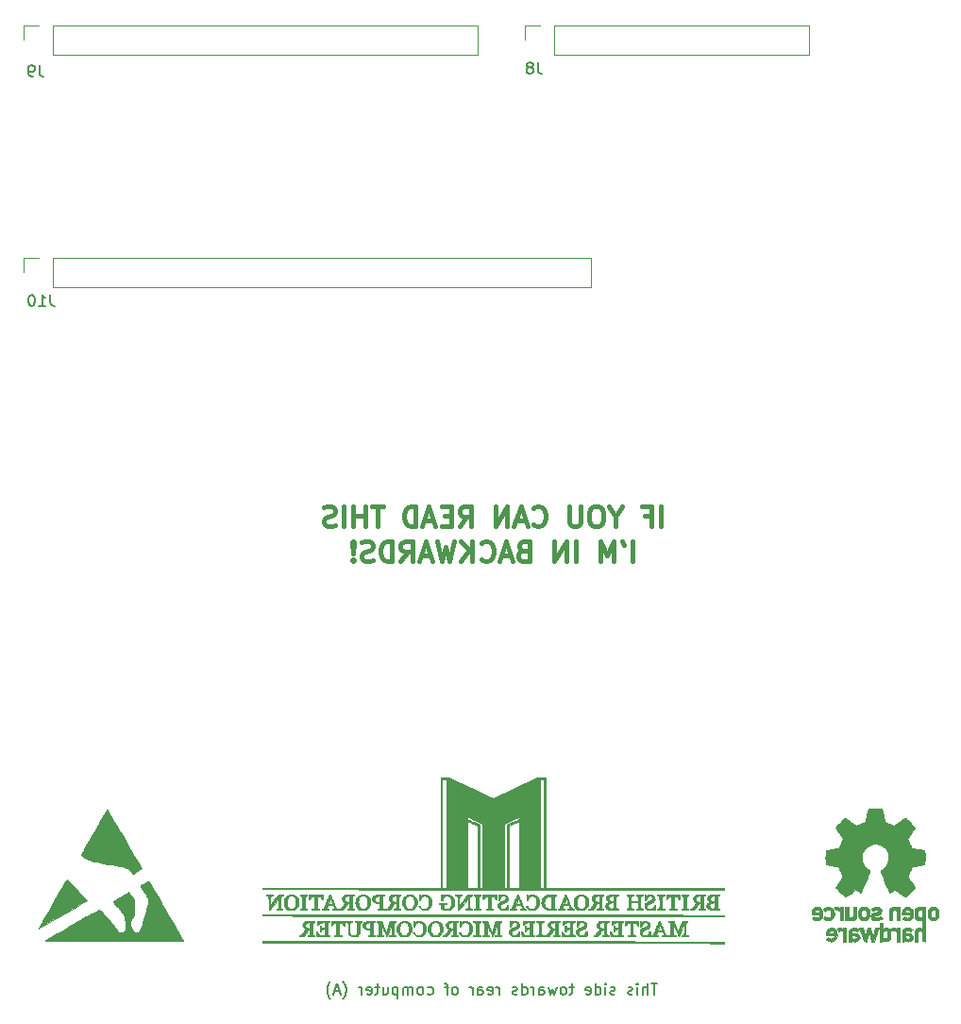
<source format=gbr>
G04 #@! TF.FileFunction,Legend,Bot*
%FSLAX46Y46*%
G04 Gerber Fmt 4.6, Leading zero omitted, Abs format (unit mm)*
G04 Created by KiCad (PCBNEW 4.0.7) date 05/21/18 09:05:03*
%MOMM*%
%LPD*%
G01*
G04 APERTURE LIST*
%ADD10C,0.100000*%
%ADD11C,0.400000*%
%ADD12C,0.120000*%
%ADD13C,0.010000*%
%ADD14C,0.150000*%
G04 APERTURE END LIST*
D10*
D11*
X156690715Y-93244286D02*
X156690715Y-91444286D01*
X155233572Y-92301429D02*
X155833572Y-92301429D01*
X155833572Y-93244286D02*
X155833572Y-91444286D01*
X154976429Y-91444286D01*
X152576428Y-92387143D02*
X152576428Y-93244286D01*
X153176428Y-91444286D02*
X152576428Y-92387143D01*
X151976428Y-91444286D01*
X151033571Y-91444286D02*
X150690714Y-91444286D01*
X150519286Y-91530000D01*
X150347857Y-91701429D01*
X150262143Y-92044286D01*
X150262143Y-92644286D01*
X150347857Y-92987143D01*
X150519286Y-93158571D01*
X150690714Y-93244286D01*
X151033571Y-93244286D01*
X151205000Y-93158571D01*
X151376429Y-92987143D01*
X151462143Y-92644286D01*
X151462143Y-92044286D01*
X151376429Y-91701429D01*
X151205000Y-91530000D01*
X151033571Y-91444286D01*
X149490715Y-91444286D02*
X149490715Y-92901429D01*
X149405000Y-93072857D01*
X149319286Y-93158571D01*
X149147857Y-93244286D01*
X148805000Y-93244286D01*
X148633572Y-93158571D01*
X148547857Y-93072857D01*
X148462143Y-92901429D01*
X148462143Y-91444286D01*
X145205000Y-93072857D02*
X145290714Y-93158571D01*
X145547857Y-93244286D01*
X145719286Y-93244286D01*
X145976429Y-93158571D01*
X146147857Y-92987143D01*
X146233572Y-92815714D01*
X146319286Y-92472857D01*
X146319286Y-92215714D01*
X146233572Y-91872857D01*
X146147857Y-91701429D01*
X145976429Y-91530000D01*
X145719286Y-91444286D01*
X145547857Y-91444286D01*
X145290714Y-91530000D01*
X145205000Y-91615714D01*
X144519286Y-92730000D02*
X143662143Y-92730000D01*
X144690714Y-93244286D02*
X144090714Y-91444286D01*
X143490714Y-93244286D01*
X142890715Y-93244286D02*
X142890715Y-91444286D01*
X141862143Y-93244286D01*
X141862143Y-91444286D01*
X138605000Y-93244286D02*
X139205000Y-92387143D01*
X139633572Y-93244286D02*
X139633572Y-91444286D01*
X138947857Y-91444286D01*
X138776429Y-91530000D01*
X138690714Y-91615714D01*
X138605000Y-91787143D01*
X138605000Y-92044286D01*
X138690714Y-92215714D01*
X138776429Y-92301429D01*
X138947857Y-92387143D01*
X139633572Y-92387143D01*
X137833572Y-92301429D02*
X137233572Y-92301429D01*
X136976429Y-93244286D02*
X137833572Y-93244286D01*
X137833572Y-91444286D01*
X136976429Y-91444286D01*
X136290715Y-92730000D02*
X135433572Y-92730000D01*
X136462143Y-93244286D02*
X135862143Y-91444286D01*
X135262143Y-93244286D01*
X134662144Y-93244286D02*
X134662144Y-91444286D01*
X134233572Y-91444286D01*
X133976429Y-91530000D01*
X133805001Y-91701429D01*
X133719286Y-91872857D01*
X133633572Y-92215714D01*
X133633572Y-92472857D01*
X133719286Y-92815714D01*
X133805001Y-92987143D01*
X133976429Y-93158571D01*
X134233572Y-93244286D01*
X134662144Y-93244286D01*
X131747857Y-91444286D02*
X130719286Y-91444286D01*
X131233572Y-93244286D02*
X131233572Y-91444286D01*
X130119286Y-93244286D02*
X130119286Y-91444286D01*
X130119286Y-92301429D02*
X129090714Y-92301429D01*
X129090714Y-93244286D02*
X129090714Y-91444286D01*
X128233572Y-93244286D02*
X128233572Y-91444286D01*
X127462143Y-93158571D02*
X127205000Y-93244286D01*
X126776429Y-93244286D01*
X126605000Y-93158571D01*
X126519286Y-93072857D01*
X126433571Y-92901429D01*
X126433571Y-92730000D01*
X126519286Y-92558571D01*
X126605000Y-92472857D01*
X126776429Y-92387143D01*
X127119286Y-92301429D01*
X127290714Y-92215714D01*
X127376429Y-92130000D01*
X127462143Y-91958571D01*
X127462143Y-91787143D01*
X127376429Y-91615714D01*
X127290714Y-91530000D01*
X127119286Y-91444286D01*
X126690714Y-91444286D01*
X126433571Y-91530000D01*
X154162144Y-96344286D02*
X154162144Y-94544286D01*
X153219286Y-94544286D02*
X153390715Y-94887143D01*
X152447858Y-96344286D02*
X152447858Y-94544286D01*
X151847858Y-95830000D01*
X151247858Y-94544286D01*
X151247858Y-96344286D01*
X149019286Y-96344286D02*
X149019286Y-94544286D01*
X148162143Y-96344286D02*
X148162143Y-94544286D01*
X147133571Y-96344286D01*
X147133571Y-94544286D01*
X144305000Y-95401429D02*
X144047857Y-95487143D01*
X143962142Y-95572857D01*
X143876428Y-95744286D01*
X143876428Y-96001429D01*
X143962142Y-96172857D01*
X144047857Y-96258571D01*
X144219285Y-96344286D01*
X144905000Y-96344286D01*
X144905000Y-94544286D01*
X144305000Y-94544286D01*
X144133571Y-94630000D01*
X144047857Y-94715714D01*
X143962142Y-94887143D01*
X143962142Y-95058571D01*
X144047857Y-95230000D01*
X144133571Y-95315714D01*
X144305000Y-95401429D01*
X144905000Y-95401429D01*
X143190714Y-95830000D02*
X142333571Y-95830000D01*
X143362142Y-96344286D02*
X142762142Y-94544286D01*
X142162142Y-96344286D01*
X140533571Y-96172857D02*
X140619285Y-96258571D01*
X140876428Y-96344286D01*
X141047857Y-96344286D01*
X141305000Y-96258571D01*
X141476428Y-96087143D01*
X141562143Y-95915714D01*
X141647857Y-95572857D01*
X141647857Y-95315714D01*
X141562143Y-94972857D01*
X141476428Y-94801429D01*
X141305000Y-94630000D01*
X141047857Y-94544286D01*
X140876428Y-94544286D01*
X140619285Y-94630000D01*
X140533571Y-94715714D01*
X139762143Y-96344286D02*
X139762143Y-94544286D01*
X138733571Y-96344286D02*
X139505000Y-95315714D01*
X138733571Y-94544286D02*
X139762143Y-95572857D01*
X138133571Y-94544286D02*
X137705000Y-96344286D01*
X137362143Y-95058571D01*
X137019285Y-96344286D01*
X136590714Y-94544286D01*
X135990714Y-95830000D02*
X135133571Y-95830000D01*
X136162142Y-96344286D02*
X135562142Y-94544286D01*
X134962142Y-96344286D01*
X133333571Y-96344286D02*
X133933571Y-95487143D01*
X134362143Y-96344286D02*
X134362143Y-94544286D01*
X133676428Y-94544286D01*
X133505000Y-94630000D01*
X133419285Y-94715714D01*
X133333571Y-94887143D01*
X133333571Y-95144286D01*
X133419285Y-95315714D01*
X133505000Y-95401429D01*
X133676428Y-95487143D01*
X134362143Y-95487143D01*
X132562143Y-96344286D02*
X132562143Y-94544286D01*
X132133571Y-94544286D01*
X131876428Y-94630000D01*
X131705000Y-94801429D01*
X131619285Y-94972857D01*
X131533571Y-95315714D01*
X131533571Y-95572857D01*
X131619285Y-95915714D01*
X131705000Y-96087143D01*
X131876428Y-96258571D01*
X132133571Y-96344286D01*
X132562143Y-96344286D01*
X130847857Y-96258571D02*
X130590714Y-96344286D01*
X130162143Y-96344286D01*
X129990714Y-96258571D01*
X129905000Y-96172857D01*
X129819285Y-96001429D01*
X129819285Y-95830000D01*
X129905000Y-95658571D01*
X129990714Y-95572857D01*
X130162143Y-95487143D01*
X130505000Y-95401429D01*
X130676428Y-95315714D01*
X130762143Y-95230000D01*
X130847857Y-95058571D01*
X130847857Y-94887143D01*
X130762143Y-94715714D01*
X130676428Y-94630000D01*
X130505000Y-94544286D01*
X130076428Y-94544286D01*
X129819285Y-94630000D01*
X129047857Y-96172857D02*
X128962142Y-96258571D01*
X129047857Y-96344286D01*
X129133571Y-96258571D01*
X129047857Y-96172857D01*
X129047857Y-96344286D01*
X129047857Y-95658571D02*
X129133571Y-94630000D01*
X129047857Y-94544286D01*
X128962142Y-94630000D01*
X129047857Y-95658571D01*
X129047857Y-94544286D01*
D12*
X169986000Y-48327000D02*
X169986000Y-50987000D01*
X147066000Y-48327000D02*
X169986000Y-48327000D01*
X147066000Y-50987000D02*
X169986000Y-50987000D01*
X147066000Y-48327000D02*
X147066000Y-50987000D01*
X145796000Y-48327000D02*
X144466000Y-48327000D01*
X144466000Y-48327000D02*
X144466000Y-49657000D01*
X140268000Y-48327000D02*
X140268000Y-50987000D01*
X102108000Y-48327000D02*
X140268000Y-48327000D01*
X102108000Y-50987000D02*
X140268000Y-50987000D01*
X102108000Y-48327000D02*
X102108000Y-50987000D01*
X100838000Y-48327000D02*
X99508000Y-48327000D01*
X99508000Y-48327000D02*
X99508000Y-49657000D01*
X150428000Y-69155000D02*
X150428000Y-71815000D01*
X102108000Y-69155000D02*
X150428000Y-69155000D01*
X102108000Y-71815000D02*
X150428000Y-71815000D01*
X102108000Y-69155000D02*
X102108000Y-71815000D01*
X100838000Y-69155000D02*
X99508000Y-69155000D01*
X99508000Y-69155000D02*
X99508000Y-70485000D01*
D13*
G36*
X120929400Y-130441145D02*
X120929400Y-130517679D01*
X125082300Y-130528853D01*
X125311991Y-130529454D01*
X125574409Y-130530109D01*
X125868417Y-130530817D01*
X126192876Y-130531575D01*
X126546647Y-130532380D01*
X126928593Y-130533231D01*
X127337575Y-130534125D01*
X127772453Y-130535061D01*
X128232091Y-130536035D01*
X128715348Y-130537046D01*
X129221087Y-130538091D01*
X129748170Y-130539168D01*
X130295457Y-130540276D01*
X130861810Y-130541411D01*
X131446091Y-130542571D01*
X132047162Y-130543755D01*
X132663883Y-130544959D01*
X133295116Y-130546183D01*
X133939724Y-130547423D01*
X134596566Y-130548677D01*
X135264505Y-130549944D01*
X135942403Y-130551220D01*
X136629120Y-130552504D01*
X137323519Y-130553793D01*
X138024460Y-130555085D01*
X138730806Y-130556379D01*
X139441418Y-130557671D01*
X140155157Y-130558959D01*
X140870885Y-130560242D01*
X141587463Y-130561516D01*
X142303753Y-130562781D01*
X143018617Y-130564033D01*
X143145934Y-130564255D01*
X143849292Y-130565485D01*
X144550452Y-130566723D01*
X145248410Y-130567965D01*
X145942166Y-130569210D01*
X146630716Y-130570457D01*
X147313059Y-130571702D01*
X147988192Y-130572944D01*
X148655113Y-130574181D01*
X149312820Y-130575410D01*
X149960311Y-130576631D01*
X150596582Y-130577840D01*
X151220633Y-130579037D01*
X151831461Y-130580218D01*
X152428063Y-130581382D01*
X153009438Y-130582527D01*
X153574583Y-130583651D01*
X154122496Y-130584751D01*
X154652175Y-130585826D01*
X155162617Y-130586875D01*
X155652820Y-130587893D01*
X156121783Y-130588881D01*
X156568502Y-130589836D01*
X156991976Y-130590755D01*
X157391202Y-130591637D01*
X157765178Y-130592479D01*
X158112903Y-130593281D01*
X158433372Y-130594039D01*
X158725586Y-130594752D01*
X158988540Y-130595417D01*
X159221234Y-130596033D01*
X159422664Y-130596598D01*
X159591828Y-130597110D01*
X159677101Y-130597389D01*
X162297534Y-130606296D01*
X162297534Y-130458526D01*
X160633834Y-130448293D01*
X160537319Y-130447776D01*
X160407807Y-130447208D01*
X160246168Y-130446590D01*
X160053270Y-130445925D01*
X159829985Y-130445213D01*
X159577182Y-130444458D01*
X159295729Y-130443660D01*
X158986497Y-130442822D01*
X158650356Y-130441945D01*
X158288175Y-130441032D01*
X157900823Y-130440084D01*
X157489171Y-130439103D01*
X157054087Y-130438091D01*
X156596442Y-130437049D01*
X156117106Y-130435980D01*
X155616947Y-130434886D01*
X155096836Y-130433767D01*
X154557641Y-130432627D01*
X154000234Y-130431467D01*
X153425482Y-130430289D01*
X152834257Y-130429094D01*
X152227427Y-130427885D01*
X151605863Y-130426663D01*
X150970433Y-130425430D01*
X150322008Y-130424188D01*
X149661457Y-130422940D01*
X148989650Y-130421686D01*
X148307456Y-130420428D01*
X147615745Y-130419169D01*
X146915386Y-130417910D01*
X146207250Y-130416654D01*
X145492206Y-130415401D01*
X144771123Y-130414154D01*
X144044872Y-130412915D01*
X143730134Y-130412383D01*
X142987690Y-130411127D01*
X142245347Y-130409860D01*
X141504132Y-130408584D01*
X140765071Y-130407302D01*
X140029192Y-130406016D01*
X139297521Y-130404726D01*
X138571086Y-130403436D01*
X137850912Y-130402147D01*
X137138028Y-130400862D01*
X136433459Y-130399582D01*
X135738233Y-130398309D01*
X135053376Y-130397045D01*
X134379916Y-130395792D01*
X133718879Y-130394553D01*
X133071292Y-130393329D01*
X132438182Y-130392122D01*
X131820576Y-130390935D01*
X131219500Y-130389768D01*
X130635982Y-130388624D01*
X130071049Y-130387506D01*
X129525726Y-130386415D01*
X129001042Y-130385353D01*
X128498023Y-130384321D01*
X128017695Y-130383323D01*
X127561086Y-130382360D01*
X127129223Y-130381434D01*
X126723132Y-130380547D01*
X126343840Y-130379701D01*
X125992374Y-130378898D01*
X125669762Y-130378140D01*
X125377029Y-130377428D01*
X125115202Y-130376766D01*
X124885310Y-130376154D01*
X124709767Y-130375658D01*
X120929401Y-130364610D01*
X120929400Y-130441145D01*
X120929400Y-130441145D01*
G37*
X120929400Y-130441145D02*
X120929400Y-130517679D01*
X125082300Y-130528853D01*
X125311991Y-130529454D01*
X125574409Y-130530109D01*
X125868417Y-130530817D01*
X126192876Y-130531575D01*
X126546647Y-130532380D01*
X126928593Y-130533231D01*
X127337575Y-130534125D01*
X127772453Y-130535061D01*
X128232091Y-130536035D01*
X128715348Y-130537046D01*
X129221087Y-130538091D01*
X129748170Y-130539168D01*
X130295457Y-130540276D01*
X130861810Y-130541411D01*
X131446091Y-130542571D01*
X132047162Y-130543755D01*
X132663883Y-130544959D01*
X133295116Y-130546183D01*
X133939724Y-130547423D01*
X134596566Y-130548677D01*
X135264505Y-130549944D01*
X135942403Y-130551220D01*
X136629120Y-130552504D01*
X137323519Y-130553793D01*
X138024460Y-130555085D01*
X138730806Y-130556379D01*
X139441418Y-130557671D01*
X140155157Y-130558959D01*
X140870885Y-130560242D01*
X141587463Y-130561516D01*
X142303753Y-130562781D01*
X143018617Y-130564033D01*
X143145934Y-130564255D01*
X143849292Y-130565485D01*
X144550452Y-130566723D01*
X145248410Y-130567965D01*
X145942166Y-130569210D01*
X146630716Y-130570457D01*
X147313059Y-130571702D01*
X147988192Y-130572944D01*
X148655113Y-130574181D01*
X149312820Y-130575410D01*
X149960311Y-130576631D01*
X150596582Y-130577840D01*
X151220633Y-130579037D01*
X151831461Y-130580218D01*
X152428063Y-130581382D01*
X153009438Y-130582527D01*
X153574583Y-130583651D01*
X154122496Y-130584751D01*
X154652175Y-130585826D01*
X155162617Y-130586875D01*
X155652820Y-130587893D01*
X156121783Y-130588881D01*
X156568502Y-130589836D01*
X156991976Y-130590755D01*
X157391202Y-130591637D01*
X157765178Y-130592479D01*
X158112903Y-130593281D01*
X158433372Y-130594039D01*
X158725586Y-130594752D01*
X158988540Y-130595417D01*
X159221234Y-130596033D01*
X159422664Y-130596598D01*
X159591828Y-130597110D01*
X159677101Y-130597389D01*
X162297534Y-130606296D01*
X162297534Y-130458526D01*
X160633834Y-130448293D01*
X160537319Y-130447776D01*
X160407807Y-130447208D01*
X160246168Y-130446590D01*
X160053270Y-130445925D01*
X159829985Y-130445213D01*
X159577182Y-130444458D01*
X159295729Y-130443660D01*
X158986497Y-130442822D01*
X158650356Y-130441945D01*
X158288175Y-130441032D01*
X157900823Y-130440084D01*
X157489171Y-130439103D01*
X157054087Y-130438091D01*
X156596442Y-130437049D01*
X156117106Y-130435980D01*
X155616947Y-130434886D01*
X155096836Y-130433767D01*
X154557641Y-130432627D01*
X154000234Y-130431467D01*
X153425482Y-130430289D01*
X152834257Y-130429094D01*
X152227427Y-130427885D01*
X151605863Y-130426663D01*
X150970433Y-130425430D01*
X150322008Y-130424188D01*
X149661457Y-130422940D01*
X148989650Y-130421686D01*
X148307456Y-130420428D01*
X147615745Y-130419169D01*
X146915386Y-130417910D01*
X146207250Y-130416654D01*
X145492206Y-130415401D01*
X144771123Y-130414154D01*
X144044872Y-130412915D01*
X143730134Y-130412383D01*
X142987690Y-130411127D01*
X142245347Y-130409860D01*
X141504132Y-130408584D01*
X140765071Y-130407302D01*
X140029192Y-130406016D01*
X139297521Y-130404726D01*
X138571086Y-130403436D01*
X137850912Y-130402147D01*
X137138028Y-130400862D01*
X136433459Y-130399582D01*
X135738233Y-130398309D01*
X135053376Y-130397045D01*
X134379916Y-130395792D01*
X133718879Y-130394553D01*
X133071292Y-130393329D01*
X132438182Y-130392122D01*
X131820576Y-130390935D01*
X131219500Y-130389768D01*
X130635982Y-130388624D01*
X130071049Y-130387506D01*
X129525726Y-130386415D01*
X129001042Y-130385353D01*
X128498023Y-130384321D01*
X128017695Y-130383323D01*
X127561086Y-130382360D01*
X127129223Y-130381434D01*
X126723132Y-130380547D01*
X126343840Y-130379701D01*
X125992374Y-130378898D01*
X125669762Y-130378140D01*
X125377029Y-130377428D01*
X125115202Y-130376766D01*
X124885310Y-130376154D01*
X124709767Y-130375658D01*
X120929401Y-130364610D01*
X120929400Y-130441145D01*
G36*
X155204964Y-128611725D02*
X155114492Y-128624522D01*
X155039393Y-128645205D01*
X155020654Y-128653339D01*
X154974681Y-128673807D01*
X154947896Y-128677864D01*
X154930632Y-128666823D01*
X154929680Y-128665700D01*
X154899593Y-128648614D01*
X154861727Y-128642533D01*
X154813000Y-128642533D01*
X154813000Y-129082800D01*
X154861120Y-129082800D01*
X154892772Y-129078484D01*
X154912351Y-129059603D01*
X154928414Y-129017257D01*
X154930320Y-129010833D01*
X154970969Y-128908367D01*
X155026406Y-128820785D01*
X155090802Y-128757115D01*
X155096923Y-128752809D01*
X155148314Y-128725000D01*
X155204894Y-128712393D01*
X155255992Y-128710267D01*
X155315102Y-128712620D01*
X155355214Y-128723250D01*
X155391071Y-128747516D01*
X155412928Y-128767300D01*
X155452219Y-128810312D01*
X155469910Y-128850082D01*
X155473337Y-128890066D01*
X155465915Y-128954266D01*
X155441420Y-129009025D01*
X155396302Y-129057561D01*
X155327014Y-129103090D01*
X155230009Y-129148832D01*
X155155549Y-129178273D01*
X155024642Y-129232048D01*
X154924014Y-129284891D01*
X154850362Y-129340239D01*
X154800379Y-129401529D01*
X154770762Y-129472198D01*
X154758206Y-129555683D01*
X154757220Y-129592560D01*
X154770112Y-129705516D01*
X154810299Y-129800297D01*
X154880050Y-129881547D01*
X154910795Y-129906832D01*
X154978804Y-129950851D01*
X155050224Y-129978654D01*
X155135073Y-129993007D01*
X155236334Y-129996704D01*
X155329414Y-129991740D01*
X155408119Y-129975089D01*
X155464934Y-129954496D01*
X155521154Y-129932556D01*
X155554930Y-129923871D01*
X155574476Y-129927313D01*
X155585334Y-129937965D01*
X155615788Y-129957687D01*
X155646618Y-129963333D01*
X155675869Y-129957990D01*
X155691582Y-129935672D01*
X155699599Y-129899833D01*
X155704260Y-129854620D01*
X155707902Y-129787036D01*
X155709990Y-129708575D01*
X155710281Y-129671233D01*
X155710467Y-129506133D01*
X155663642Y-129506133D01*
X155634328Y-129510289D01*
X155613974Y-129528110D01*
X155595245Y-129567627D01*
X155587014Y-129590045D01*
X155532018Y-129705770D01*
X155459500Y-129795752D01*
X155371840Y-129858045D01*
X155271417Y-129890699D01*
X155214326Y-129895322D01*
X155114910Y-129884230D01*
X155040073Y-129850759D01*
X154990596Y-129795564D01*
X154967256Y-129719300D01*
X154965400Y-129685877D01*
X154976622Y-129603227D01*
X155012147Y-129534831D01*
X155074764Y-129477538D01*
X155167263Y-129428200D01*
X155208042Y-129411919D01*
X155326670Y-129366066D01*
X155417809Y-129326889D01*
X155486532Y-129291750D01*
X155537910Y-129258010D01*
X155577014Y-129223029D01*
X155582540Y-129217063D01*
X155643357Y-129126507D01*
X155672396Y-129026882D01*
X155669163Y-128922088D01*
X155633193Y-128816076D01*
X155578359Y-128737025D01*
X155503455Y-128671252D01*
X155418817Y-128626870D01*
X155377725Y-128615539D01*
X155297233Y-128608252D01*
X155204964Y-128611725D01*
X155204964Y-128611725D01*
G37*
X155204964Y-128611725D02*
X155114492Y-128624522D01*
X155039393Y-128645205D01*
X155020654Y-128653339D01*
X154974681Y-128673807D01*
X154947896Y-128677864D01*
X154930632Y-128666823D01*
X154929680Y-128665700D01*
X154899593Y-128648614D01*
X154861727Y-128642533D01*
X154813000Y-128642533D01*
X154813000Y-129082800D01*
X154861120Y-129082800D01*
X154892772Y-129078484D01*
X154912351Y-129059603D01*
X154928414Y-129017257D01*
X154930320Y-129010833D01*
X154970969Y-128908367D01*
X155026406Y-128820785D01*
X155090802Y-128757115D01*
X155096923Y-128752809D01*
X155148314Y-128725000D01*
X155204894Y-128712393D01*
X155255992Y-128710267D01*
X155315102Y-128712620D01*
X155355214Y-128723250D01*
X155391071Y-128747516D01*
X155412928Y-128767300D01*
X155452219Y-128810312D01*
X155469910Y-128850082D01*
X155473337Y-128890066D01*
X155465915Y-128954266D01*
X155441420Y-129009025D01*
X155396302Y-129057561D01*
X155327014Y-129103090D01*
X155230009Y-129148832D01*
X155155549Y-129178273D01*
X155024642Y-129232048D01*
X154924014Y-129284891D01*
X154850362Y-129340239D01*
X154800379Y-129401529D01*
X154770762Y-129472198D01*
X154758206Y-129555683D01*
X154757220Y-129592560D01*
X154770112Y-129705516D01*
X154810299Y-129800297D01*
X154880050Y-129881547D01*
X154910795Y-129906832D01*
X154978804Y-129950851D01*
X155050224Y-129978654D01*
X155135073Y-129993007D01*
X155236334Y-129996704D01*
X155329414Y-129991740D01*
X155408119Y-129975089D01*
X155464934Y-129954496D01*
X155521154Y-129932556D01*
X155554930Y-129923871D01*
X155574476Y-129927313D01*
X155585334Y-129937965D01*
X155615788Y-129957687D01*
X155646618Y-129963333D01*
X155675869Y-129957990D01*
X155691582Y-129935672D01*
X155699599Y-129899833D01*
X155704260Y-129854620D01*
X155707902Y-129787036D01*
X155709990Y-129708575D01*
X155710281Y-129671233D01*
X155710467Y-129506133D01*
X155663642Y-129506133D01*
X155634328Y-129510289D01*
X155613974Y-129528110D01*
X155595245Y-129567627D01*
X155587014Y-129590045D01*
X155532018Y-129705770D01*
X155459500Y-129795752D01*
X155371840Y-129858045D01*
X155271417Y-129890699D01*
X155214326Y-129895322D01*
X155114910Y-129884230D01*
X155040073Y-129850759D01*
X154990596Y-129795564D01*
X154967256Y-129719300D01*
X154965400Y-129685877D01*
X154976622Y-129603227D01*
X155012147Y-129534831D01*
X155074764Y-129477538D01*
X155167263Y-129428200D01*
X155208042Y-129411919D01*
X155326670Y-129366066D01*
X155417809Y-129326889D01*
X155486532Y-129291750D01*
X155537910Y-129258010D01*
X155577014Y-129223029D01*
X155582540Y-129217063D01*
X155643357Y-129126507D01*
X155672396Y-129026882D01*
X155669163Y-128922088D01*
X155633193Y-128816076D01*
X155578359Y-128737025D01*
X155503455Y-128671252D01*
X155418817Y-128626870D01*
X155377725Y-128615539D01*
X155297233Y-128608252D01*
X155204964Y-128611725D01*
G36*
X149515364Y-128611725D02*
X149424892Y-128624522D01*
X149349793Y-128645205D01*
X149331054Y-128653339D01*
X149285081Y-128673807D01*
X149258296Y-128677864D01*
X149241032Y-128666823D01*
X149240080Y-128665700D01*
X149209993Y-128648614D01*
X149172127Y-128642533D01*
X149123400Y-128642533D01*
X149123400Y-129082800D01*
X149171520Y-129082800D01*
X149203172Y-129078484D01*
X149222751Y-129059603D01*
X149238814Y-129017257D01*
X149240720Y-129010833D01*
X149281369Y-128908367D01*
X149336806Y-128820785D01*
X149401202Y-128757115D01*
X149407323Y-128752809D01*
X149458714Y-128725000D01*
X149515294Y-128712393D01*
X149566392Y-128710267D01*
X149625502Y-128712620D01*
X149665614Y-128723250D01*
X149701471Y-128747516D01*
X149723328Y-128767300D01*
X149762619Y-128810312D01*
X149780310Y-128850082D01*
X149783737Y-128890066D01*
X149776315Y-128954266D01*
X149751820Y-129009025D01*
X149706702Y-129057561D01*
X149637414Y-129103090D01*
X149540409Y-129148832D01*
X149465949Y-129178273D01*
X149335042Y-129232048D01*
X149234414Y-129284891D01*
X149160762Y-129340239D01*
X149110779Y-129401529D01*
X149081162Y-129472198D01*
X149068606Y-129555683D01*
X149067620Y-129592560D01*
X149080512Y-129705516D01*
X149120699Y-129800297D01*
X149190450Y-129881547D01*
X149221195Y-129906832D01*
X149289204Y-129950851D01*
X149360624Y-129978654D01*
X149445473Y-129993007D01*
X149546734Y-129996704D01*
X149639814Y-129991740D01*
X149718519Y-129975089D01*
X149775334Y-129954496D01*
X149831554Y-129932556D01*
X149865330Y-129923871D01*
X149884876Y-129927313D01*
X149895734Y-129937965D01*
X149926188Y-129957687D01*
X149957018Y-129963333D01*
X149986269Y-129957990D01*
X150001982Y-129935672D01*
X150009999Y-129899833D01*
X150014660Y-129854620D01*
X150018302Y-129787036D01*
X150020390Y-129708575D01*
X150020681Y-129671233D01*
X150020867Y-129506133D01*
X149974042Y-129506133D01*
X149944728Y-129510289D01*
X149924374Y-129528110D01*
X149905645Y-129567627D01*
X149897414Y-129590045D01*
X149842418Y-129705770D01*
X149769900Y-129795752D01*
X149682240Y-129858045D01*
X149581817Y-129890699D01*
X149524726Y-129895322D01*
X149425310Y-129884230D01*
X149350473Y-129850759D01*
X149300996Y-129795564D01*
X149277656Y-129719300D01*
X149275800Y-129685877D01*
X149287022Y-129603227D01*
X149322547Y-129534831D01*
X149385164Y-129477538D01*
X149477663Y-129428200D01*
X149518442Y-129411919D01*
X149637070Y-129366066D01*
X149728209Y-129326889D01*
X149796932Y-129291750D01*
X149848310Y-129258010D01*
X149887414Y-129223029D01*
X149892940Y-129217063D01*
X149953757Y-129126507D01*
X149982796Y-129026882D01*
X149979563Y-128922088D01*
X149943593Y-128816076D01*
X149888759Y-128737025D01*
X149813855Y-128671252D01*
X149729217Y-128626870D01*
X149688125Y-128615539D01*
X149607633Y-128608252D01*
X149515364Y-128611725D01*
X149515364Y-128611725D01*
G37*
X149515364Y-128611725D02*
X149424892Y-128624522D01*
X149349793Y-128645205D01*
X149331054Y-128653339D01*
X149285081Y-128673807D01*
X149258296Y-128677864D01*
X149241032Y-128666823D01*
X149240080Y-128665700D01*
X149209993Y-128648614D01*
X149172127Y-128642533D01*
X149123400Y-128642533D01*
X149123400Y-129082800D01*
X149171520Y-129082800D01*
X149203172Y-129078484D01*
X149222751Y-129059603D01*
X149238814Y-129017257D01*
X149240720Y-129010833D01*
X149281369Y-128908367D01*
X149336806Y-128820785D01*
X149401202Y-128757115D01*
X149407323Y-128752809D01*
X149458714Y-128725000D01*
X149515294Y-128712393D01*
X149566392Y-128710267D01*
X149625502Y-128712620D01*
X149665614Y-128723250D01*
X149701471Y-128747516D01*
X149723328Y-128767300D01*
X149762619Y-128810312D01*
X149780310Y-128850082D01*
X149783737Y-128890066D01*
X149776315Y-128954266D01*
X149751820Y-129009025D01*
X149706702Y-129057561D01*
X149637414Y-129103090D01*
X149540409Y-129148832D01*
X149465949Y-129178273D01*
X149335042Y-129232048D01*
X149234414Y-129284891D01*
X149160762Y-129340239D01*
X149110779Y-129401529D01*
X149081162Y-129472198D01*
X149068606Y-129555683D01*
X149067620Y-129592560D01*
X149080512Y-129705516D01*
X149120699Y-129800297D01*
X149190450Y-129881547D01*
X149221195Y-129906832D01*
X149289204Y-129950851D01*
X149360624Y-129978654D01*
X149445473Y-129993007D01*
X149546734Y-129996704D01*
X149639814Y-129991740D01*
X149718519Y-129975089D01*
X149775334Y-129954496D01*
X149831554Y-129932556D01*
X149865330Y-129923871D01*
X149884876Y-129927313D01*
X149895734Y-129937965D01*
X149926188Y-129957687D01*
X149957018Y-129963333D01*
X149986269Y-129957990D01*
X150001982Y-129935672D01*
X150009999Y-129899833D01*
X150014660Y-129854620D01*
X150018302Y-129787036D01*
X150020390Y-129708575D01*
X150020681Y-129671233D01*
X150020867Y-129506133D01*
X149974042Y-129506133D01*
X149944728Y-129510289D01*
X149924374Y-129528110D01*
X149905645Y-129567627D01*
X149897414Y-129590045D01*
X149842418Y-129705770D01*
X149769900Y-129795752D01*
X149682240Y-129858045D01*
X149581817Y-129890699D01*
X149524726Y-129895322D01*
X149425310Y-129884230D01*
X149350473Y-129850759D01*
X149300996Y-129795564D01*
X149277656Y-129719300D01*
X149275800Y-129685877D01*
X149287022Y-129603227D01*
X149322547Y-129534831D01*
X149385164Y-129477538D01*
X149477663Y-129428200D01*
X149518442Y-129411919D01*
X149637070Y-129366066D01*
X149728209Y-129326889D01*
X149796932Y-129291750D01*
X149848310Y-129258010D01*
X149887414Y-129223029D01*
X149892940Y-129217063D01*
X149953757Y-129126507D01*
X149982796Y-129026882D01*
X149979563Y-128922088D01*
X149943593Y-128816076D01*
X149888759Y-128737025D01*
X149813855Y-128671252D01*
X149729217Y-128626870D01*
X149688125Y-128615539D01*
X149607633Y-128608252D01*
X149515364Y-128611725D01*
G36*
X143487097Y-128611725D02*
X143396626Y-128624522D01*
X143321526Y-128645205D01*
X143302787Y-128653339D01*
X143256814Y-128673807D01*
X143230030Y-128677864D01*
X143212765Y-128666823D01*
X143211814Y-128665700D01*
X143181727Y-128648614D01*
X143143860Y-128642533D01*
X143095134Y-128642533D01*
X143095134Y-129082800D01*
X143143253Y-129082800D01*
X143174905Y-129078484D01*
X143194484Y-129059603D01*
X143210547Y-129017257D01*
X143212453Y-129010833D01*
X143253102Y-128908367D01*
X143308540Y-128820785D01*
X143372935Y-128757115D01*
X143379056Y-128752809D01*
X143430448Y-128725000D01*
X143487027Y-128712393D01*
X143538126Y-128710267D01*
X143597235Y-128712620D01*
X143637347Y-128723250D01*
X143673205Y-128747516D01*
X143695061Y-128767300D01*
X143734353Y-128810312D01*
X143752043Y-128850082D01*
X143755471Y-128890066D01*
X143748049Y-128954266D01*
X143723553Y-129009025D01*
X143678435Y-129057561D01*
X143609147Y-129103090D01*
X143512142Y-129148832D01*
X143437682Y-129178273D01*
X143306775Y-129232048D01*
X143206148Y-129284891D01*
X143132495Y-129340239D01*
X143082512Y-129401529D01*
X143052895Y-129472198D01*
X143040339Y-129555683D01*
X143039353Y-129592560D01*
X143052245Y-129705516D01*
X143092432Y-129800297D01*
X143162183Y-129881547D01*
X143192928Y-129906832D01*
X143260937Y-129950851D01*
X143332357Y-129978654D01*
X143417206Y-129993007D01*
X143518467Y-129996704D01*
X143611547Y-129991740D01*
X143690253Y-129975089D01*
X143747067Y-129954496D01*
X143803288Y-129932556D01*
X143837063Y-129923871D01*
X143856610Y-129927313D01*
X143867467Y-129937965D01*
X143897921Y-129957687D01*
X143928752Y-129963333D01*
X143958002Y-129957990D01*
X143973715Y-129935672D01*
X143981732Y-129899833D01*
X143986393Y-129854620D01*
X143990036Y-129787036D01*
X143992123Y-129708575D01*
X143992414Y-129671233D01*
X143992600Y-129506133D01*
X143945775Y-129506133D01*
X143916461Y-129510289D01*
X143896107Y-129528110D01*
X143877378Y-129567627D01*
X143869147Y-129590045D01*
X143814151Y-129705770D01*
X143741634Y-129795752D01*
X143653974Y-129858045D01*
X143553550Y-129890699D01*
X143496460Y-129895322D01*
X143397043Y-129884230D01*
X143322207Y-129850759D01*
X143272729Y-129795564D01*
X143249389Y-129719300D01*
X143247534Y-129685877D01*
X143258756Y-129603227D01*
X143294281Y-129534831D01*
X143356898Y-129477538D01*
X143449396Y-129428200D01*
X143490175Y-129411919D01*
X143608803Y-129366066D01*
X143699943Y-129326889D01*
X143768665Y-129291750D01*
X143820043Y-129258010D01*
X143859147Y-129223029D01*
X143864673Y-129217063D01*
X143925491Y-129126507D01*
X143954529Y-129026882D01*
X143951296Y-128922088D01*
X143915327Y-128816076D01*
X143860493Y-128737025D01*
X143785588Y-128671252D01*
X143700950Y-128626870D01*
X143659858Y-128615539D01*
X143579366Y-128608252D01*
X143487097Y-128611725D01*
X143487097Y-128611725D01*
G37*
X143487097Y-128611725D02*
X143396626Y-128624522D01*
X143321526Y-128645205D01*
X143302787Y-128653339D01*
X143256814Y-128673807D01*
X143230030Y-128677864D01*
X143212765Y-128666823D01*
X143211814Y-128665700D01*
X143181727Y-128648614D01*
X143143860Y-128642533D01*
X143095134Y-128642533D01*
X143095134Y-129082800D01*
X143143253Y-129082800D01*
X143174905Y-129078484D01*
X143194484Y-129059603D01*
X143210547Y-129017257D01*
X143212453Y-129010833D01*
X143253102Y-128908367D01*
X143308540Y-128820785D01*
X143372935Y-128757115D01*
X143379056Y-128752809D01*
X143430448Y-128725000D01*
X143487027Y-128712393D01*
X143538126Y-128710267D01*
X143597235Y-128712620D01*
X143637347Y-128723250D01*
X143673205Y-128747516D01*
X143695061Y-128767300D01*
X143734353Y-128810312D01*
X143752043Y-128850082D01*
X143755471Y-128890066D01*
X143748049Y-128954266D01*
X143723553Y-129009025D01*
X143678435Y-129057561D01*
X143609147Y-129103090D01*
X143512142Y-129148832D01*
X143437682Y-129178273D01*
X143306775Y-129232048D01*
X143206148Y-129284891D01*
X143132495Y-129340239D01*
X143082512Y-129401529D01*
X143052895Y-129472198D01*
X143040339Y-129555683D01*
X143039353Y-129592560D01*
X143052245Y-129705516D01*
X143092432Y-129800297D01*
X143162183Y-129881547D01*
X143192928Y-129906832D01*
X143260937Y-129950851D01*
X143332357Y-129978654D01*
X143417206Y-129993007D01*
X143518467Y-129996704D01*
X143611547Y-129991740D01*
X143690253Y-129975089D01*
X143747067Y-129954496D01*
X143803288Y-129932556D01*
X143837063Y-129923871D01*
X143856610Y-129927313D01*
X143867467Y-129937965D01*
X143897921Y-129957687D01*
X143928752Y-129963333D01*
X143958002Y-129957990D01*
X143973715Y-129935672D01*
X143981732Y-129899833D01*
X143986393Y-129854620D01*
X143990036Y-129787036D01*
X143992123Y-129708575D01*
X143992414Y-129671233D01*
X143992600Y-129506133D01*
X143945775Y-129506133D01*
X143916461Y-129510289D01*
X143896107Y-129528110D01*
X143877378Y-129567627D01*
X143869147Y-129590045D01*
X143814151Y-129705770D01*
X143741634Y-129795752D01*
X143653974Y-129858045D01*
X143553550Y-129890699D01*
X143496460Y-129895322D01*
X143397043Y-129884230D01*
X143322207Y-129850759D01*
X143272729Y-129795564D01*
X143249389Y-129719300D01*
X143247534Y-129685877D01*
X143258756Y-129603227D01*
X143294281Y-129534831D01*
X143356898Y-129477538D01*
X143449396Y-129428200D01*
X143490175Y-129411919D01*
X143608803Y-129366066D01*
X143699943Y-129326889D01*
X143768665Y-129291750D01*
X143820043Y-129258010D01*
X143859147Y-129223029D01*
X143864673Y-129217063D01*
X143925491Y-129126507D01*
X143954529Y-129026882D01*
X143951296Y-128922088D01*
X143915327Y-128816076D01*
X143860493Y-128737025D01*
X143785588Y-128671252D01*
X143700950Y-128626870D01*
X143659858Y-128615539D01*
X143579366Y-128608252D01*
X143487097Y-128611725D01*
G36*
X138993712Y-128617935D02*
X138930969Y-128621146D01*
X138885339Y-128627976D01*
X138848455Y-128639635D01*
X138814900Y-128655748D01*
X138770486Y-128677683D01*
X138746511Y-128683024D01*
X138734653Y-128673056D01*
X138732655Y-128668448D01*
X138707971Y-128648626D01*
X138665255Y-128642533D01*
X138607801Y-128642533D01*
X138607801Y-129116667D01*
X138655508Y-129116667D01*
X138683874Y-129113290D01*
X138703039Y-129097932D01*
X138719542Y-129062753D01*
X138732204Y-129024704D01*
X138770074Y-128932163D01*
X138820553Y-128847780D01*
X138877560Y-128780299D01*
X138929270Y-128741325D01*
X139006305Y-128716510D01*
X139096384Y-128711091D01*
X139184863Y-128724959D01*
X139233189Y-128743549D01*
X139312977Y-128800656D01*
X139383761Y-128882451D01*
X139437960Y-128979784D01*
X139446355Y-129000884D01*
X139462137Y-129051682D01*
X139472300Y-129107889D01*
X139477856Y-129178366D01*
X139479817Y-129271974D01*
X139479867Y-129294467D01*
X139479262Y-129383313D01*
X139476484Y-129447400D01*
X139470095Y-129495828D01*
X139458651Y-129537698D01*
X139440713Y-129582108D01*
X139430898Y-129603700D01*
X139371899Y-129702872D01*
X139296567Y-129785845D01*
X139212403Y-129844777D01*
X139190674Y-129854912D01*
X139116694Y-129873261D01*
X139027472Y-129877376D01*
X138938311Y-129867648D01*
X138869322Y-129846728D01*
X138815557Y-129813034D01*
X138759074Y-129763195D01*
X138708854Y-129706750D01*
X138673881Y-129653237D01*
X138664606Y-129629354D01*
X138643372Y-129597781D01*
X138606394Y-129593304D01*
X138573934Y-129607569D01*
X138561944Y-129620656D01*
X138562856Y-129642206D01*
X138578317Y-129679991D01*
X138597243Y-129717503D01*
X138668107Y-129823067D01*
X138761243Y-129906584D01*
X138832638Y-129949695D01*
X138902231Y-129974047D01*
X138993765Y-129989401D01*
X139096460Y-129995489D01*
X139199535Y-129992041D01*
X139292208Y-129978791D01*
X139347753Y-129962516D01*
X139460067Y-129900599D01*
X139560056Y-129810207D01*
X139643113Y-129695842D01*
X139667932Y-129649767D01*
X139700280Y-129579517D01*
X139720228Y-129519942D01*
X139731597Y-129456089D01*
X139738085Y-129375177D01*
X139735334Y-129207596D01*
X139706214Y-129059938D01*
X139649920Y-128929913D01*
X139565648Y-128815234D01*
X139527803Y-128776789D01*
X139454326Y-128712614D01*
X139386373Y-128667800D01*
X139315001Y-128639144D01*
X139231271Y-128623445D01*
X139126239Y-128617502D01*
X139081934Y-128617133D01*
X138993712Y-128617935D01*
X138993712Y-128617935D01*
G37*
X138993712Y-128617935D02*
X138930969Y-128621146D01*
X138885339Y-128627976D01*
X138848455Y-128639635D01*
X138814900Y-128655748D01*
X138770486Y-128677683D01*
X138746511Y-128683024D01*
X138734653Y-128673056D01*
X138732655Y-128668448D01*
X138707971Y-128648626D01*
X138665255Y-128642533D01*
X138607801Y-128642533D01*
X138607801Y-129116667D01*
X138655508Y-129116667D01*
X138683874Y-129113290D01*
X138703039Y-129097932D01*
X138719542Y-129062753D01*
X138732204Y-129024704D01*
X138770074Y-128932163D01*
X138820553Y-128847780D01*
X138877560Y-128780299D01*
X138929270Y-128741325D01*
X139006305Y-128716510D01*
X139096384Y-128711091D01*
X139184863Y-128724959D01*
X139233189Y-128743549D01*
X139312977Y-128800656D01*
X139383761Y-128882451D01*
X139437960Y-128979784D01*
X139446355Y-129000884D01*
X139462137Y-129051682D01*
X139472300Y-129107889D01*
X139477856Y-129178366D01*
X139479817Y-129271974D01*
X139479867Y-129294467D01*
X139479262Y-129383313D01*
X139476484Y-129447400D01*
X139470095Y-129495828D01*
X139458651Y-129537698D01*
X139440713Y-129582108D01*
X139430898Y-129603700D01*
X139371899Y-129702872D01*
X139296567Y-129785845D01*
X139212403Y-129844777D01*
X139190674Y-129854912D01*
X139116694Y-129873261D01*
X139027472Y-129877376D01*
X138938311Y-129867648D01*
X138869322Y-129846728D01*
X138815557Y-129813034D01*
X138759074Y-129763195D01*
X138708854Y-129706750D01*
X138673881Y-129653237D01*
X138664606Y-129629354D01*
X138643372Y-129597781D01*
X138606394Y-129593304D01*
X138573934Y-129607569D01*
X138561944Y-129620656D01*
X138562856Y-129642206D01*
X138578317Y-129679991D01*
X138597243Y-129717503D01*
X138668107Y-129823067D01*
X138761243Y-129906584D01*
X138832638Y-129949695D01*
X138902231Y-129974047D01*
X138993765Y-129989401D01*
X139096460Y-129995489D01*
X139199535Y-129992041D01*
X139292208Y-129978791D01*
X139347753Y-129962516D01*
X139460067Y-129900599D01*
X139560056Y-129810207D01*
X139643113Y-129695842D01*
X139667932Y-129649767D01*
X139700280Y-129579517D01*
X139720228Y-129519942D01*
X139731597Y-129456089D01*
X139738085Y-129375177D01*
X139735334Y-129207596D01*
X139706214Y-129059938D01*
X139649920Y-128929913D01*
X139565648Y-128815234D01*
X139527803Y-128776789D01*
X139454326Y-128712614D01*
X139386373Y-128667800D01*
X139315001Y-128639144D01*
X139231271Y-128623445D01*
X139126239Y-128617502D01*
X139081934Y-128617133D01*
X138993712Y-128617935D01*
G36*
X136423401Y-128617744D02*
X136307773Y-128621420D01*
X136216682Y-128633745D01*
X136141240Y-128657896D01*
X136072561Y-128697052D01*
X136001760Y-128754391D01*
X135976854Y-128777429D01*
X135880660Y-128891036D01*
X135812963Y-129022781D01*
X135773927Y-129172245D01*
X135763414Y-129317945D01*
X135779556Y-129472146D01*
X135825206Y-129614084D01*
X135898284Y-129740276D01*
X135996709Y-129847243D01*
X136118400Y-129931502D01*
X136135534Y-129940462D01*
X136183517Y-129962629D01*
X136228649Y-129977083D01*
X136281104Y-129985785D01*
X136351058Y-129990695D01*
X136406467Y-129992661D01*
X136497267Y-129993837D01*
X136564640Y-129990512D01*
X136618853Y-129981600D01*
X136670173Y-129966017D01*
X136674866Y-129964300D01*
X136729828Y-129942912D01*
X136771265Y-129922464D01*
X136809395Y-129896264D01*
X136854436Y-129857623D01*
X136894747Y-129820339D01*
X136970106Y-129731241D01*
X137032561Y-129620978D01*
X137075546Y-129501652D01*
X137081679Y-129475667D01*
X137099308Y-129324828D01*
X136839798Y-129324828D01*
X136833985Y-129440995D01*
X136819618Y-129543340D01*
X136806194Y-129595421D01*
X136769983Y-129676019D01*
X136717984Y-129754310D01*
X136657796Y-129820797D01*
X136597017Y-129865982D01*
X136585073Y-129871796D01*
X136520321Y-129888617D01*
X136439265Y-129894275D01*
X136356999Y-129888955D01*
X136288618Y-129872839D01*
X136277348Y-129868060D01*
X136209838Y-129821899D01*
X136144221Y-129752389D01*
X136088743Y-129669444D01*
X136059307Y-129605894D01*
X136039896Y-129528807D01*
X136027908Y-129429314D01*
X136023390Y-129318063D01*
X136026390Y-129205701D01*
X136036955Y-129102877D01*
X136055135Y-129020239D01*
X136056649Y-129015619D01*
X136108824Y-128899894D01*
X136178382Y-128807176D01*
X136234573Y-128759398D01*
X136296133Y-128731883D01*
X136376958Y-128715352D01*
X136463852Y-128711120D01*
X136543622Y-128720500D01*
X136565106Y-128726465D01*
X136627261Y-128760919D01*
X136690789Y-128819634D01*
X136748467Y-128894114D01*
X136793068Y-128975864D01*
X136805955Y-129009685D01*
X136825778Y-129097544D01*
X136837060Y-129206468D01*
X136839798Y-129324828D01*
X137099308Y-129324828D01*
X137100078Y-129318248D01*
X137088828Y-129166901D01*
X137049665Y-129025462D01*
X136984321Y-128897770D01*
X136894530Y-128787662D01*
X136782026Y-128698977D01*
X136714233Y-128662183D01*
X136668605Y-128642277D01*
X136627253Y-128629288D01*
X136580947Y-128621804D01*
X136520456Y-128618415D01*
X136436549Y-128617712D01*
X136423401Y-128617744D01*
X136423401Y-128617744D01*
G37*
X136423401Y-128617744D02*
X136307773Y-128621420D01*
X136216682Y-128633745D01*
X136141240Y-128657896D01*
X136072561Y-128697052D01*
X136001760Y-128754391D01*
X135976854Y-128777429D01*
X135880660Y-128891036D01*
X135812963Y-129022781D01*
X135773927Y-129172245D01*
X135763414Y-129317945D01*
X135779556Y-129472146D01*
X135825206Y-129614084D01*
X135898284Y-129740276D01*
X135996709Y-129847243D01*
X136118400Y-129931502D01*
X136135534Y-129940462D01*
X136183517Y-129962629D01*
X136228649Y-129977083D01*
X136281104Y-129985785D01*
X136351058Y-129990695D01*
X136406467Y-129992661D01*
X136497267Y-129993837D01*
X136564640Y-129990512D01*
X136618853Y-129981600D01*
X136670173Y-129966017D01*
X136674866Y-129964300D01*
X136729828Y-129942912D01*
X136771265Y-129922464D01*
X136809395Y-129896264D01*
X136854436Y-129857623D01*
X136894747Y-129820339D01*
X136970106Y-129731241D01*
X137032561Y-129620978D01*
X137075546Y-129501652D01*
X137081679Y-129475667D01*
X137099308Y-129324828D01*
X136839798Y-129324828D01*
X136833985Y-129440995D01*
X136819618Y-129543340D01*
X136806194Y-129595421D01*
X136769983Y-129676019D01*
X136717984Y-129754310D01*
X136657796Y-129820797D01*
X136597017Y-129865982D01*
X136585073Y-129871796D01*
X136520321Y-129888617D01*
X136439265Y-129894275D01*
X136356999Y-129888955D01*
X136288618Y-129872839D01*
X136277348Y-129868060D01*
X136209838Y-129821899D01*
X136144221Y-129752389D01*
X136088743Y-129669444D01*
X136059307Y-129605894D01*
X136039896Y-129528807D01*
X136027908Y-129429314D01*
X136023390Y-129318063D01*
X136026390Y-129205701D01*
X136036955Y-129102877D01*
X136055135Y-129020239D01*
X136056649Y-129015619D01*
X136108824Y-128899894D01*
X136178382Y-128807176D01*
X136234573Y-128759398D01*
X136296133Y-128731883D01*
X136376958Y-128715352D01*
X136463852Y-128711120D01*
X136543622Y-128720500D01*
X136565106Y-128726465D01*
X136627261Y-128760919D01*
X136690789Y-128819634D01*
X136748467Y-128894114D01*
X136793068Y-128975864D01*
X136805955Y-129009685D01*
X136825778Y-129097544D01*
X136837060Y-129206468D01*
X136839798Y-129324828D01*
X137099308Y-129324828D01*
X137100078Y-129318248D01*
X137088828Y-129166901D01*
X137049665Y-129025462D01*
X136984321Y-128897770D01*
X136894530Y-128787662D01*
X136782026Y-128698977D01*
X136714233Y-128662183D01*
X136668605Y-128642277D01*
X136627253Y-128629288D01*
X136580947Y-128621804D01*
X136520456Y-128618415D01*
X136436549Y-128617712D01*
X136423401Y-128617744D01*
G36*
X134861979Y-128617935D02*
X134799236Y-128621146D01*
X134753606Y-128627976D01*
X134716721Y-128639635D01*
X134683167Y-128655748D01*
X134638752Y-128677683D01*
X134614778Y-128683024D01*
X134602920Y-128673056D01*
X134600921Y-128668448D01*
X134576238Y-128648626D01*
X134533522Y-128642533D01*
X134476067Y-128642533D01*
X134476067Y-129116667D01*
X134523775Y-129116667D01*
X134552141Y-129113290D01*
X134571305Y-129097932D01*
X134587809Y-129062753D01*
X134600471Y-129024704D01*
X134638341Y-128932163D01*
X134688820Y-128847780D01*
X134745827Y-128780299D01*
X134797536Y-128741325D01*
X134874571Y-128716510D01*
X134964651Y-128711091D01*
X135053130Y-128724959D01*
X135101456Y-128743549D01*
X135181244Y-128800656D01*
X135252027Y-128882451D01*
X135306226Y-128979784D01*
X135314622Y-129000884D01*
X135330403Y-129051682D01*
X135340566Y-129107889D01*
X135346123Y-129178366D01*
X135348084Y-129271974D01*
X135348134Y-129294467D01*
X135347528Y-129383313D01*
X135344751Y-129447400D01*
X135338361Y-129495828D01*
X135326918Y-129537698D01*
X135308979Y-129582108D01*
X135299165Y-129603700D01*
X135240166Y-129702872D01*
X135164834Y-129785845D01*
X135080670Y-129844777D01*
X135058941Y-129854912D01*
X134984961Y-129873261D01*
X134895739Y-129877376D01*
X134806578Y-129867648D01*
X134737589Y-129846728D01*
X134683824Y-129813034D01*
X134627340Y-129763195D01*
X134577121Y-129706750D01*
X134542147Y-129653237D01*
X134532872Y-129629354D01*
X134511638Y-129597781D01*
X134474660Y-129593304D01*
X134442201Y-129607569D01*
X134430211Y-129620656D01*
X134431123Y-129642206D01*
X134446584Y-129679991D01*
X134465509Y-129717503D01*
X134536373Y-129823067D01*
X134629509Y-129906584D01*
X134700905Y-129949695D01*
X134770497Y-129974047D01*
X134862032Y-129989401D01*
X134964726Y-129995489D01*
X135067801Y-129992041D01*
X135160475Y-129978791D01*
X135216020Y-129962516D01*
X135328334Y-129900599D01*
X135428323Y-129810207D01*
X135511380Y-129695842D01*
X135536199Y-129649767D01*
X135568547Y-129579517D01*
X135588495Y-129519942D01*
X135599864Y-129456089D01*
X135606351Y-129375177D01*
X135603601Y-129207596D01*
X135574481Y-129059938D01*
X135518187Y-128929913D01*
X135433914Y-128815234D01*
X135396069Y-128776789D01*
X135322592Y-128712614D01*
X135254639Y-128667800D01*
X135183268Y-128639144D01*
X135099537Y-128623445D01*
X134994505Y-128617502D01*
X134950201Y-128617133D01*
X134861979Y-128617935D01*
X134861979Y-128617935D01*
G37*
X134861979Y-128617935D02*
X134799236Y-128621146D01*
X134753606Y-128627976D01*
X134716721Y-128639635D01*
X134683167Y-128655748D01*
X134638752Y-128677683D01*
X134614778Y-128683024D01*
X134602920Y-128673056D01*
X134600921Y-128668448D01*
X134576238Y-128648626D01*
X134533522Y-128642533D01*
X134476067Y-128642533D01*
X134476067Y-129116667D01*
X134523775Y-129116667D01*
X134552141Y-129113290D01*
X134571305Y-129097932D01*
X134587809Y-129062753D01*
X134600471Y-129024704D01*
X134638341Y-128932163D01*
X134688820Y-128847780D01*
X134745827Y-128780299D01*
X134797536Y-128741325D01*
X134874571Y-128716510D01*
X134964651Y-128711091D01*
X135053130Y-128724959D01*
X135101456Y-128743549D01*
X135181244Y-128800656D01*
X135252027Y-128882451D01*
X135306226Y-128979784D01*
X135314622Y-129000884D01*
X135330403Y-129051682D01*
X135340566Y-129107889D01*
X135346123Y-129178366D01*
X135348084Y-129271974D01*
X135348134Y-129294467D01*
X135347528Y-129383313D01*
X135344751Y-129447400D01*
X135338361Y-129495828D01*
X135326918Y-129537698D01*
X135308979Y-129582108D01*
X135299165Y-129603700D01*
X135240166Y-129702872D01*
X135164834Y-129785845D01*
X135080670Y-129844777D01*
X135058941Y-129854912D01*
X134984961Y-129873261D01*
X134895739Y-129877376D01*
X134806578Y-129867648D01*
X134737589Y-129846728D01*
X134683824Y-129813034D01*
X134627340Y-129763195D01*
X134577121Y-129706750D01*
X134542147Y-129653237D01*
X134532872Y-129629354D01*
X134511638Y-129597781D01*
X134474660Y-129593304D01*
X134442201Y-129607569D01*
X134430211Y-129620656D01*
X134431123Y-129642206D01*
X134446584Y-129679991D01*
X134465509Y-129717503D01*
X134536373Y-129823067D01*
X134629509Y-129906584D01*
X134700905Y-129949695D01*
X134770497Y-129974047D01*
X134862032Y-129989401D01*
X134964726Y-129995489D01*
X135067801Y-129992041D01*
X135160475Y-129978791D01*
X135216020Y-129962516D01*
X135328334Y-129900599D01*
X135428323Y-129810207D01*
X135511380Y-129695842D01*
X135536199Y-129649767D01*
X135568547Y-129579517D01*
X135588495Y-129519942D01*
X135599864Y-129456089D01*
X135606351Y-129375177D01*
X135603601Y-129207596D01*
X135574481Y-129059938D01*
X135518187Y-128929913D01*
X135433914Y-128815234D01*
X135396069Y-128776789D01*
X135322592Y-128712614D01*
X135254639Y-128667800D01*
X135183268Y-128639144D01*
X135099537Y-128623445D01*
X134994505Y-128617502D01*
X134950201Y-128617133D01*
X134861979Y-128617935D01*
G36*
X133629400Y-128617744D02*
X133513773Y-128621420D01*
X133422682Y-128633745D01*
X133347240Y-128657896D01*
X133278561Y-128697052D01*
X133207760Y-128754391D01*
X133182854Y-128777429D01*
X133086660Y-128891036D01*
X133018963Y-129022781D01*
X132979927Y-129172245D01*
X132969414Y-129317945D01*
X132985556Y-129472146D01*
X133031206Y-129614084D01*
X133104284Y-129740276D01*
X133202709Y-129847243D01*
X133324400Y-129931502D01*
X133341534Y-129940462D01*
X133389517Y-129962629D01*
X133434649Y-129977083D01*
X133487104Y-129985785D01*
X133557058Y-129990695D01*
X133612467Y-129992661D01*
X133703267Y-129993837D01*
X133770640Y-129990512D01*
X133824853Y-129981600D01*
X133876173Y-129966017D01*
X133880866Y-129964300D01*
X133935828Y-129942912D01*
X133977265Y-129922464D01*
X134015395Y-129896264D01*
X134060436Y-129857623D01*
X134100747Y-129820339D01*
X134176106Y-129731241D01*
X134238561Y-129620978D01*
X134281546Y-129501652D01*
X134287679Y-129475667D01*
X134305308Y-129324828D01*
X134045798Y-129324828D01*
X134039985Y-129440995D01*
X134025618Y-129543340D01*
X134012194Y-129595421D01*
X133975983Y-129676019D01*
X133923984Y-129754310D01*
X133863796Y-129820797D01*
X133803017Y-129865982D01*
X133791073Y-129871796D01*
X133726321Y-129888617D01*
X133645265Y-129894275D01*
X133562999Y-129888955D01*
X133494618Y-129872839D01*
X133483348Y-129868060D01*
X133415838Y-129821899D01*
X133350221Y-129752389D01*
X133294743Y-129669444D01*
X133265307Y-129605894D01*
X133245896Y-129528807D01*
X133233908Y-129429314D01*
X133229390Y-129318063D01*
X133232390Y-129205701D01*
X133242955Y-129102877D01*
X133261135Y-129020239D01*
X133262649Y-129015619D01*
X133314824Y-128899894D01*
X133384382Y-128807176D01*
X133440573Y-128759398D01*
X133502133Y-128731883D01*
X133582958Y-128715352D01*
X133669852Y-128711120D01*
X133749622Y-128720500D01*
X133771106Y-128726465D01*
X133833261Y-128760919D01*
X133896789Y-128819634D01*
X133954467Y-128894114D01*
X133999068Y-128975864D01*
X134011955Y-129009685D01*
X134031778Y-129097544D01*
X134043060Y-129206468D01*
X134045798Y-129324828D01*
X134305308Y-129324828D01*
X134306078Y-129318248D01*
X134294828Y-129166901D01*
X134255665Y-129025462D01*
X134190321Y-128897770D01*
X134100530Y-128787662D01*
X133988026Y-128698977D01*
X133920233Y-128662183D01*
X133874605Y-128642277D01*
X133833253Y-128629288D01*
X133786947Y-128621804D01*
X133726456Y-128618415D01*
X133642549Y-128617712D01*
X133629400Y-128617744D01*
X133629400Y-128617744D01*
G37*
X133629400Y-128617744D02*
X133513773Y-128621420D01*
X133422682Y-128633745D01*
X133347240Y-128657896D01*
X133278561Y-128697052D01*
X133207760Y-128754391D01*
X133182854Y-128777429D01*
X133086660Y-128891036D01*
X133018963Y-129022781D01*
X132979927Y-129172245D01*
X132969414Y-129317945D01*
X132985556Y-129472146D01*
X133031206Y-129614084D01*
X133104284Y-129740276D01*
X133202709Y-129847243D01*
X133324400Y-129931502D01*
X133341534Y-129940462D01*
X133389517Y-129962629D01*
X133434649Y-129977083D01*
X133487104Y-129985785D01*
X133557058Y-129990695D01*
X133612467Y-129992661D01*
X133703267Y-129993837D01*
X133770640Y-129990512D01*
X133824853Y-129981600D01*
X133876173Y-129966017D01*
X133880866Y-129964300D01*
X133935828Y-129942912D01*
X133977265Y-129922464D01*
X134015395Y-129896264D01*
X134060436Y-129857623D01*
X134100747Y-129820339D01*
X134176106Y-129731241D01*
X134238561Y-129620978D01*
X134281546Y-129501652D01*
X134287679Y-129475667D01*
X134305308Y-129324828D01*
X134045798Y-129324828D01*
X134039985Y-129440995D01*
X134025618Y-129543340D01*
X134012194Y-129595421D01*
X133975983Y-129676019D01*
X133923984Y-129754310D01*
X133863796Y-129820797D01*
X133803017Y-129865982D01*
X133791073Y-129871796D01*
X133726321Y-129888617D01*
X133645265Y-129894275D01*
X133562999Y-129888955D01*
X133494618Y-129872839D01*
X133483348Y-129868060D01*
X133415838Y-129821899D01*
X133350221Y-129752389D01*
X133294743Y-129669444D01*
X133265307Y-129605894D01*
X133245896Y-129528807D01*
X133233908Y-129429314D01*
X133229390Y-129318063D01*
X133232390Y-129205701D01*
X133242955Y-129102877D01*
X133261135Y-129020239D01*
X133262649Y-129015619D01*
X133314824Y-128899894D01*
X133384382Y-128807176D01*
X133440573Y-128759398D01*
X133502133Y-128731883D01*
X133582958Y-128715352D01*
X133669852Y-128711120D01*
X133749622Y-128720500D01*
X133771106Y-128726465D01*
X133833261Y-128760919D01*
X133896789Y-128819634D01*
X133954467Y-128894114D01*
X133999068Y-128975864D01*
X134011955Y-129009685D01*
X134031778Y-129097544D01*
X134043060Y-129206468D01*
X134045798Y-129324828D01*
X134305308Y-129324828D01*
X134306078Y-129318248D01*
X134294828Y-129166901D01*
X134255665Y-129025462D01*
X134190321Y-128897770D01*
X134100530Y-128787662D01*
X133988026Y-128698977D01*
X133920233Y-128662183D01*
X133874605Y-128642277D01*
X133833253Y-128629288D01*
X133786947Y-128621804D01*
X133726456Y-128618415D01*
X133642549Y-128617712D01*
X133629400Y-128617744D01*
G36*
X129226734Y-128684867D02*
X129231360Y-128713829D01*
X129251940Y-128725431D01*
X129284125Y-128727200D01*
X129335635Y-128735981D01*
X129378073Y-128756833D01*
X129388919Y-128766492D01*
X129397324Y-128778431D01*
X129403546Y-128796645D01*
X129407842Y-128825132D01*
X129410468Y-128867886D01*
X129411682Y-128928904D01*
X129411740Y-129012182D01*
X129410901Y-129121714D01*
X129409582Y-129246697D01*
X129407946Y-129384133D01*
X129406192Y-129491851D01*
X129403993Y-129573996D01*
X129401022Y-129634718D01*
X129396952Y-129678162D01*
X129391457Y-129708476D01*
X129384208Y-129729808D01*
X129374880Y-129746303D01*
X129369621Y-129753651D01*
X129320463Y-129810219D01*
X129268537Y-129846292D01*
X129203886Y-129866557D01*
X129116548Y-129875705D01*
X129109665Y-129876034D01*
X128993797Y-129871752D01*
X128902118Y-129845965D01*
X128831260Y-129796856D01*
X128777852Y-129722603D01*
X128761713Y-129688091D01*
X128752255Y-129647398D01*
X128744708Y-129579462D01*
X128739089Y-129490777D01*
X128735416Y-129387838D01*
X128733710Y-129277138D01*
X128733987Y-129165172D01*
X128736267Y-129058435D01*
X128740568Y-128963421D01*
X128746909Y-128886623D01*
X128755307Y-128834538D01*
X128759246Y-128822081D01*
X128798192Y-128770578D01*
X128860625Y-128737711D01*
X128932927Y-128727200D01*
X128963415Y-128719554D01*
X128972642Y-128690449D01*
X128972734Y-128684867D01*
X128972734Y-128642533D01*
X128397000Y-128642533D01*
X128397000Y-128682637D01*
X128402023Y-128709127D01*
X128423125Y-128723601D01*
X128467219Y-128732159D01*
X128521289Y-128746808D01*
X128566166Y-128771123D01*
X128573052Y-128777160D01*
X128583855Y-128789459D01*
X128592344Y-128804963D01*
X128598900Y-128827802D01*
X128603903Y-128862112D01*
X128607731Y-128912024D01*
X128610766Y-128981673D01*
X128613386Y-129075190D01*
X128615972Y-129196709D01*
X128617134Y-129256805D01*
X128619786Y-129391107D01*
X128622300Y-129496041D01*
X128625114Y-129576101D01*
X128628671Y-129635779D01*
X128633410Y-129679571D01*
X128639773Y-129711970D01*
X128648199Y-129737468D01*
X128659131Y-129760560D01*
X128668156Y-129777067D01*
X128721704Y-129846535D01*
X128797161Y-129910515D01*
X128882740Y-129960088D01*
X128935865Y-129979716D01*
X129005653Y-129991395D01*
X129095728Y-129995903D01*
X129193362Y-129993612D01*
X129285827Y-129984893D01*
X129360393Y-129970118D01*
X129370344Y-129967041D01*
X129447802Y-129929498D01*
X129521834Y-129873222D01*
X129583626Y-129806632D01*
X129624362Y-129738145D01*
X129631349Y-129717800D01*
X129637233Y-129678452D01*
X129642173Y-129609114D01*
X129646024Y-129513654D01*
X129648643Y-129395939D01*
X129649888Y-129259836D01*
X129649973Y-129214468D01*
X129650067Y-128778870D01*
X129700026Y-128753035D01*
X129745808Y-128734697D01*
X129784693Y-128727200D01*
X129811789Y-128717689D01*
X129819400Y-128684867D01*
X129819400Y-128642533D01*
X129226734Y-128642533D01*
X129226734Y-128684867D01*
X129226734Y-128684867D01*
G37*
X129226734Y-128684867D02*
X129231360Y-128713829D01*
X129251940Y-128725431D01*
X129284125Y-128727200D01*
X129335635Y-128735981D01*
X129378073Y-128756833D01*
X129388919Y-128766492D01*
X129397324Y-128778431D01*
X129403546Y-128796645D01*
X129407842Y-128825132D01*
X129410468Y-128867886D01*
X129411682Y-128928904D01*
X129411740Y-129012182D01*
X129410901Y-129121714D01*
X129409582Y-129246697D01*
X129407946Y-129384133D01*
X129406192Y-129491851D01*
X129403993Y-129573996D01*
X129401022Y-129634718D01*
X129396952Y-129678162D01*
X129391457Y-129708476D01*
X129384208Y-129729808D01*
X129374880Y-129746303D01*
X129369621Y-129753651D01*
X129320463Y-129810219D01*
X129268537Y-129846292D01*
X129203886Y-129866557D01*
X129116548Y-129875705D01*
X129109665Y-129876034D01*
X128993797Y-129871752D01*
X128902118Y-129845965D01*
X128831260Y-129796856D01*
X128777852Y-129722603D01*
X128761713Y-129688091D01*
X128752255Y-129647398D01*
X128744708Y-129579462D01*
X128739089Y-129490777D01*
X128735416Y-129387838D01*
X128733710Y-129277138D01*
X128733987Y-129165172D01*
X128736267Y-129058435D01*
X128740568Y-128963421D01*
X128746909Y-128886623D01*
X128755307Y-128834538D01*
X128759246Y-128822081D01*
X128798192Y-128770578D01*
X128860625Y-128737711D01*
X128932927Y-128727200D01*
X128963415Y-128719554D01*
X128972642Y-128690449D01*
X128972734Y-128684867D01*
X128972734Y-128642533D01*
X128397000Y-128642533D01*
X128397000Y-128682637D01*
X128402023Y-128709127D01*
X128423125Y-128723601D01*
X128467219Y-128732159D01*
X128521289Y-128746808D01*
X128566166Y-128771123D01*
X128573052Y-128777160D01*
X128583855Y-128789459D01*
X128592344Y-128804963D01*
X128598900Y-128827802D01*
X128603903Y-128862112D01*
X128607731Y-128912024D01*
X128610766Y-128981673D01*
X128613386Y-129075190D01*
X128615972Y-129196709D01*
X128617134Y-129256805D01*
X128619786Y-129391107D01*
X128622300Y-129496041D01*
X128625114Y-129576101D01*
X128628671Y-129635779D01*
X128633410Y-129679571D01*
X128639773Y-129711970D01*
X128648199Y-129737468D01*
X128659131Y-129760560D01*
X128668156Y-129777067D01*
X128721704Y-129846535D01*
X128797161Y-129910515D01*
X128882740Y-129960088D01*
X128935865Y-129979716D01*
X129005653Y-129991395D01*
X129095728Y-129995903D01*
X129193362Y-129993612D01*
X129285827Y-129984893D01*
X129360393Y-129970118D01*
X129370344Y-129967041D01*
X129447802Y-129929498D01*
X129521834Y-129873222D01*
X129583626Y-129806632D01*
X129624362Y-129738145D01*
X129631349Y-129717800D01*
X129637233Y-129678452D01*
X129642173Y-129609114D01*
X129646024Y-129513654D01*
X129648643Y-129395939D01*
X129649888Y-129259836D01*
X129649973Y-129214468D01*
X129650067Y-128778870D01*
X129700026Y-128753035D01*
X129745808Y-128734697D01*
X129784693Y-128727200D01*
X129811789Y-128717689D01*
X129819400Y-128684867D01*
X129819400Y-128642533D01*
X129226734Y-128642533D01*
X129226734Y-128684867D01*
G36*
X158394571Y-129108934D02*
X158347826Y-129227006D01*
X158304732Y-129334543D01*
X158266917Y-129427585D01*
X158236011Y-129502170D01*
X158213643Y-129554336D01*
X158201441Y-129580123D01*
X158199986Y-129582136D01*
X158191523Y-129568773D01*
X158172679Y-129528568D01*
X158145366Y-129466237D01*
X158111496Y-129386495D01*
X158072983Y-129294058D01*
X158031737Y-129193641D01*
X157989673Y-129089960D01*
X157948701Y-128987729D01*
X157910734Y-128891664D01*
X157877684Y-128806481D01*
X157851464Y-128736895D01*
X157833987Y-128687622D01*
X157827163Y-128663375D01*
X157827134Y-128662754D01*
X157816482Y-128654063D01*
X157782461Y-128647992D01*
X157721971Y-128644278D01*
X157631916Y-128642656D01*
X157590067Y-128642533D01*
X157353000Y-128642533D01*
X157353000Y-128684867D01*
X157358635Y-128715357D01*
X157382383Y-128726312D01*
X157402698Y-128727200D01*
X157456457Y-128733147D01*
X157495831Y-128743714D01*
X157539267Y-128760229D01*
X157539267Y-129293088D01*
X157539223Y-129441303D01*
X157538926Y-129559310D01*
X157538130Y-129650768D01*
X157536590Y-129719335D01*
X157534058Y-129768671D01*
X157530288Y-129802434D01*
X157525035Y-129824282D01*
X157518052Y-129837874D01*
X157509092Y-129846869D01*
X157501633Y-129852307D01*
X157457342Y-129871317D01*
X157408499Y-129878667D01*
X157370070Y-129882361D01*
X157355033Y-129898595D01*
X157353000Y-129921000D01*
X157353000Y-129963333D01*
X157979534Y-129963333D01*
X157979534Y-129921000D01*
X157975695Y-129893445D01*
X157957762Y-129881396D01*
X157916116Y-129878670D01*
X157913676Y-129878667D01*
X157857277Y-129870485D01*
X157812774Y-129849940D01*
X157811640Y-129849033D01*
X157801062Y-129839466D01*
X157792823Y-129827528D01*
X157786677Y-129809296D01*
X157782381Y-129780847D01*
X157779691Y-129738259D01*
X157778361Y-129677609D01*
X157778147Y-129594974D01*
X157778804Y-129486432D01*
X157780088Y-129348060D01*
X157780131Y-129343635D01*
X157784800Y-128867870D01*
X158005873Y-129402902D01*
X158065676Y-129547233D01*
X158114253Y-129663224D01*
X158153089Y-129753926D01*
X158183672Y-129822390D01*
X158207486Y-129871665D01*
X158226018Y-129904802D01*
X158240754Y-129924853D01*
X158253181Y-129934866D01*
X158264784Y-129937893D01*
X158266528Y-129937933D01*
X158277878Y-129935864D01*
X158289563Y-129927620D01*
X158302979Y-129910151D01*
X158319522Y-129880406D01*
X158340588Y-129835333D01*
X158367574Y-129771881D01*
X158401876Y-129686998D01*
X158444891Y-129577632D01*
X158498013Y-129440734D01*
X158519589Y-129384877D01*
X158733067Y-128831820D01*
X158738097Y-129232477D01*
X158739091Y-129350277D01*
X158739120Y-129460882D01*
X158738252Y-129558409D01*
X158736558Y-129636981D01*
X158734106Y-129690717D01*
X158732508Y-129707226D01*
X158707172Y-129785179D01*
X158657542Y-129839814D01*
X158584828Y-129869879D01*
X158573355Y-129871980D01*
X158528587Y-129882264D01*
X158508646Y-129898340D01*
X158504467Y-129923164D01*
X158504467Y-129963333D01*
X159080201Y-129963333D01*
X159080201Y-129923230D01*
X159075319Y-129897005D01*
X159054692Y-129882538D01*
X159009342Y-129873622D01*
X159008260Y-129873477D01*
X158936636Y-129851071D01*
X158898194Y-129819503D01*
X158886984Y-129805597D01*
X158878219Y-129790308D01*
X158871598Y-129769574D01*
X158866822Y-129739330D01*
X158863588Y-129695512D01*
X158861596Y-129634056D01*
X158860546Y-129550897D01*
X158860137Y-129441973D01*
X158860067Y-129304273D01*
X158860173Y-129165361D01*
X158860674Y-129056242D01*
X158861849Y-128972844D01*
X158863974Y-128911093D01*
X158867327Y-128866915D01*
X158872185Y-128836238D01*
X158878825Y-128814989D01*
X158887525Y-128799094D01*
X158895160Y-128788755D01*
X158948295Y-128747847D01*
X158996760Y-128733507D01*
X159040594Y-128723120D01*
X159059683Y-128706266D01*
X159063267Y-128682703D01*
X159063267Y-128642533D01*
X158578151Y-128642533D01*
X158394571Y-129108934D01*
X158394571Y-129108934D01*
G37*
X158394571Y-129108934D02*
X158347826Y-129227006D01*
X158304732Y-129334543D01*
X158266917Y-129427585D01*
X158236011Y-129502170D01*
X158213643Y-129554336D01*
X158201441Y-129580123D01*
X158199986Y-129582136D01*
X158191523Y-129568773D01*
X158172679Y-129528568D01*
X158145366Y-129466237D01*
X158111496Y-129386495D01*
X158072983Y-129294058D01*
X158031737Y-129193641D01*
X157989673Y-129089960D01*
X157948701Y-128987729D01*
X157910734Y-128891664D01*
X157877684Y-128806481D01*
X157851464Y-128736895D01*
X157833987Y-128687622D01*
X157827163Y-128663375D01*
X157827134Y-128662754D01*
X157816482Y-128654063D01*
X157782461Y-128647992D01*
X157721971Y-128644278D01*
X157631916Y-128642656D01*
X157590067Y-128642533D01*
X157353000Y-128642533D01*
X157353000Y-128684867D01*
X157358635Y-128715357D01*
X157382383Y-128726312D01*
X157402698Y-128727200D01*
X157456457Y-128733147D01*
X157495831Y-128743714D01*
X157539267Y-128760229D01*
X157539267Y-129293088D01*
X157539223Y-129441303D01*
X157538926Y-129559310D01*
X157538130Y-129650768D01*
X157536590Y-129719335D01*
X157534058Y-129768671D01*
X157530288Y-129802434D01*
X157525035Y-129824282D01*
X157518052Y-129837874D01*
X157509092Y-129846869D01*
X157501633Y-129852307D01*
X157457342Y-129871317D01*
X157408499Y-129878667D01*
X157370070Y-129882361D01*
X157355033Y-129898595D01*
X157353000Y-129921000D01*
X157353000Y-129963333D01*
X157979534Y-129963333D01*
X157979534Y-129921000D01*
X157975695Y-129893445D01*
X157957762Y-129881396D01*
X157916116Y-129878670D01*
X157913676Y-129878667D01*
X157857277Y-129870485D01*
X157812774Y-129849940D01*
X157811640Y-129849033D01*
X157801062Y-129839466D01*
X157792823Y-129827528D01*
X157786677Y-129809296D01*
X157782381Y-129780847D01*
X157779691Y-129738259D01*
X157778361Y-129677609D01*
X157778147Y-129594974D01*
X157778804Y-129486432D01*
X157780088Y-129348060D01*
X157780131Y-129343635D01*
X157784800Y-128867870D01*
X158005873Y-129402902D01*
X158065676Y-129547233D01*
X158114253Y-129663224D01*
X158153089Y-129753926D01*
X158183672Y-129822390D01*
X158207486Y-129871665D01*
X158226018Y-129904802D01*
X158240754Y-129924853D01*
X158253181Y-129934866D01*
X158264784Y-129937893D01*
X158266528Y-129937933D01*
X158277878Y-129935864D01*
X158289563Y-129927620D01*
X158302979Y-129910151D01*
X158319522Y-129880406D01*
X158340588Y-129835333D01*
X158367574Y-129771881D01*
X158401876Y-129686998D01*
X158444891Y-129577632D01*
X158498013Y-129440734D01*
X158519589Y-129384877D01*
X158733067Y-128831820D01*
X158738097Y-129232477D01*
X158739091Y-129350277D01*
X158739120Y-129460882D01*
X158738252Y-129558409D01*
X158736558Y-129636981D01*
X158734106Y-129690717D01*
X158732508Y-129707226D01*
X158707172Y-129785179D01*
X158657542Y-129839814D01*
X158584828Y-129869879D01*
X158573355Y-129871980D01*
X158528587Y-129882264D01*
X158508646Y-129898340D01*
X158504467Y-129923164D01*
X158504467Y-129963333D01*
X159080201Y-129963333D01*
X159080201Y-129923230D01*
X159075319Y-129897005D01*
X159054692Y-129882538D01*
X159009342Y-129873622D01*
X159008260Y-129873477D01*
X158936636Y-129851071D01*
X158898194Y-129819503D01*
X158886984Y-129805597D01*
X158878219Y-129790308D01*
X158871598Y-129769574D01*
X158866822Y-129739330D01*
X158863588Y-129695512D01*
X158861596Y-129634056D01*
X158860546Y-129550897D01*
X158860137Y-129441973D01*
X158860067Y-129304273D01*
X158860173Y-129165361D01*
X158860674Y-129056242D01*
X158861849Y-128972844D01*
X158863974Y-128911093D01*
X158867327Y-128866915D01*
X158872185Y-128836238D01*
X158878825Y-128814989D01*
X158887525Y-128799094D01*
X158895160Y-128788755D01*
X158948295Y-128747847D01*
X158996760Y-128733507D01*
X159040594Y-128723120D01*
X159059683Y-128706266D01*
X159063267Y-128682703D01*
X159063267Y-128642533D01*
X158578151Y-128642533D01*
X158394571Y-129108934D01*
G36*
X156491941Y-128631704D02*
X156470386Y-128645411D01*
X156460954Y-128665929D01*
X156440517Y-128714165D01*
X156410606Y-128786377D01*
X156372755Y-128878825D01*
X156328496Y-128987765D01*
X156279363Y-129109456D01*
X156234004Y-129222391D01*
X156181108Y-129353271D01*
X156130818Y-129475553D01*
X156084815Y-129585311D01*
X156044780Y-129678617D01*
X156012394Y-129751544D01*
X155989340Y-129800165D01*
X155978464Y-129819287D01*
X155928687Y-129857217D01*
X155878575Y-129872360D01*
X155834740Y-129882747D01*
X155815651Y-129899601D01*
X155812067Y-129923164D01*
X155812067Y-129963333D01*
X156404734Y-129963333D01*
X156404734Y-129921000D01*
X156398524Y-129889754D01*
X156373098Y-129879051D01*
X156358167Y-129878436D01*
X156294223Y-129872574D01*
X156251211Y-129857202D01*
X156235401Y-129834567D01*
X156235400Y-129834475D01*
X156241411Y-129809417D01*
X156257560Y-129761198D01*
X156281025Y-129697946D01*
X156296630Y-129658185D01*
X156357860Y-129505203D01*
X156588730Y-129509902D01*
X156819600Y-129514600D01*
X156870103Y-129662460D01*
X156893499Y-129732763D01*
X156906248Y-129778495D01*
X156909299Y-129806909D01*
X156903598Y-129825253D01*
X156893015Y-129837910D01*
X156859767Y-129856626D01*
X156808837Y-129871023D01*
X156787479Y-129874286D01*
X156739385Y-129881904D01*
X156716377Y-129894098D01*
X156709687Y-129916372D01*
X156709534Y-129923202D01*
X156709534Y-129963333D01*
X157251400Y-129963333D01*
X157251400Y-129921000D01*
X157244025Y-129888385D01*
X157216666Y-129878655D01*
X157213300Y-129878604D01*
X157162221Y-129866131D01*
X157106451Y-129834958D01*
X157060568Y-129794235D01*
X157046206Y-129773740D01*
X157035041Y-129749253D01*
X157012825Y-129697252D01*
X156981169Y-129621634D01*
X156941689Y-129526291D01*
X156898607Y-129421467D01*
X156776976Y-129421467D01*
X156390367Y-129421467D01*
X156486450Y-129185629D01*
X156520389Y-129104598D01*
X156550433Y-129037116D01*
X156574164Y-128988287D01*
X156589165Y-128963218D01*
X156592711Y-128961262D01*
X156604457Y-128983608D01*
X156626496Y-129034630D01*
X156657548Y-129111179D01*
X156696332Y-129210103D01*
X156736779Y-129315633D01*
X156776976Y-129421467D01*
X156898607Y-129421467D01*
X156895998Y-129415121D01*
X156845712Y-129292017D01*
X156801976Y-129184400D01*
X156742639Y-129038312D01*
X156694418Y-128920564D01*
X156655811Y-128828066D01*
X156625317Y-128757731D01*
X156601435Y-128706468D01*
X156582662Y-128671190D01*
X156567498Y-128648807D01*
X156554440Y-128636230D01*
X156541987Y-128630372D01*
X156531723Y-128628478D01*
X156491941Y-128631704D01*
X156491941Y-128631704D01*
G37*
X156491941Y-128631704D02*
X156470386Y-128645411D01*
X156460954Y-128665929D01*
X156440517Y-128714165D01*
X156410606Y-128786377D01*
X156372755Y-128878825D01*
X156328496Y-128987765D01*
X156279363Y-129109456D01*
X156234004Y-129222391D01*
X156181108Y-129353271D01*
X156130818Y-129475553D01*
X156084815Y-129585311D01*
X156044780Y-129678617D01*
X156012394Y-129751544D01*
X155989340Y-129800165D01*
X155978464Y-129819287D01*
X155928687Y-129857217D01*
X155878575Y-129872360D01*
X155834740Y-129882747D01*
X155815651Y-129899601D01*
X155812067Y-129923164D01*
X155812067Y-129963333D01*
X156404734Y-129963333D01*
X156404734Y-129921000D01*
X156398524Y-129889754D01*
X156373098Y-129879051D01*
X156358167Y-129878436D01*
X156294223Y-129872574D01*
X156251211Y-129857202D01*
X156235401Y-129834567D01*
X156235400Y-129834475D01*
X156241411Y-129809417D01*
X156257560Y-129761198D01*
X156281025Y-129697946D01*
X156296630Y-129658185D01*
X156357860Y-129505203D01*
X156588730Y-129509902D01*
X156819600Y-129514600D01*
X156870103Y-129662460D01*
X156893499Y-129732763D01*
X156906248Y-129778495D01*
X156909299Y-129806909D01*
X156903598Y-129825253D01*
X156893015Y-129837910D01*
X156859767Y-129856626D01*
X156808837Y-129871023D01*
X156787479Y-129874286D01*
X156739385Y-129881904D01*
X156716377Y-129894098D01*
X156709687Y-129916372D01*
X156709534Y-129923202D01*
X156709534Y-129963333D01*
X157251400Y-129963333D01*
X157251400Y-129921000D01*
X157244025Y-129888385D01*
X157216666Y-129878655D01*
X157213300Y-129878604D01*
X157162221Y-129866131D01*
X157106451Y-129834958D01*
X157060568Y-129794235D01*
X157046206Y-129773740D01*
X157035041Y-129749253D01*
X157012825Y-129697252D01*
X156981169Y-129621634D01*
X156941689Y-129526291D01*
X156898607Y-129421467D01*
X156776976Y-129421467D01*
X156390367Y-129421467D01*
X156486450Y-129185629D01*
X156520389Y-129104598D01*
X156550433Y-129037116D01*
X156574164Y-128988287D01*
X156589165Y-128963218D01*
X156592711Y-128961262D01*
X156604457Y-128983608D01*
X156626496Y-129034630D01*
X156657548Y-129111179D01*
X156696332Y-129210103D01*
X156736779Y-129315633D01*
X156776976Y-129421467D01*
X156898607Y-129421467D01*
X156895998Y-129415121D01*
X156845712Y-129292017D01*
X156801976Y-129184400D01*
X156742639Y-129038312D01*
X156694418Y-128920564D01*
X156655811Y-128828066D01*
X156625317Y-128757731D01*
X156601435Y-128706468D01*
X156582662Y-128671190D01*
X156567498Y-128648807D01*
X156554440Y-128636230D01*
X156541987Y-128630372D01*
X156531723Y-128628478D01*
X156491941Y-128631704D01*
G36*
X153441401Y-128820333D02*
X153441676Y-128899451D01*
X153443406Y-128950735D01*
X153447947Y-128980218D01*
X153456654Y-128993932D01*
X153470883Y-128997910D01*
X153481358Y-128998133D01*
X153509307Y-128990242D01*
X153538197Y-128962858D01*
X153573670Y-128910411D01*
X153578725Y-128902022D01*
X153627674Y-128828816D01*
X153675198Y-128781753D01*
X153730503Y-128754823D01*
X153802796Y-128742016D01*
X153826634Y-128740186D01*
X153932467Y-128733506D01*
X153932208Y-129267986D01*
X153931752Y-129399795D01*
X153930583Y-129521058D01*
X153928800Y-129627538D01*
X153926502Y-129714992D01*
X153923791Y-129779183D01*
X153920765Y-129815868D01*
X153919163Y-129822574D01*
X153888562Y-129847009D01*
X153837560Y-129867059D01*
X153779618Y-129877918D01*
X153762031Y-129878667D01*
X153726237Y-129883466D01*
X153713376Y-129903695D01*
X153712334Y-129921000D01*
X153712334Y-129963333D01*
X154372734Y-129963333D01*
X154372734Y-129921000D01*
X154369092Y-129893838D01*
X154351849Y-129881687D01*
X154311524Y-129878690D01*
X154304231Y-129878667D01*
X154242818Y-129869675D01*
X154195932Y-129838850D01*
X154194164Y-129837103D01*
X154152601Y-129795540D01*
X154152601Y-128723250D01*
X154190701Y-128733461D01*
X154230573Y-128739677D01*
X154286623Y-128743429D01*
X154311183Y-128743902D01*
X154365856Y-128747389D01*
X154403601Y-128762355D01*
X154441104Y-128796136D01*
X154448757Y-128804388D01*
X154490418Y-128857533D01*
X154526479Y-128916000D01*
X154534046Y-128931388D01*
X154557966Y-128975058D01*
X154583480Y-128994423D01*
X154612372Y-128998133D01*
X154660600Y-128998133D01*
X154660600Y-128642533D01*
X153441401Y-128642533D01*
X153441401Y-128820333D01*
X153441401Y-128820333D01*
G37*
X153441401Y-128820333D02*
X153441676Y-128899451D01*
X153443406Y-128950735D01*
X153447947Y-128980218D01*
X153456654Y-128993932D01*
X153470883Y-128997910D01*
X153481358Y-128998133D01*
X153509307Y-128990242D01*
X153538197Y-128962858D01*
X153573670Y-128910411D01*
X153578725Y-128902022D01*
X153627674Y-128828816D01*
X153675198Y-128781753D01*
X153730503Y-128754823D01*
X153802796Y-128742016D01*
X153826634Y-128740186D01*
X153932467Y-128733506D01*
X153932208Y-129267986D01*
X153931752Y-129399795D01*
X153930583Y-129521058D01*
X153928800Y-129627538D01*
X153926502Y-129714992D01*
X153923791Y-129779183D01*
X153920765Y-129815868D01*
X153919163Y-129822574D01*
X153888562Y-129847009D01*
X153837560Y-129867059D01*
X153779618Y-129877918D01*
X153762031Y-129878667D01*
X153726237Y-129883466D01*
X153713376Y-129903695D01*
X153712334Y-129921000D01*
X153712334Y-129963333D01*
X154372734Y-129963333D01*
X154372734Y-129921000D01*
X154369092Y-129893838D01*
X154351849Y-129881687D01*
X154311524Y-129878690D01*
X154304231Y-129878667D01*
X154242818Y-129869675D01*
X154195932Y-129838850D01*
X154194164Y-129837103D01*
X154152601Y-129795540D01*
X154152601Y-128723250D01*
X154190701Y-128733461D01*
X154230573Y-128739677D01*
X154286623Y-128743429D01*
X154311183Y-128743902D01*
X154365856Y-128747389D01*
X154403601Y-128762355D01*
X154441104Y-128796136D01*
X154448757Y-128804388D01*
X154490418Y-128857533D01*
X154526479Y-128916000D01*
X154534046Y-128931388D01*
X154557966Y-128975058D01*
X154583480Y-128994423D01*
X154612372Y-128998133D01*
X154660600Y-128998133D01*
X154660600Y-128642533D01*
X153441401Y-128642533D01*
X153441401Y-128820333D01*
G36*
X152222201Y-128803400D02*
X152222559Y-128877947D01*
X152224671Y-128924965D01*
X152230093Y-128950794D01*
X152240380Y-128961772D01*
X152257088Y-128964237D01*
X152261682Y-128964267D01*
X152293682Y-128953780D01*
X152328328Y-128919178D01*
X152354726Y-128881606D01*
X152390771Y-128829605D01*
X152425017Y-128792890D01*
X152464636Y-128768282D01*
X152516797Y-128752605D01*
X152588671Y-128742682D01*
X152684390Y-128735524D01*
X152882601Y-128723140D01*
X152882601Y-129239576D01*
X152759834Y-129227734D01*
X152672944Y-129215567D01*
X152613220Y-129196147D01*
X152574111Y-129165386D01*
X152549063Y-129119198D01*
X152540216Y-129090742D01*
X152525145Y-129043852D01*
X152507954Y-129021593D01*
X152480830Y-129015210D01*
X152472688Y-129015067D01*
X152425401Y-129015067D01*
X152425401Y-129540000D01*
X152472688Y-129540000D01*
X152503072Y-129535951D01*
X152521791Y-129517967D01*
X152536658Y-129477293D01*
X152540216Y-129464325D01*
X152560770Y-129409599D01*
X152592179Y-129372114D01*
X152640978Y-129347814D01*
X152713702Y-129332641D01*
X152761121Y-129327206D01*
X152885175Y-129315237D01*
X152879654Y-129562287D01*
X152875726Y-129677265D01*
X152869743Y-129759686D01*
X152861579Y-129810806D01*
X152853003Y-129830419D01*
X152821284Y-129845308D01*
X152764326Y-129857019D01*
X152690670Y-129864759D01*
X152608861Y-129867736D01*
X152527441Y-129865159D01*
X152502082Y-129862951D01*
X152430553Y-129851337D01*
X152376431Y-129829688D01*
X152332024Y-129792083D01*
X152289644Y-129732601D01*
X152256648Y-129673994D01*
X152224109Y-129617744D01*
X152198190Y-129586735D01*
X152173000Y-129574738D01*
X152161941Y-129573867D01*
X152142864Y-129575612D01*
X152130031Y-129584208D01*
X152122832Y-129604695D01*
X152120654Y-129642113D01*
X152122888Y-129701502D01*
X152128923Y-129787904D01*
X152131678Y-129823633D01*
X152142553Y-129963333D01*
X153305934Y-129963333D01*
X153305934Y-129921000D01*
X153301941Y-129893152D01*
X153283480Y-129881186D01*
X153241968Y-129878667D01*
X153188663Y-129871664D01*
X153143844Y-129854575D01*
X153140368Y-129852307D01*
X153129722Y-129844188D01*
X153121301Y-129833936D01*
X153114843Y-129817812D01*
X153110089Y-129792082D01*
X153106777Y-129753008D01*
X153104647Y-129696855D01*
X153103438Y-129619884D01*
X153102890Y-129518360D01*
X153102740Y-129388547D01*
X153102734Y-129313064D01*
X153102757Y-129160297D01*
X153103365Y-129037906D01*
X153105362Y-128942399D01*
X153109555Y-128870287D01*
X153116750Y-128818080D01*
X153127752Y-128782287D01*
X153143368Y-128759417D01*
X153164402Y-128745980D01*
X153191662Y-128738486D01*
X153225952Y-128733445D01*
X153236886Y-128732002D01*
X153281629Y-128723025D01*
X153301606Y-128707893D01*
X153305934Y-128682637D01*
X153305934Y-128642533D01*
X152222201Y-128642533D01*
X152222201Y-128803400D01*
X152222201Y-128803400D01*
G37*
X152222201Y-128803400D02*
X152222559Y-128877947D01*
X152224671Y-128924965D01*
X152230093Y-128950794D01*
X152240380Y-128961772D01*
X152257088Y-128964237D01*
X152261682Y-128964267D01*
X152293682Y-128953780D01*
X152328328Y-128919178D01*
X152354726Y-128881606D01*
X152390771Y-128829605D01*
X152425017Y-128792890D01*
X152464636Y-128768282D01*
X152516797Y-128752605D01*
X152588671Y-128742682D01*
X152684390Y-128735524D01*
X152882601Y-128723140D01*
X152882601Y-129239576D01*
X152759834Y-129227734D01*
X152672944Y-129215567D01*
X152613220Y-129196147D01*
X152574111Y-129165386D01*
X152549063Y-129119198D01*
X152540216Y-129090742D01*
X152525145Y-129043852D01*
X152507954Y-129021593D01*
X152480830Y-129015210D01*
X152472688Y-129015067D01*
X152425401Y-129015067D01*
X152425401Y-129540000D01*
X152472688Y-129540000D01*
X152503072Y-129535951D01*
X152521791Y-129517967D01*
X152536658Y-129477293D01*
X152540216Y-129464325D01*
X152560770Y-129409599D01*
X152592179Y-129372114D01*
X152640978Y-129347814D01*
X152713702Y-129332641D01*
X152761121Y-129327206D01*
X152885175Y-129315237D01*
X152879654Y-129562287D01*
X152875726Y-129677265D01*
X152869743Y-129759686D01*
X152861579Y-129810806D01*
X152853003Y-129830419D01*
X152821284Y-129845308D01*
X152764326Y-129857019D01*
X152690670Y-129864759D01*
X152608861Y-129867736D01*
X152527441Y-129865159D01*
X152502082Y-129862951D01*
X152430553Y-129851337D01*
X152376431Y-129829688D01*
X152332024Y-129792083D01*
X152289644Y-129732601D01*
X152256648Y-129673994D01*
X152224109Y-129617744D01*
X152198190Y-129586735D01*
X152173000Y-129574738D01*
X152161941Y-129573867D01*
X152142864Y-129575612D01*
X152130031Y-129584208D01*
X152122832Y-129604695D01*
X152120654Y-129642113D01*
X152122888Y-129701502D01*
X152128923Y-129787904D01*
X152131678Y-129823633D01*
X152142553Y-129963333D01*
X153305934Y-129963333D01*
X153305934Y-129921000D01*
X153301941Y-129893152D01*
X153283480Y-129881186D01*
X153241968Y-129878667D01*
X153188663Y-129871664D01*
X153143844Y-129854575D01*
X153140368Y-129852307D01*
X153129722Y-129844188D01*
X153121301Y-129833936D01*
X153114843Y-129817812D01*
X153110089Y-129792082D01*
X153106777Y-129753008D01*
X153104647Y-129696855D01*
X153103438Y-129619884D01*
X153102890Y-129518360D01*
X153102740Y-129388547D01*
X153102734Y-129313064D01*
X153102757Y-129160297D01*
X153103365Y-129037906D01*
X153105362Y-128942399D01*
X153109555Y-128870287D01*
X153116750Y-128818080D01*
X153127752Y-128782287D01*
X153143368Y-128759417D01*
X153164402Y-128745980D01*
X153191662Y-128738486D01*
X153225952Y-128733445D01*
X153236886Y-128732002D01*
X153281629Y-128723025D01*
X153301606Y-128707893D01*
X153305934Y-128682637D01*
X153305934Y-128642533D01*
X152222201Y-128642533D01*
X152222201Y-128803400D01*
G36*
X151113067Y-128651000D02*
X151032605Y-128698297D01*
X150954628Y-128761081D01*
X150905650Y-128841099D01*
X150885190Y-128939215D01*
X150884467Y-128964136D01*
X150896698Y-129065381D01*
X150934884Y-129149863D01*
X151001267Y-129220667D01*
X151098088Y-129280875D01*
X151123493Y-129292913D01*
X151201652Y-129328333D01*
X151018904Y-129564220D01*
X150932421Y-129672653D01*
X150860524Y-129754990D01*
X150800068Y-129813990D01*
X150747904Y-129852409D01*
X150700887Y-129873004D01*
X150660100Y-129878580D01*
X150625777Y-129884260D01*
X150614138Y-129907314D01*
X150613534Y-129921000D01*
X150613534Y-129963333D01*
X150812501Y-129963029D01*
X151011467Y-129962725D01*
X151068480Y-129874129D01*
X151099516Y-129828146D01*
X151145522Y-129762813D01*
X151201024Y-129685783D01*
X151260547Y-129604705D01*
X151280147Y-129578353D01*
X151339592Y-129499190D01*
X151383216Y-129443267D01*
X151415266Y-129406546D01*
X151439989Y-129384988D01*
X151461634Y-129374553D01*
X151484449Y-129371203D01*
X151498301Y-129370920D01*
X151561801Y-129370667D01*
X151561801Y-129598307D01*
X151561493Y-129690416D01*
X151559979Y-129754641D01*
X151556374Y-129796963D01*
X151549790Y-129823364D01*
X151539341Y-129839824D01*
X151524166Y-129852307D01*
X151479875Y-129871317D01*
X151431033Y-129878667D01*
X151392603Y-129882361D01*
X151377566Y-129898595D01*
X151375534Y-129921000D01*
X151375534Y-129963333D01*
X151968201Y-129963333D01*
X151968201Y-129921000D01*
X151963357Y-129891687D01*
X151942075Y-129880217D01*
X151912702Y-129878667D01*
X151861047Y-129870521D01*
X151819568Y-129852307D01*
X151808916Y-129844183D01*
X151800492Y-129833923D01*
X151794033Y-129817789D01*
X151789279Y-129792040D01*
X151785969Y-129752939D01*
X151783842Y-129696746D01*
X151782635Y-129619722D01*
X151782088Y-129518128D01*
X151781940Y-129388225D01*
X151781934Y-129313676D01*
X151782288Y-129158079D01*
X151782723Y-129110551D01*
X151562120Y-129110551D01*
X151561385Y-129187297D01*
X151557054Y-129238796D01*
X151546587Y-129269340D01*
X151527445Y-129283223D01*
X151497085Y-129284739D01*
X151452968Y-129278180D01*
X151404684Y-129269778D01*
X151304463Y-129241862D01*
X151229843Y-129194003D01*
X151177555Y-129123970D01*
X151170733Y-129109875D01*
X151142274Y-129013199D01*
X151147187Y-128921562D01*
X151165670Y-128869726D01*
X151204625Y-128812846D01*
X151262058Y-128772726D01*
X151342922Y-128746837D01*
X151430843Y-128734396D01*
X151561801Y-128722529D01*
X151561801Y-129004265D01*
X151562120Y-129110551D01*
X151782723Y-129110551D01*
X151783430Y-129033385D01*
X151785478Y-128936638D01*
X151788551Y-128864882D01*
X151792767Y-128815161D01*
X151798246Y-128784518D01*
X151803695Y-128771647D01*
X151833715Y-128750579D01*
X151881713Y-128734907D01*
X151896828Y-128732314D01*
X151942375Y-128723511D01*
X151963140Y-128709157D01*
X151968197Y-128682801D01*
X151968201Y-128681581D01*
X151968201Y-128640420D01*
X151113067Y-128651000D01*
X151113067Y-128651000D01*
G37*
X151113067Y-128651000D02*
X151032605Y-128698297D01*
X150954628Y-128761081D01*
X150905650Y-128841099D01*
X150885190Y-128939215D01*
X150884467Y-128964136D01*
X150896698Y-129065381D01*
X150934884Y-129149863D01*
X151001267Y-129220667D01*
X151098088Y-129280875D01*
X151123493Y-129292913D01*
X151201652Y-129328333D01*
X151018904Y-129564220D01*
X150932421Y-129672653D01*
X150860524Y-129754990D01*
X150800068Y-129813990D01*
X150747904Y-129852409D01*
X150700887Y-129873004D01*
X150660100Y-129878580D01*
X150625777Y-129884260D01*
X150614138Y-129907314D01*
X150613534Y-129921000D01*
X150613534Y-129963333D01*
X150812501Y-129963029D01*
X151011467Y-129962725D01*
X151068480Y-129874129D01*
X151099516Y-129828146D01*
X151145522Y-129762813D01*
X151201024Y-129685783D01*
X151260547Y-129604705D01*
X151280147Y-129578353D01*
X151339592Y-129499190D01*
X151383216Y-129443267D01*
X151415266Y-129406546D01*
X151439989Y-129384988D01*
X151461634Y-129374553D01*
X151484449Y-129371203D01*
X151498301Y-129370920D01*
X151561801Y-129370667D01*
X151561801Y-129598307D01*
X151561493Y-129690416D01*
X151559979Y-129754641D01*
X151556374Y-129796963D01*
X151549790Y-129823364D01*
X151539341Y-129839824D01*
X151524166Y-129852307D01*
X151479875Y-129871317D01*
X151431033Y-129878667D01*
X151392603Y-129882361D01*
X151377566Y-129898595D01*
X151375534Y-129921000D01*
X151375534Y-129963333D01*
X151968201Y-129963333D01*
X151968201Y-129921000D01*
X151963357Y-129891687D01*
X151942075Y-129880217D01*
X151912702Y-129878667D01*
X151861047Y-129870521D01*
X151819568Y-129852307D01*
X151808916Y-129844183D01*
X151800492Y-129833923D01*
X151794033Y-129817789D01*
X151789279Y-129792040D01*
X151785969Y-129752939D01*
X151783842Y-129696746D01*
X151782635Y-129619722D01*
X151782088Y-129518128D01*
X151781940Y-129388225D01*
X151781934Y-129313676D01*
X151782288Y-129158079D01*
X151782723Y-129110551D01*
X151562120Y-129110551D01*
X151561385Y-129187297D01*
X151557054Y-129238796D01*
X151546587Y-129269340D01*
X151527445Y-129283223D01*
X151497085Y-129284739D01*
X151452968Y-129278180D01*
X151404684Y-129269778D01*
X151304463Y-129241862D01*
X151229843Y-129194003D01*
X151177555Y-129123970D01*
X151170733Y-129109875D01*
X151142274Y-129013199D01*
X151147187Y-128921562D01*
X151165670Y-128869726D01*
X151204625Y-128812846D01*
X151262058Y-128772726D01*
X151342922Y-128746837D01*
X151430843Y-128734396D01*
X151561801Y-128722529D01*
X151561801Y-129004265D01*
X151562120Y-129110551D01*
X151782723Y-129110551D01*
X151783430Y-129033385D01*
X151785478Y-128936638D01*
X151788551Y-128864882D01*
X151792767Y-128815161D01*
X151798246Y-128784518D01*
X151803695Y-128771647D01*
X151833715Y-128750579D01*
X151881713Y-128734907D01*
X151896828Y-128732314D01*
X151942375Y-128723511D01*
X151963140Y-128709157D01*
X151968197Y-128682801D01*
X151968201Y-128681581D01*
X151968201Y-128640420D01*
X151113067Y-128651000D01*
G36*
X147853400Y-128803400D02*
X147853759Y-128877947D01*
X147855871Y-128924965D01*
X147861293Y-128950794D01*
X147871580Y-128961772D01*
X147888288Y-128964237D01*
X147892882Y-128964267D01*
X147924882Y-128953780D01*
X147959528Y-128919178D01*
X147985926Y-128881606D01*
X148021971Y-128829605D01*
X148056217Y-128792890D01*
X148095836Y-128768282D01*
X148147997Y-128752605D01*
X148219871Y-128742682D01*
X148315590Y-128735524D01*
X148513800Y-128723140D01*
X148513800Y-129239576D01*
X148391034Y-129227734D01*
X148304144Y-129215567D01*
X148244420Y-129196147D01*
X148205311Y-129165386D01*
X148180263Y-129119198D01*
X148171416Y-129090742D01*
X148156345Y-129043852D01*
X148139154Y-129021593D01*
X148112030Y-129015210D01*
X148103888Y-129015067D01*
X148056600Y-129015067D01*
X148056600Y-129540000D01*
X148103888Y-129540000D01*
X148134272Y-129535951D01*
X148152991Y-129517967D01*
X148167858Y-129477293D01*
X148171416Y-129464325D01*
X148191970Y-129409599D01*
X148223379Y-129372114D01*
X148272178Y-129347814D01*
X148344902Y-129332641D01*
X148392321Y-129327206D01*
X148516375Y-129315237D01*
X148510854Y-129562287D01*
X148506926Y-129677265D01*
X148500943Y-129759686D01*
X148492779Y-129810806D01*
X148484203Y-129830419D01*
X148452484Y-129845308D01*
X148395526Y-129857019D01*
X148321870Y-129864759D01*
X148240061Y-129867736D01*
X148158641Y-129865159D01*
X148133282Y-129862951D01*
X148061753Y-129851337D01*
X148007631Y-129829688D01*
X147963224Y-129792083D01*
X147920844Y-129732601D01*
X147887848Y-129673994D01*
X147855309Y-129617744D01*
X147829390Y-129586735D01*
X147804200Y-129574738D01*
X147793141Y-129573867D01*
X147774064Y-129575612D01*
X147761231Y-129584208D01*
X147754032Y-129604695D01*
X147751854Y-129642113D01*
X147754088Y-129701502D01*
X147760123Y-129787904D01*
X147762878Y-129823633D01*
X147773753Y-129963333D01*
X148937134Y-129963333D01*
X148937134Y-129921000D01*
X148933141Y-129893152D01*
X148914680Y-129881186D01*
X148873168Y-129878667D01*
X148819863Y-129871664D01*
X148775044Y-129854575D01*
X148771568Y-129852307D01*
X148760922Y-129844188D01*
X148752501Y-129833936D01*
X148746043Y-129817812D01*
X148741289Y-129792082D01*
X148737977Y-129753008D01*
X148735847Y-129696855D01*
X148734638Y-129619884D01*
X148734090Y-129518360D01*
X148733940Y-129388547D01*
X148733934Y-129313064D01*
X148733957Y-129160297D01*
X148734565Y-129037906D01*
X148736562Y-128942399D01*
X148740755Y-128870287D01*
X148747950Y-128818080D01*
X148758952Y-128782287D01*
X148774568Y-128759417D01*
X148795602Y-128745980D01*
X148822862Y-128738486D01*
X148857152Y-128733445D01*
X148868086Y-128732002D01*
X148912829Y-128723025D01*
X148932806Y-128707893D01*
X148937134Y-128682637D01*
X148937134Y-128642533D01*
X147853400Y-128642533D01*
X147853400Y-128803400D01*
X147853400Y-128803400D01*
G37*
X147853400Y-128803400D02*
X147853759Y-128877947D01*
X147855871Y-128924965D01*
X147861293Y-128950794D01*
X147871580Y-128961772D01*
X147888288Y-128964237D01*
X147892882Y-128964267D01*
X147924882Y-128953780D01*
X147959528Y-128919178D01*
X147985926Y-128881606D01*
X148021971Y-128829605D01*
X148056217Y-128792890D01*
X148095836Y-128768282D01*
X148147997Y-128752605D01*
X148219871Y-128742682D01*
X148315590Y-128735524D01*
X148513800Y-128723140D01*
X148513800Y-129239576D01*
X148391034Y-129227734D01*
X148304144Y-129215567D01*
X148244420Y-129196147D01*
X148205311Y-129165386D01*
X148180263Y-129119198D01*
X148171416Y-129090742D01*
X148156345Y-129043852D01*
X148139154Y-129021593D01*
X148112030Y-129015210D01*
X148103888Y-129015067D01*
X148056600Y-129015067D01*
X148056600Y-129540000D01*
X148103888Y-129540000D01*
X148134272Y-129535951D01*
X148152991Y-129517967D01*
X148167858Y-129477293D01*
X148171416Y-129464325D01*
X148191970Y-129409599D01*
X148223379Y-129372114D01*
X148272178Y-129347814D01*
X148344902Y-129332641D01*
X148392321Y-129327206D01*
X148516375Y-129315237D01*
X148510854Y-129562287D01*
X148506926Y-129677265D01*
X148500943Y-129759686D01*
X148492779Y-129810806D01*
X148484203Y-129830419D01*
X148452484Y-129845308D01*
X148395526Y-129857019D01*
X148321870Y-129864759D01*
X148240061Y-129867736D01*
X148158641Y-129865159D01*
X148133282Y-129862951D01*
X148061753Y-129851337D01*
X148007631Y-129829688D01*
X147963224Y-129792083D01*
X147920844Y-129732601D01*
X147887848Y-129673994D01*
X147855309Y-129617744D01*
X147829390Y-129586735D01*
X147804200Y-129574738D01*
X147793141Y-129573867D01*
X147774064Y-129575612D01*
X147761231Y-129584208D01*
X147754032Y-129604695D01*
X147751854Y-129642113D01*
X147754088Y-129701502D01*
X147760123Y-129787904D01*
X147762878Y-129823633D01*
X147773753Y-129963333D01*
X148937134Y-129963333D01*
X148937134Y-129921000D01*
X148933141Y-129893152D01*
X148914680Y-129881186D01*
X148873168Y-129878667D01*
X148819863Y-129871664D01*
X148775044Y-129854575D01*
X148771568Y-129852307D01*
X148760922Y-129844188D01*
X148752501Y-129833936D01*
X148746043Y-129817812D01*
X148741289Y-129792082D01*
X148737977Y-129753008D01*
X148735847Y-129696855D01*
X148734638Y-129619884D01*
X148734090Y-129518360D01*
X148733940Y-129388547D01*
X148733934Y-129313064D01*
X148733957Y-129160297D01*
X148734565Y-129037906D01*
X148736562Y-128942399D01*
X148740755Y-128870287D01*
X148747950Y-128818080D01*
X148758952Y-128782287D01*
X148774568Y-128759417D01*
X148795602Y-128745980D01*
X148822862Y-128738486D01*
X148857152Y-128733445D01*
X148868086Y-128732002D01*
X148912829Y-128723025D01*
X148932806Y-128707893D01*
X148937134Y-128682637D01*
X148937134Y-128642533D01*
X147853400Y-128642533D01*
X147853400Y-128803400D01*
G36*
X147171834Y-128645710D02*
X146744267Y-128651000D01*
X146663805Y-128698297D01*
X146585828Y-128761081D01*
X146536850Y-128841099D01*
X146516390Y-128939215D01*
X146515667Y-128964136D01*
X146527898Y-129065381D01*
X146566084Y-129149863D01*
X146632467Y-129220667D01*
X146729288Y-129280875D01*
X146754693Y-129292913D01*
X146832852Y-129328333D01*
X146650104Y-129564220D01*
X146563621Y-129672653D01*
X146491724Y-129754990D01*
X146431268Y-129813990D01*
X146379104Y-129852409D01*
X146332087Y-129873004D01*
X146291300Y-129878580D01*
X146256977Y-129884260D01*
X146245338Y-129907314D01*
X146244734Y-129921000D01*
X146244734Y-129963333D01*
X146443700Y-129963029D01*
X146642667Y-129962725D01*
X146699680Y-129874129D01*
X146730716Y-129828146D01*
X146776722Y-129762813D01*
X146832224Y-129685783D01*
X146891747Y-129604705D01*
X146911347Y-129578353D01*
X146970792Y-129499190D01*
X147014416Y-129443267D01*
X147046466Y-129406546D01*
X147071189Y-129384988D01*
X147092834Y-129374553D01*
X147115649Y-129371203D01*
X147129500Y-129370920D01*
X147193000Y-129370667D01*
X147193000Y-129598307D01*
X147192693Y-129690416D01*
X147191179Y-129754641D01*
X147187574Y-129796963D01*
X147180990Y-129823364D01*
X147170541Y-129839824D01*
X147155366Y-129852307D01*
X147111075Y-129871317D01*
X147062233Y-129878667D01*
X147023803Y-129882361D01*
X147008766Y-129898595D01*
X147006734Y-129921000D01*
X147006734Y-129963333D01*
X147599400Y-129963333D01*
X147599400Y-129921000D01*
X147594557Y-129891687D01*
X147573275Y-129880217D01*
X147543902Y-129878667D01*
X147492247Y-129870521D01*
X147450768Y-129852307D01*
X147440116Y-129844183D01*
X147431692Y-129833923D01*
X147425233Y-129817789D01*
X147420479Y-129792040D01*
X147417169Y-129752939D01*
X147415042Y-129696746D01*
X147413835Y-129619722D01*
X147413288Y-129518128D01*
X147413140Y-129388225D01*
X147413134Y-129313676D01*
X147413488Y-129158079D01*
X147413923Y-129110551D01*
X147193320Y-129110551D01*
X147192585Y-129187297D01*
X147188254Y-129238796D01*
X147177787Y-129269340D01*
X147158645Y-129283223D01*
X147128285Y-129284739D01*
X147084168Y-129278180D01*
X147035884Y-129269778D01*
X146935663Y-129241862D01*
X146861043Y-129194003D01*
X146808755Y-129123970D01*
X146801933Y-129109875D01*
X146773474Y-129013199D01*
X146778387Y-128921562D01*
X146796870Y-128869726D01*
X146835825Y-128812846D01*
X146893258Y-128772726D01*
X146974122Y-128746837D01*
X147062043Y-128734396D01*
X147193000Y-128722529D01*
X147193000Y-129004265D01*
X147193320Y-129110551D01*
X147413923Y-129110551D01*
X147414630Y-129033385D01*
X147416678Y-128936638D01*
X147419751Y-128864882D01*
X147423967Y-128815161D01*
X147429446Y-128784518D01*
X147434895Y-128771647D01*
X147464915Y-128750579D01*
X147512913Y-128734907D01*
X147528028Y-128732314D01*
X147573575Y-128723511D01*
X147594340Y-128709157D01*
X147599397Y-128682801D01*
X147599400Y-128681581D01*
X147599400Y-128640420D01*
X147171834Y-128645710D01*
X147171834Y-128645710D01*
G37*
X147171834Y-128645710D02*
X146744267Y-128651000D01*
X146663805Y-128698297D01*
X146585828Y-128761081D01*
X146536850Y-128841099D01*
X146516390Y-128939215D01*
X146515667Y-128964136D01*
X146527898Y-129065381D01*
X146566084Y-129149863D01*
X146632467Y-129220667D01*
X146729288Y-129280875D01*
X146754693Y-129292913D01*
X146832852Y-129328333D01*
X146650104Y-129564220D01*
X146563621Y-129672653D01*
X146491724Y-129754990D01*
X146431268Y-129813990D01*
X146379104Y-129852409D01*
X146332087Y-129873004D01*
X146291300Y-129878580D01*
X146256977Y-129884260D01*
X146245338Y-129907314D01*
X146244734Y-129921000D01*
X146244734Y-129963333D01*
X146443700Y-129963029D01*
X146642667Y-129962725D01*
X146699680Y-129874129D01*
X146730716Y-129828146D01*
X146776722Y-129762813D01*
X146832224Y-129685783D01*
X146891747Y-129604705D01*
X146911347Y-129578353D01*
X146970792Y-129499190D01*
X147014416Y-129443267D01*
X147046466Y-129406546D01*
X147071189Y-129384988D01*
X147092834Y-129374553D01*
X147115649Y-129371203D01*
X147129500Y-129370920D01*
X147193000Y-129370667D01*
X147193000Y-129598307D01*
X147192693Y-129690416D01*
X147191179Y-129754641D01*
X147187574Y-129796963D01*
X147180990Y-129823364D01*
X147170541Y-129839824D01*
X147155366Y-129852307D01*
X147111075Y-129871317D01*
X147062233Y-129878667D01*
X147023803Y-129882361D01*
X147008766Y-129898595D01*
X147006734Y-129921000D01*
X147006734Y-129963333D01*
X147599400Y-129963333D01*
X147599400Y-129921000D01*
X147594557Y-129891687D01*
X147573275Y-129880217D01*
X147543902Y-129878667D01*
X147492247Y-129870521D01*
X147450768Y-129852307D01*
X147440116Y-129844183D01*
X147431692Y-129833923D01*
X147425233Y-129817789D01*
X147420479Y-129792040D01*
X147417169Y-129752939D01*
X147415042Y-129696746D01*
X147413835Y-129619722D01*
X147413288Y-129518128D01*
X147413140Y-129388225D01*
X147413134Y-129313676D01*
X147413488Y-129158079D01*
X147413923Y-129110551D01*
X147193320Y-129110551D01*
X147192585Y-129187297D01*
X147188254Y-129238796D01*
X147177787Y-129269340D01*
X147158645Y-129283223D01*
X147128285Y-129284739D01*
X147084168Y-129278180D01*
X147035884Y-129269778D01*
X146935663Y-129241862D01*
X146861043Y-129194003D01*
X146808755Y-129123970D01*
X146801933Y-129109875D01*
X146773474Y-129013199D01*
X146778387Y-128921562D01*
X146796870Y-128869726D01*
X146835825Y-128812846D01*
X146893258Y-128772726D01*
X146974122Y-128746837D01*
X147062043Y-128734396D01*
X147193000Y-128722529D01*
X147193000Y-129004265D01*
X147193320Y-129110551D01*
X147413923Y-129110551D01*
X147414630Y-129033385D01*
X147416678Y-128936638D01*
X147419751Y-128864882D01*
X147423967Y-128815161D01*
X147429446Y-128784518D01*
X147434895Y-128771647D01*
X147464915Y-128750579D01*
X147512913Y-128734907D01*
X147528028Y-128732314D01*
X147573575Y-128723511D01*
X147594340Y-128709157D01*
X147599397Y-128682801D01*
X147599400Y-128681581D01*
X147599400Y-128640420D01*
X147171834Y-128645710D01*
G36*
X145499667Y-128682712D02*
X145503366Y-128706946D01*
X145520108Y-128720528D01*
X145558359Y-128728243D01*
X145585331Y-128731123D01*
X145638850Y-128739673D01*
X145679366Y-128752242D01*
X145691164Y-128759500D01*
X145697651Y-128777491D01*
X145703068Y-128818743D01*
X145707512Y-128885313D01*
X145711083Y-128979258D01*
X145713878Y-129102635D01*
X145715997Y-129257503D01*
X145716268Y-129284082D01*
X145717694Y-129438458D01*
X145718098Y-129562418D01*
X145716682Y-129659411D01*
X145712644Y-129732886D01*
X145705185Y-129786294D01*
X145693505Y-129823084D01*
X145676803Y-129846706D01*
X145654280Y-129860608D01*
X145625135Y-129868242D01*
X145588569Y-129873056D01*
X145579432Y-129874081D01*
X145530656Y-129881669D01*
X145507040Y-129893517D01*
X145499898Y-129914975D01*
X145499667Y-129923202D01*
X145499667Y-129963333D01*
X146143134Y-129963333D01*
X146143134Y-129921000D01*
X146139824Y-129894538D01*
X146123756Y-129882228D01*
X146085720Y-129878770D01*
X146069558Y-129878667D01*
X146034532Y-129878363D01*
X146006461Y-129875204D01*
X145984578Y-129865815D01*
X145968114Y-129846824D01*
X145956303Y-129814859D01*
X145948377Y-129766545D01*
X145943569Y-129698509D01*
X145941110Y-129607380D01*
X145940235Y-129489783D01*
X145940175Y-129342346D01*
X145940193Y-129310067D01*
X145940672Y-129181793D01*
X145941901Y-129064122D01*
X145943772Y-128961420D01*
X145946177Y-128878056D01*
X145949007Y-128818394D01*
X145952156Y-128786802D01*
X145953238Y-128783293D01*
X145982613Y-128759741D01*
X146031341Y-128739530D01*
X146084976Y-128728111D01*
X146101903Y-128727200D01*
X146133366Y-128719938D01*
X146142995Y-128691751D01*
X146143134Y-128684867D01*
X146143134Y-128642533D01*
X145499667Y-128642533D01*
X145499667Y-128682712D01*
X145499667Y-128682712D01*
G37*
X145499667Y-128682712D02*
X145503366Y-128706946D01*
X145520108Y-128720528D01*
X145558359Y-128728243D01*
X145585331Y-128731123D01*
X145638850Y-128739673D01*
X145679366Y-128752242D01*
X145691164Y-128759500D01*
X145697651Y-128777491D01*
X145703068Y-128818743D01*
X145707512Y-128885313D01*
X145711083Y-128979258D01*
X145713878Y-129102635D01*
X145715997Y-129257503D01*
X145716268Y-129284082D01*
X145717694Y-129438458D01*
X145718098Y-129562418D01*
X145716682Y-129659411D01*
X145712644Y-129732886D01*
X145705185Y-129786294D01*
X145693505Y-129823084D01*
X145676803Y-129846706D01*
X145654280Y-129860608D01*
X145625135Y-129868242D01*
X145588569Y-129873056D01*
X145579432Y-129874081D01*
X145530656Y-129881669D01*
X145507040Y-129893517D01*
X145499898Y-129914975D01*
X145499667Y-129923202D01*
X145499667Y-129963333D01*
X146143134Y-129963333D01*
X146143134Y-129921000D01*
X146139824Y-129894538D01*
X146123756Y-129882228D01*
X146085720Y-129878770D01*
X146069558Y-129878667D01*
X146034532Y-129878363D01*
X146006461Y-129875204D01*
X145984578Y-129865815D01*
X145968114Y-129846824D01*
X145956303Y-129814859D01*
X145948377Y-129766545D01*
X145943569Y-129698509D01*
X145941110Y-129607380D01*
X145940235Y-129489783D01*
X145940175Y-129342346D01*
X145940193Y-129310067D01*
X145940672Y-129181793D01*
X145941901Y-129064122D01*
X145943772Y-128961420D01*
X145946177Y-128878056D01*
X145949007Y-128818394D01*
X145952156Y-128786802D01*
X145953238Y-128783293D01*
X145982613Y-128759741D01*
X146031341Y-128739530D01*
X146084976Y-128728111D01*
X146101903Y-128727200D01*
X146133366Y-128719938D01*
X146142995Y-128691751D01*
X146143134Y-128684867D01*
X146143134Y-128642533D01*
X145499667Y-128642533D01*
X145499667Y-128682712D01*
G36*
X144263534Y-128803400D02*
X144263892Y-128877947D01*
X144266005Y-128924965D01*
X144271426Y-128950794D01*
X144281713Y-128961772D01*
X144298421Y-128964237D01*
X144303015Y-128964267D01*
X144335015Y-128953780D01*
X144369661Y-128919178D01*
X144396059Y-128881606D01*
X144432104Y-128829605D01*
X144466351Y-128792890D01*
X144505969Y-128768282D01*
X144558131Y-128752605D01*
X144630005Y-128742682D01*
X144725724Y-128735524D01*
X144923934Y-128723140D01*
X144923934Y-129239576D01*
X144801167Y-129227734D01*
X144714277Y-129215567D01*
X144654554Y-129196147D01*
X144615444Y-129165386D01*
X144590396Y-129119198D01*
X144581550Y-129090742D01*
X144566478Y-129043852D01*
X144549287Y-129021593D01*
X144522164Y-129015210D01*
X144514022Y-129015067D01*
X144466734Y-129015067D01*
X144466734Y-129540000D01*
X144514022Y-129540000D01*
X144544405Y-129535951D01*
X144563124Y-129517967D01*
X144577992Y-129477293D01*
X144581550Y-129464325D01*
X144602103Y-129409599D01*
X144633512Y-129372114D01*
X144682311Y-129347814D01*
X144755035Y-129332641D01*
X144802454Y-129327206D01*
X144926508Y-129315237D01*
X144920988Y-129562287D01*
X144917059Y-129677265D01*
X144911076Y-129759686D01*
X144902913Y-129810806D01*
X144894336Y-129830419D01*
X144862617Y-129845308D01*
X144805659Y-129857019D01*
X144732004Y-129864759D01*
X144650194Y-129867736D01*
X144568774Y-129865159D01*
X144543416Y-129862951D01*
X144471886Y-129851337D01*
X144417764Y-129829688D01*
X144373358Y-129792083D01*
X144330978Y-129732601D01*
X144297982Y-129673994D01*
X144265442Y-129617744D01*
X144239523Y-129586735D01*
X144214333Y-129574738D01*
X144203274Y-129573867D01*
X144184198Y-129575612D01*
X144171365Y-129584208D01*
X144164165Y-129604695D01*
X144161988Y-129642113D01*
X144164222Y-129701502D01*
X144170257Y-129787904D01*
X144173012Y-129823633D01*
X144183887Y-129963333D01*
X145347267Y-129963333D01*
X145347267Y-129921000D01*
X145343274Y-129893152D01*
X145324813Y-129881186D01*
X145283302Y-129878667D01*
X145229996Y-129871664D01*
X145185177Y-129854575D01*
X145181702Y-129852307D01*
X145171055Y-129844188D01*
X145162634Y-129833936D01*
X145156176Y-129817812D01*
X145151422Y-129792082D01*
X145148111Y-129753008D01*
X145145981Y-129696855D01*
X145144772Y-129619884D01*
X145144223Y-129518360D01*
X145144074Y-129388547D01*
X145144067Y-129313064D01*
X145144091Y-129160297D01*
X145144698Y-129037906D01*
X145146695Y-128942399D01*
X145150889Y-128870287D01*
X145158083Y-128818080D01*
X145169086Y-128782287D01*
X145184701Y-128759417D01*
X145205736Y-128745980D01*
X145232995Y-128738486D01*
X145267285Y-128733445D01*
X145278220Y-128732002D01*
X145322963Y-128723025D01*
X145342940Y-128707893D01*
X145347267Y-128682637D01*
X145347267Y-128642533D01*
X144263534Y-128642533D01*
X144263534Y-128803400D01*
X144263534Y-128803400D01*
G37*
X144263534Y-128803400D02*
X144263892Y-128877947D01*
X144266005Y-128924965D01*
X144271426Y-128950794D01*
X144281713Y-128961772D01*
X144298421Y-128964237D01*
X144303015Y-128964267D01*
X144335015Y-128953780D01*
X144369661Y-128919178D01*
X144396059Y-128881606D01*
X144432104Y-128829605D01*
X144466351Y-128792890D01*
X144505969Y-128768282D01*
X144558131Y-128752605D01*
X144630005Y-128742682D01*
X144725724Y-128735524D01*
X144923934Y-128723140D01*
X144923934Y-129239576D01*
X144801167Y-129227734D01*
X144714277Y-129215567D01*
X144654554Y-129196147D01*
X144615444Y-129165386D01*
X144590396Y-129119198D01*
X144581550Y-129090742D01*
X144566478Y-129043852D01*
X144549287Y-129021593D01*
X144522164Y-129015210D01*
X144514022Y-129015067D01*
X144466734Y-129015067D01*
X144466734Y-129540000D01*
X144514022Y-129540000D01*
X144544405Y-129535951D01*
X144563124Y-129517967D01*
X144577992Y-129477293D01*
X144581550Y-129464325D01*
X144602103Y-129409599D01*
X144633512Y-129372114D01*
X144682311Y-129347814D01*
X144755035Y-129332641D01*
X144802454Y-129327206D01*
X144926508Y-129315237D01*
X144920988Y-129562287D01*
X144917059Y-129677265D01*
X144911076Y-129759686D01*
X144902913Y-129810806D01*
X144894336Y-129830419D01*
X144862617Y-129845308D01*
X144805659Y-129857019D01*
X144732004Y-129864759D01*
X144650194Y-129867736D01*
X144568774Y-129865159D01*
X144543416Y-129862951D01*
X144471886Y-129851337D01*
X144417764Y-129829688D01*
X144373358Y-129792083D01*
X144330978Y-129732601D01*
X144297982Y-129673994D01*
X144265442Y-129617744D01*
X144239523Y-129586735D01*
X144214333Y-129574738D01*
X144203274Y-129573867D01*
X144184198Y-129575612D01*
X144171365Y-129584208D01*
X144164165Y-129604695D01*
X144161988Y-129642113D01*
X144164222Y-129701502D01*
X144170257Y-129787904D01*
X144173012Y-129823633D01*
X144183887Y-129963333D01*
X145347267Y-129963333D01*
X145347267Y-129921000D01*
X145343274Y-129893152D01*
X145324813Y-129881186D01*
X145283302Y-129878667D01*
X145229996Y-129871664D01*
X145185177Y-129854575D01*
X145181702Y-129852307D01*
X145171055Y-129844188D01*
X145162634Y-129833936D01*
X145156176Y-129817812D01*
X145151422Y-129792082D01*
X145148111Y-129753008D01*
X145145981Y-129696855D01*
X145144772Y-129619884D01*
X145144223Y-129518360D01*
X145144074Y-129388547D01*
X145144067Y-129313064D01*
X145144091Y-129160297D01*
X145144698Y-129037906D01*
X145146695Y-128942399D01*
X145150889Y-128870287D01*
X145158083Y-128818080D01*
X145169086Y-128782287D01*
X145184701Y-128759417D01*
X145205736Y-128745980D01*
X145232995Y-128738486D01*
X145267285Y-128733445D01*
X145278220Y-128732002D01*
X145322963Y-128723025D01*
X145342940Y-128707893D01*
X145347267Y-128682637D01*
X145347267Y-128642533D01*
X144263534Y-128642533D01*
X144263534Y-128803400D01*
G36*
X141681371Y-129108934D02*
X141634626Y-129227006D01*
X141591532Y-129334543D01*
X141553717Y-129427585D01*
X141522811Y-129502170D01*
X141500443Y-129554336D01*
X141488241Y-129580123D01*
X141486786Y-129582136D01*
X141478323Y-129568773D01*
X141459479Y-129528568D01*
X141432166Y-129466237D01*
X141398296Y-129386495D01*
X141359783Y-129294058D01*
X141318537Y-129193641D01*
X141276473Y-129089960D01*
X141235501Y-128987729D01*
X141197534Y-128891664D01*
X141164484Y-128806481D01*
X141138264Y-128736895D01*
X141120787Y-128687622D01*
X141113963Y-128663375D01*
X141113934Y-128662754D01*
X141103282Y-128654063D01*
X141069261Y-128647992D01*
X141008771Y-128644278D01*
X140918716Y-128642656D01*
X140876867Y-128642533D01*
X140639801Y-128642533D01*
X140639801Y-128684867D01*
X140645435Y-128715357D01*
X140669183Y-128726312D01*
X140689498Y-128727200D01*
X140743257Y-128733147D01*
X140782631Y-128743714D01*
X140826067Y-128760229D01*
X140826067Y-129293088D01*
X140826023Y-129441303D01*
X140825726Y-129559310D01*
X140824930Y-129650768D01*
X140823390Y-129719335D01*
X140820858Y-129768671D01*
X140817088Y-129802434D01*
X140811835Y-129824282D01*
X140804852Y-129837874D01*
X140795892Y-129846869D01*
X140788433Y-129852307D01*
X140744142Y-129871317D01*
X140695299Y-129878667D01*
X140656870Y-129882361D01*
X140641833Y-129898595D01*
X140639801Y-129921000D01*
X140639801Y-129963333D01*
X141266334Y-129963333D01*
X141266334Y-129921000D01*
X141262495Y-129893445D01*
X141244562Y-129881396D01*
X141202916Y-129878670D01*
X141200476Y-129878667D01*
X141144077Y-129870485D01*
X141099574Y-129849940D01*
X141098440Y-129849033D01*
X141087862Y-129839466D01*
X141079623Y-129827528D01*
X141073477Y-129809296D01*
X141069181Y-129780847D01*
X141066491Y-129738259D01*
X141065161Y-129677609D01*
X141064947Y-129594974D01*
X141065604Y-129486432D01*
X141066888Y-129348060D01*
X141066931Y-129343635D01*
X141071601Y-128867870D01*
X141292673Y-129402902D01*
X141352476Y-129547233D01*
X141401053Y-129663224D01*
X141439889Y-129753926D01*
X141470472Y-129822390D01*
X141494286Y-129871665D01*
X141512818Y-129904802D01*
X141527554Y-129924853D01*
X141539981Y-129934866D01*
X141551584Y-129937893D01*
X141553328Y-129937933D01*
X141564678Y-129935864D01*
X141576363Y-129927620D01*
X141589779Y-129910151D01*
X141606322Y-129880406D01*
X141627388Y-129835333D01*
X141654374Y-129771881D01*
X141688676Y-129686998D01*
X141731691Y-129577632D01*
X141784813Y-129440734D01*
X141806389Y-129384877D01*
X142019867Y-128831820D01*
X142024897Y-129232477D01*
X142025891Y-129350277D01*
X142025920Y-129460882D01*
X142025052Y-129558409D01*
X142023358Y-129636981D01*
X142020906Y-129690717D01*
X142019308Y-129707226D01*
X141993972Y-129785179D01*
X141944342Y-129839814D01*
X141871628Y-129869879D01*
X141860155Y-129871980D01*
X141815387Y-129882264D01*
X141795446Y-129898340D01*
X141791267Y-129923164D01*
X141791267Y-129963333D01*
X142367000Y-129963333D01*
X142367000Y-129923230D01*
X142362119Y-129897005D01*
X142341492Y-129882538D01*
X142296142Y-129873622D01*
X142295060Y-129873477D01*
X142223436Y-129851071D01*
X142184994Y-129819503D01*
X142173784Y-129805597D01*
X142165019Y-129790308D01*
X142158398Y-129769574D01*
X142153622Y-129739330D01*
X142150388Y-129695512D01*
X142148396Y-129634056D01*
X142147346Y-129550897D01*
X142146937Y-129441973D01*
X142146867Y-129304273D01*
X142146973Y-129165361D01*
X142147474Y-129056242D01*
X142148649Y-128972844D01*
X142150774Y-128911093D01*
X142154127Y-128866915D01*
X142158985Y-128836238D01*
X142165625Y-128814989D01*
X142174325Y-128799094D01*
X142181960Y-128788755D01*
X142235095Y-128747847D01*
X142283560Y-128733507D01*
X142327394Y-128723120D01*
X142346483Y-128706266D01*
X142350067Y-128682703D01*
X142350067Y-128642533D01*
X141864951Y-128642533D01*
X141681371Y-129108934D01*
X141681371Y-129108934D01*
G37*
X141681371Y-129108934D02*
X141634626Y-129227006D01*
X141591532Y-129334543D01*
X141553717Y-129427585D01*
X141522811Y-129502170D01*
X141500443Y-129554336D01*
X141488241Y-129580123D01*
X141486786Y-129582136D01*
X141478323Y-129568773D01*
X141459479Y-129528568D01*
X141432166Y-129466237D01*
X141398296Y-129386495D01*
X141359783Y-129294058D01*
X141318537Y-129193641D01*
X141276473Y-129089960D01*
X141235501Y-128987729D01*
X141197534Y-128891664D01*
X141164484Y-128806481D01*
X141138264Y-128736895D01*
X141120787Y-128687622D01*
X141113963Y-128663375D01*
X141113934Y-128662754D01*
X141103282Y-128654063D01*
X141069261Y-128647992D01*
X141008771Y-128644278D01*
X140918716Y-128642656D01*
X140876867Y-128642533D01*
X140639801Y-128642533D01*
X140639801Y-128684867D01*
X140645435Y-128715357D01*
X140669183Y-128726312D01*
X140689498Y-128727200D01*
X140743257Y-128733147D01*
X140782631Y-128743714D01*
X140826067Y-128760229D01*
X140826067Y-129293088D01*
X140826023Y-129441303D01*
X140825726Y-129559310D01*
X140824930Y-129650768D01*
X140823390Y-129719335D01*
X140820858Y-129768671D01*
X140817088Y-129802434D01*
X140811835Y-129824282D01*
X140804852Y-129837874D01*
X140795892Y-129846869D01*
X140788433Y-129852307D01*
X140744142Y-129871317D01*
X140695299Y-129878667D01*
X140656870Y-129882361D01*
X140641833Y-129898595D01*
X140639801Y-129921000D01*
X140639801Y-129963333D01*
X141266334Y-129963333D01*
X141266334Y-129921000D01*
X141262495Y-129893445D01*
X141244562Y-129881396D01*
X141202916Y-129878670D01*
X141200476Y-129878667D01*
X141144077Y-129870485D01*
X141099574Y-129849940D01*
X141098440Y-129849033D01*
X141087862Y-129839466D01*
X141079623Y-129827528D01*
X141073477Y-129809296D01*
X141069181Y-129780847D01*
X141066491Y-129738259D01*
X141065161Y-129677609D01*
X141064947Y-129594974D01*
X141065604Y-129486432D01*
X141066888Y-129348060D01*
X141066931Y-129343635D01*
X141071601Y-128867870D01*
X141292673Y-129402902D01*
X141352476Y-129547233D01*
X141401053Y-129663224D01*
X141439889Y-129753926D01*
X141470472Y-129822390D01*
X141494286Y-129871665D01*
X141512818Y-129904802D01*
X141527554Y-129924853D01*
X141539981Y-129934866D01*
X141551584Y-129937893D01*
X141553328Y-129937933D01*
X141564678Y-129935864D01*
X141576363Y-129927620D01*
X141589779Y-129910151D01*
X141606322Y-129880406D01*
X141627388Y-129835333D01*
X141654374Y-129771881D01*
X141688676Y-129686998D01*
X141731691Y-129577632D01*
X141784813Y-129440734D01*
X141806389Y-129384877D01*
X142019867Y-128831820D01*
X142024897Y-129232477D01*
X142025891Y-129350277D01*
X142025920Y-129460882D01*
X142025052Y-129558409D01*
X142023358Y-129636981D01*
X142020906Y-129690717D01*
X142019308Y-129707226D01*
X141993972Y-129785179D01*
X141944342Y-129839814D01*
X141871628Y-129869879D01*
X141860155Y-129871980D01*
X141815387Y-129882264D01*
X141795446Y-129898340D01*
X141791267Y-129923164D01*
X141791267Y-129963333D01*
X142367000Y-129963333D01*
X142367000Y-129923230D01*
X142362119Y-129897005D01*
X142341492Y-129882538D01*
X142296142Y-129873622D01*
X142295060Y-129873477D01*
X142223436Y-129851071D01*
X142184994Y-129819503D01*
X142173784Y-129805597D01*
X142165019Y-129790308D01*
X142158398Y-129769574D01*
X142153622Y-129739330D01*
X142150388Y-129695512D01*
X142148396Y-129634056D01*
X142147346Y-129550897D01*
X142146937Y-129441973D01*
X142146867Y-129304273D01*
X142146973Y-129165361D01*
X142147474Y-129056242D01*
X142148649Y-128972844D01*
X142150774Y-128911093D01*
X142154127Y-128866915D01*
X142158985Y-128836238D01*
X142165625Y-128814989D01*
X142174325Y-128799094D01*
X142181960Y-128788755D01*
X142235095Y-128747847D01*
X142283560Y-128733507D01*
X142327394Y-128723120D01*
X142346483Y-128706266D01*
X142350067Y-128682703D01*
X142350067Y-128642533D01*
X141864951Y-128642533D01*
X141681371Y-129108934D01*
G36*
X139843934Y-128682712D02*
X139847633Y-128706946D01*
X139864374Y-128720528D01*
X139902626Y-128728243D01*
X139929597Y-128731123D01*
X139983117Y-128739673D01*
X140023633Y-128752242D01*
X140035431Y-128759500D01*
X140041918Y-128777491D01*
X140047334Y-128818743D01*
X140051779Y-128885313D01*
X140055350Y-128979258D01*
X140058145Y-129102635D01*
X140060264Y-129257503D01*
X140060534Y-129284082D01*
X140061960Y-129438458D01*
X140062365Y-129562418D01*
X140060949Y-129659411D01*
X140056911Y-129732886D01*
X140049452Y-129786294D01*
X140037772Y-129823084D01*
X140021070Y-129846706D01*
X139998547Y-129860608D01*
X139969402Y-129868242D01*
X139932835Y-129873056D01*
X139923699Y-129874081D01*
X139874922Y-129881669D01*
X139851307Y-129893517D01*
X139844165Y-129914975D01*
X139843934Y-129923202D01*
X139843934Y-129963333D01*
X140487401Y-129963333D01*
X140487401Y-129921000D01*
X140484091Y-129894538D01*
X140468023Y-129882228D01*
X140429986Y-129878770D01*
X140413825Y-129878667D01*
X140378799Y-129878363D01*
X140350728Y-129875204D01*
X140328844Y-129865815D01*
X140312381Y-129846824D01*
X140300570Y-129814859D01*
X140292644Y-129766545D01*
X140287835Y-129698509D01*
X140285377Y-129607380D01*
X140284502Y-129489783D01*
X140284442Y-129342346D01*
X140284460Y-129310067D01*
X140284939Y-129181793D01*
X140286167Y-129064122D01*
X140288038Y-128961420D01*
X140290443Y-128878056D01*
X140293274Y-128818394D01*
X140296422Y-128786802D01*
X140297504Y-128783293D01*
X140326879Y-128759741D01*
X140375608Y-128739530D01*
X140429242Y-128728111D01*
X140446170Y-128727200D01*
X140477633Y-128719938D01*
X140487261Y-128691751D01*
X140487401Y-128684867D01*
X140487401Y-128642533D01*
X139843934Y-128642533D01*
X139843934Y-128682712D01*
X139843934Y-128682712D01*
G37*
X139843934Y-128682712D02*
X139847633Y-128706946D01*
X139864374Y-128720528D01*
X139902626Y-128728243D01*
X139929597Y-128731123D01*
X139983117Y-128739673D01*
X140023633Y-128752242D01*
X140035431Y-128759500D01*
X140041918Y-128777491D01*
X140047334Y-128818743D01*
X140051779Y-128885313D01*
X140055350Y-128979258D01*
X140058145Y-129102635D01*
X140060264Y-129257503D01*
X140060534Y-129284082D01*
X140061960Y-129438458D01*
X140062365Y-129562418D01*
X140060949Y-129659411D01*
X140056911Y-129732886D01*
X140049452Y-129786294D01*
X140037772Y-129823084D01*
X140021070Y-129846706D01*
X139998547Y-129860608D01*
X139969402Y-129868242D01*
X139932835Y-129873056D01*
X139923699Y-129874081D01*
X139874922Y-129881669D01*
X139851307Y-129893517D01*
X139844165Y-129914975D01*
X139843934Y-129923202D01*
X139843934Y-129963333D01*
X140487401Y-129963333D01*
X140487401Y-129921000D01*
X140484091Y-129894538D01*
X140468023Y-129882228D01*
X140429986Y-129878770D01*
X140413825Y-129878667D01*
X140378799Y-129878363D01*
X140350728Y-129875204D01*
X140328844Y-129865815D01*
X140312381Y-129846824D01*
X140300570Y-129814859D01*
X140292644Y-129766545D01*
X140287835Y-129698509D01*
X140285377Y-129607380D01*
X140284502Y-129489783D01*
X140284442Y-129342346D01*
X140284460Y-129310067D01*
X140284939Y-129181793D01*
X140286167Y-129064122D01*
X140288038Y-128961420D01*
X140290443Y-128878056D01*
X140293274Y-128818394D01*
X140296422Y-128786802D01*
X140297504Y-128783293D01*
X140326879Y-128759741D01*
X140375608Y-128739530D01*
X140429242Y-128728111D01*
X140446170Y-128727200D01*
X140477633Y-128719938D01*
X140487261Y-128691751D01*
X140487401Y-128684867D01*
X140487401Y-128642533D01*
X139843934Y-128642533D01*
X139843934Y-128682712D01*
G36*
X138010901Y-128645710D02*
X137583334Y-128651000D01*
X137502872Y-128698297D01*
X137424895Y-128761081D01*
X137375917Y-128841099D01*
X137355457Y-128939215D01*
X137354734Y-128964136D01*
X137366964Y-129065381D01*
X137405151Y-129149863D01*
X137471533Y-129220667D01*
X137568354Y-129280875D01*
X137593760Y-129292913D01*
X137671919Y-129328333D01*
X137489171Y-129564220D01*
X137402687Y-129672653D01*
X137330791Y-129754990D01*
X137270334Y-129813990D01*
X137218171Y-129852409D01*
X137171154Y-129873004D01*
X137130367Y-129878580D01*
X137096044Y-129884260D01*
X137084404Y-129907314D01*
X137083801Y-129921000D01*
X137083801Y-129963333D01*
X137282767Y-129963029D01*
X137481734Y-129962725D01*
X137538747Y-129874129D01*
X137569782Y-129828146D01*
X137615788Y-129762813D01*
X137671290Y-129685783D01*
X137730813Y-129604705D01*
X137750414Y-129578353D01*
X137809859Y-129499190D01*
X137853483Y-129443267D01*
X137885532Y-129406546D01*
X137910256Y-129384988D01*
X137931901Y-129374553D01*
X137954715Y-129371203D01*
X137968567Y-129370920D01*
X138032067Y-129370667D01*
X138032067Y-129598307D01*
X138031760Y-129690416D01*
X138030246Y-129754641D01*
X138026640Y-129796963D01*
X138020056Y-129823364D01*
X138009608Y-129839824D01*
X137994433Y-129852307D01*
X137950142Y-129871317D01*
X137901299Y-129878667D01*
X137862870Y-129882361D01*
X137847833Y-129898595D01*
X137845801Y-129921000D01*
X137845801Y-129963333D01*
X138438467Y-129963333D01*
X138438467Y-129921000D01*
X138433624Y-129891687D01*
X138412341Y-129880217D01*
X138382968Y-129878667D01*
X138331314Y-129870521D01*
X138289835Y-129852307D01*
X138279183Y-129844183D01*
X138270758Y-129833923D01*
X138264300Y-129817789D01*
X138259546Y-129792040D01*
X138256236Y-129752939D01*
X138254108Y-129696746D01*
X138252902Y-129619722D01*
X138252355Y-129518128D01*
X138252207Y-129388225D01*
X138252201Y-129313676D01*
X138252555Y-129158079D01*
X138252989Y-129110551D01*
X138032387Y-129110551D01*
X138031651Y-129187297D01*
X138027321Y-129238796D01*
X138016854Y-129269340D01*
X137997711Y-129283223D01*
X137967352Y-129284739D01*
X137923234Y-129278180D01*
X137874951Y-129269778D01*
X137774730Y-129241862D01*
X137700109Y-129194003D01*
X137647822Y-129123970D01*
X137640999Y-129109875D01*
X137612541Y-129013199D01*
X137617453Y-128921562D01*
X137635937Y-128869726D01*
X137674892Y-128812846D01*
X137732325Y-128772726D01*
X137813189Y-128746837D01*
X137901110Y-128734396D01*
X138032067Y-128722529D01*
X138032067Y-129004265D01*
X138032387Y-129110551D01*
X138252989Y-129110551D01*
X138253696Y-129033385D01*
X138255744Y-128936638D01*
X138258817Y-128864882D01*
X138263034Y-128815161D01*
X138268513Y-128784518D01*
X138273961Y-128771647D01*
X138303982Y-128750579D01*
X138351980Y-128734907D01*
X138367095Y-128732314D01*
X138412641Y-128723511D01*
X138433406Y-128709157D01*
X138438463Y-128682801D01*
X138438467Y-128681581D01*
X138438467Y-128640420D01*
X138010901Y-128645710D01*
X138010901Y-128645710D01*
G37*
X138010901Y-128645710D02*
X137583334Y-128651000D01*
X137502872Y-128698297D01*
X137424895Y-128761081D01*
X137375917Y-128841099D01*
X137355457Y-128939215D01*
X137354734Y-128964136D01*
X137366964Y-129065381D01*
X137405151Y-129149863D01*
X137471533Y-129220667D01*
X137568354Y-129280875D01*
X137593760Y-129292913D01*
X137671919Y-129328333D01*
X137489171Y-129564220D01*
X137402687Y-129672653D01*
X137330791Y-129754990D01*
X137270334Y-129813990D01*
X137218171Y-129852409D01*
X137171154Y-129873004D01*
X137130367Y-129878580D01*
X137096044Y-129884260D01*
X137084404Y-129907314D01*
X137083801Y-129921000D01*
X137083801Y-129963333D01*
X137282767Y-129963029D01*
X137481734Y-129962725D01*
X137538747Y-129874129D01*
X137569782Y-129828146D01*
X137615788Y-129762813D01*
X137671290Y-129685783D01*
X137730813Y-129604705D01*
X137750414Y-129578353D01*
X137809859Y-129499190D01*
X137853483Y-129443267D01*
X137885532Y-129406546D01*
X137910256Y-129384988D01*
X137931901Y-129374553D01*
X137954715Y-129371203D01*
X137968567Y-129370920D01*
X138032067Y-129370667D01*
X138032067Y-129598307D01*
X138031760Y-129690416D01*
X138030246Y-129754641D01*
X138026640Y-129796963D01*
X138020056Y-129823364D01*
X138009608Y-129839824D01*
X137994433Y-129852307D01*
X137950142Y-129871317D01*
X137901299Y-129878667D01*
X137862870Y-129882361D01*
X137847833Y-129898595D01*
X137845801Y-129921000D01*
X137845801Y-129963333D01*
X138438467Y-129963333D01*
X138438467Y-129921000D01*
X138433624Y-129891687D01*
X138412341Y-129880217D01*
X138382968Y-129878667D01*
X138331314Y-129870521D01*
X138289835Y-129852307D01*
X138279183Y-129844183D01*
X138270758Y-129833923D01*
X138264300Y-129817789D01*
X138259546Y-129792040D01*
X138256236Y-129752939D01*
X138254108Y-129696746D01*
X138252902Y-129619722D01*
X138252355Y-129518128D01*
X138252207Y-129388225D01*
X138252201Y-129313676D01*
X138252555Y-129158079D01*
X138252989Y-129110551D01*
X138032387Y-129110551D01*
X138031651Y-129187297D01*
X138027321Y-129238796D01*
X138016854Y-129269340D01*
X137997711Y-129283223D01*
X137967352Y-129284739D01*
X137923234Y-129278180D01*
X137874951Y-129269778D01*
X137774730Y-129241862D01*
X137700109Y-129194003D01*
X137647822Y-129123970D01*
X137640999Y-129109875D01*
X137612541Y-129013199D01*
X137617453Y-128921562D01*
X137635937Y-128869726D01*
X137674892Y-128812846D01*
X137732325Y-128772726D01*
X137813189Y-128746837D01*
X137901110Y-128734396D01*
X138032067Y-128722529D01*
X138032067Y-129004265D01*
X138032387Y-129110551D01*
X138252989Y-129110551D01*
X138253696Y-129033385D01*
X138255744Y-128936638D01*
X138258817Y-128864882D01*
X138263034Y-128815161D01*
X138268513Y-128784518D01*
X138273961Y-128771647D01*
X138303982Y-128750579D01*
X138351980Y-128734907D01*
X138367095Y-128732314D01*
X138412641Y-128723511D01*
X138433406Y-128709157D01*
X138438463Y-128682801D01*
X138438467Y-128681581D01*
X138438467Y-128640420D01*
X138010901Y-128645710D01*
G36*
X132198705Y-129108934D02*
X132151959Y-129227006D01*
X132108865Y-129334543D01*
X132071050Y-129427585D01*
X132040145Y-129502170D01*
X132017776Y-129554336D01*
X132005574Y-129580123D01*
X132004119Y-129582136D01*
X131995656Y-129568773D01*
X131976812Y-129528568D01*
X131949499Y-129466237D01*
X131915630Y-129386495D01*
X131877116Y-129294058D01*
X131835871Y-129193641D01*
X131793806Y-129089960D01*
X131752834Y-128987729D01*
X131714867Y-128891664D01*
X131681818Y-128806481D01*
X131655598Y-128736895D01*
X131638120Y-128687622D01*
X131631296Y-128663375D01*
X131631267Y-128662754D01*
X131620615Y-128654063D01*
X131586594Y-128647992D01*
X131526105Y-128644278D01*
X131436049Y-128642656D01*
X131394200Y-128642533D01*
X131157134Y-128642533D01*
X131157134Y-128684867D01*
X131162768Y-128715357D01*
X131186516Y-128726312D01*
X131206831Y-128727200D01*
X131260590Y-128733147D01*
X131299965Y-128743714D01*
X131343400Y-128760229D01*
X131343400Y-129293088D01*
X131343356Y-129441303D01*
X131343059Y-129559310D01*
X131342264Y-129650768D01*
X131340723Y-129719335D01*
X131338191Y-129768671D01*
X131334422Y-129802434D01*
X131329168Y-129824282D01*
X131322185Y-129837874D01*
X131313226Y-129846869D01*
X131305766Y-129852307D01*
X131261475Y-129871317D01*
X131212633Y-129878667D01*
X131174203Y-129882361D01*
X131159166Y-129898595D01*
X131157134Y-129921000D01*
X131157134Y-129963333D01*
X131783667Y-129963333D01*
X131783667Y-129921000D01*
X131779828Y-129893445D01*
X131761896Y-129881396D01*
X131720249Y-129878670D01*
X131717810Y-129878667D01*
X131661410Y-129870485D01*
X131616907Y-129849940D01*
X131615774Y-129849033D01*
X131605195Y-129839466D01*
X131596956Y-129827528D01*
X131590811Y-129809296D01*
X131586515Y-129780847D01*
X131583824Y-129738259D01*
X131582494Y-129677609D01*
X131582280Y-129594974D01*
X131582937Y-129486432D01*
X131584221Y-129348060D01*
X131584264Y-129343635D01*
X131588934Y-128867870D01*
X131810006Y-129402902D01*
X131869809Y-129547233D01*
X131918386Y-129663224D01*
X131957223Y-129753926D01*
X131987805Y-129822390D01*
X132011619Y-129871665D01*
X132030151Y-129904802D01*
X132044888Y-129924853D01*
X132057315Y-129934866D01*
X132068918Y-129937893D01*
X132070662Y-129937933D01*
X132082012Y-129935864D01*
X132093696Y-129927620D01*
X132107112Y-129910151D01*
X132123655Y-129880406D01*
X132144722Y-129835333D01*
X132171708Y-129771881D01*
X132206010Y-129686998D01*
X132249024Y-129577632D01*
X132302146Y-129440734D01*
X132323723Y-129384877D01*
X132537200Y-128831820D01*
X132542231Y-129232477D01*
X132543224Y-129350277D01*
X132543253Y-129460882D01*
X132542385Y-129558409D01*
X132540691Y-129636981D01*
X132538239Y-129690717D01*
X132536641Y-129707226D01*
X132511306Y-129785179D01*
X132461675Y-129839814D01*
X132388962Y-129869879D01*
X132377488Y-129871980D01*
X132332720Y-129882264D01*
X132312780Y-129898340D01*
X132308600Y-129923164D01*
X132308600Y-129963333D01*
X132884334Y-129963333D01*
X132884334Y-129923230D01*
X132879453Y-129897005D01*
X132858825Y-129882538D01*
X132813475Y-129873622D01*
X132812394Y-129873477D01*
X132740769Y-129851071D01*
X132702327Y-129819503D01*
X132691117Y-129805597D01*
X132682352Y-129790308D01*
X132675732Y-129769574D01*
X132670955Y-129739330D01*
X132667721Y-129695512D01*
X132665730Y-129634056D01*
X132664679Y-129550897D01*
X132664270Y-129441973D01*
X132664200Y-129304273D01*
X132664306Y-129165361D01*
X132664808Y-129056242D01*
X132665982Y-128972844D01*
X132668107Y-128911093D01*
X132671460Y-128866915D01*
X132676318Y-128836238D01*
X132682958Y-128814989D01*
X132691658Y-128799094D01*
X132699293Y-128788755D01*
X132752428Y-128747847D01*
X132800893Y-128733507D01*
X132844727Y-128723120D01*
X132863817Y-128706266D01*
X132867400Y-128682703D01*
X132867400Y-128642533D01*
X132382284Y-128642533D01*
X132198705Y-129108934D01*
X132198705Y-129108934D01*
G37*
X132198705Y-129108934D02*
X132151959Y-129227006D01*
X132108865Y-129334543D01*
X132071050Y-129427585D01*
X132040145Y-129502170D01*
X132017776Y-129554336D01*
X132005574Y-129580123D01*
X132004119Y-129582136D01*
X131995656Y-129568773D01*
X131976812Y-129528568D01*
X131949499Y-129466237D01*
X131915630Y-129386495D01*
X131877116Y-129294058D01*
X131835871Y-129193641D01*
X131793806Y-129089960D01*
X131752834Y-128987729D01*
X131714867Y-128891664D01*
X131681818Y-128806481D01*
X131655598Y-128736895D01*
X131638120Y-128687622D01*
X131631296Y-128663375D01*
X131631267Y-128662754D01*
X131620615Y-128654063D01*
X131586594Y-128647992D01*
X131526105Y-128644278D01*
X131436049Y-128642656D01*
X131394200Y-128642533D01*
X131157134Y-128642533D01*
X131157134Y-128684867D01*
X131162768Y-128715357D01*
X131186516Y-128726312D01*
X131206831Y-128727200D01*
X131260590Y-128733147D01*
X131299965Y-128743714D01*
X131343400Y-128760229D01*
X131343400Y-129293088D01*
X131343356Y-129441303D01*
X131343059Y-129559310D01*
X131342264Y-129650768D01*
X131340723Y-129719335D01*
X131338191Y-129768671D01*
X131334422Y-129802434D01*
X131329168Y-129824282D01*
X131322185Y-129837874D01*
X131313226Y-129846869D01*
X131305766Y-129852307D01*
X131261475Y-129871317D01*
X131212633Y-129878667D01*
X131174203Y-129882361D01*
X131159166Y-129898595D01*
X131157134Y-129921000D01*
X131157134Y-129963333D01*
X131783667Y-129963333D01*
X131783667Y-129921000D01*
X131779828Y-129893445D01*
X131761896Y-129881396D01*
X131720249Y-129878670D01*
X131717810Y-129878667D01*
X131661410Y-129870485D01*
X131616907Y-129849940D01*
X131615774Y-129849033D01*
X131605195Y-129839466D01*
X131596956Y-129827528D01*
X131590811Y-129809296D01*
X131586515Y-129780847D01*
X131583824Y-129738259D01*
X131582494Y-129677609D01*
X131582280Y-129594974D01*
X131582937Y-129486432D01*
X131584221Y-129348060D01*
X131584264Y-129343635D01*
X131588934Y-128867870D01*
X131810006Y-129402902D01*
X131869809Y-129547233D01*
X131918386Y-129663224D01*
X131957223Y-129753926D01*
X131987805Y-129822390D01*
X132011619Y-129871665D01*
X132030151Y-129904802D01*
X132044888Y-129924853D01*
X132057315Y-129934866D01*
X132068918Y-129937893D01*
X132070662Y-129937933D01*
X132082012Y-129935864D01*
X132093696Y-129927620D01*
X132107112Y-129910151D01*
X132123655Y-129880406D01*
X132144722Y-129835333D01*
X132171708Y-129771881D01*
X132206010Y-129686998D01*
X132249024Y-129577632D01*
X132302146Y-129440734D01*
X132323723Y-129384877D01*
X132537200Y-128831820D01*
X132542231Y-129232477D01*
X132543224Y-129350277D01*
X132543253Y-129460882D01*
X132542385Y-129558409D01*
X132540691Y-129636981D01*
X132538239Y-129690717D01*
X132536641Y-129707226D01*
X132511306Y-129785179D01*
X132461675Y-129839814D01*
X132388962Y-129869879D01*
X132377488Y-129871980D01*
X132332720Y-129882264D01*
X132312780Y-129898340D01*
X132308600Y-129923164D01*
X132308600Y-129963333D01*
X132884334Y-129963333D01*
X132884334Y-129923230D01*
X132879453Y-129897005D01*
X132858825Y-129882538D01*
X132813475Y-129873622D01*
X132812394Y-129873477D01*
X132740769Y-129851071D01*
X132702327Y-129819503D01*
X132691117Y-129805597D01*
X132682352Y-129790308D01*
X132675732Y-129769574D01*
X132670955Y-129739330D01*
X132667721Y-129695512D01*
X132665730Y-129634056D01*
X132664679Y-129550897D01*
X132664270Y-129441973D01*
X132664200Y-129304273D01*
X132664306Y-129165361D01*
X132664808Y-129056242D01*
X132665982Y-128972844D01*
X132668107Y-128911093D01*
X132671460Y-128866915D01*
X132676318Y-128836238D01*
X132682958Y-128814989D01*
X132691658Y-128799094D01*
X132699293Y-128788755D01*
X132752428Y-128747847D01*
X132800893Y-128733507D01*
X132844727Y-128723120D01*
X132863817Y-128706266D01*
X132867400Y-128682703D01*
X132867400Y-128642533D01*
X132382284Y-128642533D01*
X132198705Y-129108934D01*
G36*
X130594100Y-128642699D02*
X130468010Y-128642895D01*
X130370803Y-128643642D01*
X130297497Y-128645359D01*
X130243111Y-128648461D01*
X130202661Y-128653368D01*
X130171166Y-128660496D01*
X130143642Y-128670263D01*
X130115734Y-128682791D01*
X130025839Y-128736001D01*
X129965894Y-128799353D01*
X129932281Y-128878502D01*
X129921381Y-128979102D01*
X129921372Y-128986536D01*
X129937360Y-129097094D01*
X129984476Y-129194455D01*
X130057661Y-129274627D01*
X130140368Y-129330501D01*
X130237466Y-129366577D01*
X130355038Y-129384649D01*
X130440541Y-129387600D01*
X130581400Y-129387600D01*
X130581400Y-129599267D01*
X130579799Y-129703155D01*
X130573492Y-129777912D01*
X130560226Y-129828186D01*
X130537748Y-129858624D01*
X130503805Y-129873873D01*
X130456144Y-129878580D01*
X130445934Y-129878667D01*
X130402294Y-129880977D01*
X130382898Y-129891876D01*
X130378225Y-129917314D01*
X130378200Y-129921000D01*
X130378200Y-129963333D01*
X130987800Y-129963333D01*
X130987800Y-129921000D01*
X130982957Y-129891687D01*
X130961675Y-129880217D01*
X130932302Y-129878667D01*
X130880647Y-129870521D01*
X130839168Y-129852307D01*
X130828516Y-129844183D01*
X130820092Y-129833923D01*
X130813633Y-129817789D01*
X130808879Y-129792040D01*
X130805569Y-129752939D01*
X130803442Y-129696746D01*
X130802235Y-129619722D01*
X130801688Y-129518128D01*
X130801540Y-129388225D01*
X130801534Y-129313676D01*
X130801888Y-129158079D01*
X130803030Y-129033385D01*
X130805078Y-128936638D01*
X130806185Y-128910786D01*
X130581762Y-128910786D01*
X130581400Y-129015908D01*
X130581400Y-129304615D01*
X130475567Y-129293021D01*
X130406325Y-129281174D01*
X130339992Y-129262935D01*
X130304961Y-129248853D01*
X130243045Y-129200173D01*
X130201003Y-129131400D01*
X130179700Y-129050470D01*
X130180001Y-128965321D01*
X130202772Y-128883889D01*
X130248878Y-128814110D01*
X130256693Y-128806250D01*
X130308445Y-128770895D01*
X130380325Y-128748337D01*
X130404967Y-128743810D01*
X130468452Y-128732779D01*
X130514666Y-128726393D01*
X130546327Y-128728843D01*
X130566151Y-128744318D01*
X130576853Y-128777007D01*
X130581152Y-128831100D01*
X130581762Y-128910786D01*
X130806185Y-128910786D01*
X130808151Y-128864882D01*
X130812367Y-128815161D01*
X130817846Y-128784518D01*
X130823295Y-128771647D01*
X130853315Y-128750579D01*
X130901313Y-128734907D01*
X130916428Y-128732314D01*
X130962078Y-128723423D01*
X130982868Y-128708957D01*
X130987800Y-128682653D01*
X130987800Y-128642533D01*
X130594100Y-128642699D01*
X130594100Y-128642699D01*
G37*
X130594100Y-128642699D02*
X130468010Y-128642895D01*
X130370803Y-128643642D01*
X130297497Y-128645359D01*
X130243111Y-128648461D01*
X130202661Y-128653368D01*
X130171166Y-128660496D01*
X130143642Y-128670263D01*
X130115734Y-128682791D01*
X130025839Y-128736001D01*
X129965894Y-128799353D01*
X129932281Y-128878502D01*
X129921381Y-128979102D01*
X129921372Y-128986536D01*
X129937360Y-129097094D01*
X129984476Y-129194455D01*
X130057661Y-129274627D01*
X130140368Y-129330501D01*
X130237466Y-129366577D01*
X130355038Y-129384649D01*
X130440541Y-129387600D01*
X130581400Y-129387600D01*
X130581400Y-129599267D01*
X130579799Y-129703155D01*
X130573492Y-129777912D01*
X130560226Y-129828186D01*
X130537748Y-129858624D01*
X130503805Y-129873873D01*
X130456144Y-129878580D01*
X130445934Y-129878667D01*
X130402294Y-129880977D01*
X130382898Y-129891876D01*
X130378225Y-129917314D01*
X130378200Y-129921000D01*
X130378200Y-129963333D01*
X130987800Y-129963333D01*
X130987800Y-129921000D01*
X130982957Y-129891687D01*
X130961675Y-129880217D01*
X130932302Y-129878667D01*
X130880647Y-129870521D01*
X130839168Y-129852307D01*
X130828516Y-129844183D01*
X130820092Y-129833923D01*
X130813633Y-129817789D01*
X130808879Y-129792040D01*
X130805569Y-129752939D01*
X130803442Y-129696746D01*
X130802235Y-129619722D01*
X130801688Y-129518128D01*
X130801540Y-129388225D01*
X130801534Y-129313676D01*
X130801888Y-129158079D01*
X130803030Y-129033385D01*
X130805078Y-128936638D01*
X130806185Y-128910786D01*
X130581762Y-128910786D01*
X130581400Y-129015908D01*
X130581400Y-129304615D01*
X130475567Y-129293021D01*
X130406325Y-129281174D01*
X130339992Y-129262935D01*
X130304961Y-129248853D01*
X130243045Y-129200173D01*
X130201003Y-129131400D01*
X130179700Y-129050470D01*
X130180001Y-128965321D01*
X130202772Y-128883889D01*
X130248878Y-128814110D01*
X130256693Y-128806250D01*
X130308445Y-128770895D01*
X130380325Y-128748337D01*
X130404967Y-128743810D01*
X130468452Y-128732779D01*
X130514666Y-128726393D01*
X130546327Y-128728843D01*
X130566151Y-128744318D01*
X130576853Y-128777007D01*
X130581152Y-128831100D01*
X130581762Y-128910786D01*
X130806185Y-128910786D01*
X130808151Y-128864882D01*
X130812367Y-128815161D01*
X130817846Y-128784518D01*
X130823295Y-128771647D01*
X130853315Y-128750579D01*
X130901313Y-128734907D01*
X130916428Y-128732314D01*
X130962078Y-128723423D01*
X130982868Y-128708957D01*
X130987800Y-128682653D01*
X130987800Y-128642533D01*
X130594100Y-128642699D01*
G36*
X127076200Y-128820333D02*
X127076476Y-128899451D01*
X127078206Y-128950735D01*
X127082747Y-128980218D01*
X127091454Y-128993932D01*
X127105683Y-128997910D01*
X127116158Y-128998133D01*
X127144107Y-128990242D01*
X127172997Y-128962858D01*
X127208470Y-128910411D01*
X127213525Y-128902022D01*
X127262474Y-128828816D01*
X127309998Y-128781753D01*
X127365303Y-128754823D01*
X127437596Y-128742016D01*
X127461434Y-128740186D01*
X127567267Y-128733506D01*
X127567008Y-129267986D01*
X127566552Y-129399795D01*
X127565383Y-129521058D01*
X127563600Y-129627538D01*
X127561302Y-129714992D01*
X127558591Y-129779183D01*
X127555565Y-129815868D01*
X127553963Y-129822574D01*
X127523362Y-129847009D01*
X127472360Y-129867059D01*
X127414418Y-129877918D01*
X127396831Y-129878667D01*
X127361037Y-129883466D01*
X127348176Y-129903695D01*
X127347134Y-129921000D01*
X127347134Y-129963333D01*
X128007534Y-129963333D01*
X128007534Y-129921000D01*
X128003892Y-129893838D01*
X127986649Y-129881687D01*
X127946324Y-129878690D01*
X127939031Y-129878667D01*
X127877618Y-129869675D01*
X127830732Y-129838850D01*
X127828964Y-129837103D01*
X127787400Y-129795540D01*
X127787400Y-128723250D01*
X127825500Y-128733461D01*
X127865373Y-128739677D01*
X127921423Y-128743429D01*
X127945983Y-128743902D01*
X128000656Y-128747389D01*
X128038401Y-128762355D01*
X128075904Y-128796136D01*
X128083557Y-128804388D01*
X128125218Y-128857533D01*
X128161279Y-128916000D01*
X128168846Y-128931388D01*
X128192766Y-128975058D01*
X128218280Y-128994423D01*
X128247172Y-128998133D01*
X128295400Y-128998133D01*
X128295400Y-128642533D01*
X127076200Y-128642533D01*
X127076200Y-128820333D01*
X127076200Y-128820333D01*
G37*
X127076200Y-128820333D02*
X127076476Y-128899451D01*
X127078206Y-128950735D01*
X127082747Y-128980218D01*
X127091454Y-128993932D01*
X127105683Y-128997910D01*
X127116158Y-128998133D01*
X127144107Y-128990242D01*
X127172997Y-128962858D01*
X127208470Y-128910411D01*
X127213525Y-128902022D01*
X127262474Y-128828816D01*
X127309998Y-128781753D01*
X127365303Y-128754823D01*
X127437596Y-128742016D01*
X127461434Y-128740186D01*
X127567267Y-128733506D01*
X127567008Y-129267986D01*
X127566552Y-129399795D01*
X127565383Y-129521058D01*
X127563600Y-129627538D01*
X127561302Y-129714992D01*
X127558591Y-129779183D01*
X127555565Y-129815868D01*
X127553963Y-129822574D01*
X127523362Y-129847009D01*
X127472360Y-129867059D01*
X127414418Y-129877918D01*
X127396831Y-129878667D01*
X127361037Y-129883466D01*
X127348176Y-129903695D01*
X127347134Y-129921000D01*
X127347134Y-129963333D01*
X128007534Y-129963333D01*
X128007534Y-129921000D01*
X128003892Y-129893838D01*
X127986649Y-129881687D01*
X127946324Y-129878690D01*
X127939031Y-129878667D01*
X127877618Y-129869675D01*
X127830732Y-129838850D01*
X127828964Y-129837103D01*
X127787400Y-129795540D01*
X127787400Y-128723250D01*
X127825500Y-128733461D01*
X127865373Y-128739677D01*
X127921423Y-128743429D01*
X127945983Y-128743902D01*
X128000656Y-128747389D01*
X128038401Y-128762355D01*
X128075904Y-128796136D01*
X128083557Y-128804388D01*
X128125218Y-128857533D01*
X128161279Y-128916000D01*
X128168846Y-128931388D01*
X128192766Y-128975058D01*
X128218280Y-128994423D01*
X128247172Y-128998133D01*
X128295400Y-128998133D01*
X128295400Y-128642533D01*
X127076200Y-128642533D01*
X127076200Y-128820333D01*
G36*
X125857000Y-128803400D02*
X125857359Y-128877947D01*
X125859471Y-128924965D01*
X125864893Y-128950794D01*
X125875180Y-128961772D01*
X125891888Y-128964237D01*
X125896482Y-128964267D01*
X125928482Y-128953780D01*
X125963128Y-128919178D01*
X125989526Y-128881606D01*
X126025571Y-128829605D01*
X126059817Y-128792890D01*
X126099436Y-128768282D01*
X126151597Y-128752605D01*
X126223471Y-128742682D01*
X126319190Y-128735524D01*
X126517400Y-128723140D01*
X126517400Y-129239576D01*
X126394634Y-129227734D01*
X126307744Y-129215567D01*
X126248020Y-129196147D01*
X126208911Y-129165386D01*
X126183863Y-129119198D01*
X126175016Y-129090742D01*
X126159945Y-129043852D01*
X126142754Y-129021593D01*
X126115630Y-129015210D01*
X126107488Y-129015067D01*
X126060200Y-129015067D01*
X126060200Y-129540000D01*
X126107488Y-129540000D01*
X126137872Y-129535951D01*
X126156591Y-129517967D01*
X126171458Y-129477293D01*
X126175016Y-129464325D01*
X126195570Y-129409599D01*
X126226979Y-129372114D01*
X126275778Y-129347814D01*
X126348502Y-129332641D01*
X126395921Y-129327206D01*
X126519975Y-129315237D01*
X126514454Y-129562287D01*
X126510526Y-129677265D01*
X126504543Y-129759686D01*
X126496379Y-129810806D01*
X126487803Y-129830419D01*
X126456084Y-129845308D01*
X126399126Y-129857019D01*
X126325470Y-129864759D01*
X126243661Y-129867736D01*
X126162241Y-129865159D01*
X126136882Y-129862951D01*
X126065353Y-129851337D01*
X126011231Y-129829688D01*
X125966824Y-129792083D01*
X125924444Y-129732601D01*
X125891448Y-129673994D01*
X125858909Y-129617744D01*
X125832990Y-129586735D01*
X125807800Y-129574738D01*
X125796741Y-129573867D01*
X125777664Y-129575612D01*
X125764831Y-129584208D01*
X125757632Y-129604695D01*
X125755454Y-129642113D01*
X125757688Y-129701502D01*
X125763723Y-129787904D01*
X125766478Y-129823633D01*
X125777353Y-129963333D01*
X126940734Y-129963333D01*
X126940734Y-129921000D01*
X126936741Y-129893152D01*
X126918280Y-129881186D01*
X126876768Y-129878667D01*
X126823463Y-129871664D01*
X126778644Y-129854575D01*
X126775168Y-129852307D01*
X126764522Y-129844188D01*
X126756101Y-129833936D01*
X126749643Y-129817812D01*
X126744889Y-129792082D01*
X126741577Y-129753008D01*
X126739447Y-129696855D01*
X126738238Y-129619884D01*
X126737690Y-129518360D01*
X126737540Y-129388547D01*
X126737534Y-129313064D01*
X126737557Y-129160297D01*
X126738165Y-129037906D01*
X126740162Y-128942399D01*
X126744355Y-128870287D01*
X126751550Y-128818080D01*
X126762552Y-128782287D01*
X126778168Y-128759417D01*
X126799202Y-128745980D01*
X126826462Y-128738486D01*
X126860752Y-128733445D01*
X126871686Y-128732002D01*
X126916429Y-128723025D01*
X126936406Y-128707893D01*
X126940734Y-128682637D01*
X126940734Y-128642533D01*
X125857000Y-128642533D01*
X125857000Y-128803400D01*
X125857000Y-128803400D01*
G37*
X125857000Y-128803400D02*
X125857359Y-128877947D01*
X125859471Y-128924965D01*
X125864893Y-128950794D01*
X125875180Y-128961772D01*
X125891888Y-128964237D01*
X125896482Y-128964267D01*
X125928482Y-128953780D01*
X125963128Y-128919178D01*
X125989526Y-128881606D01*
X126025571Y-128829605D01*
X126059817Y-128792890D01*
X126099436Y-128768282D01*
X126151597Y-128752605D01*
X126223471Y-128742682D01*
X126319190Y-128735524D01*
X126517400Y-128723140D01*
X126517400Y-129239576D01*
X126394634Y-129227734D01*
X126307744Y-129215567D01*
X126248020Y-129196147D01*
X126208911Y-129165386D01*
X126183863Y-129119198D01*
X126175016Y-129090742D01*
X126159945Y-129043852D01*
X126142754Y-129021593D01*
X126115630Y-129015210D01*
X126107488Y-129015067D01*
X126060200Y-129015067D01*
X126060200Y-129540000D01*
X126107488Y-129540000D01*
X126137872Y-129535951D01*
X126156591Y-129517967D01*
X126171458Y-129477293D01*
X126175016Y-129464325D01*
X126195570Y-129409599D01*
X126226979Y-129372114D01*
X126275778Y-129347814D01*
X126348502Y-129332641D01*
X126395921Y-129327206D01*
X126519975Y-129315237D01*
X126514454Y-129562287D01*
X126510526Y-129677265D01*
X126504543Y-129759686D01*
X126496379Y-129810806D01*
X126487803Y-129830419D01*
X126456084Y-129845308D01*
X126399126Y-129857019D01*
X126325470Y-129864759D01*
X126243661Y-129867736D01*
X126162241Y-129865159D01*
X126136882Y-129862951D01*
X126065353Y-129851337D01*
X126011231Y-129829688D01*
X125966824Y-129792083D01*
X125924444Y-129732601D01*
X125891448Y-129673994D01*
X125858909Y-129617744D01*
X125832990Y-129586735D01*
X125807800Y-129574738D01*
X125796741Y-129573867D01*
X125777664Y-129575612D01*
X125764831Y-129584208D01*
X125757632Y-129604695D01*
X125755454Y-129642113D01*
X125757688Y-129701502D01*
X125763723Y-129787904D01*
X125766478Y-129823633D01*
X125777353Y-129963333D01*
X126940734Y-129963333D01*
X126940734Y-129921000D01*
X126936741Y-129893152D01*
X126918280Y-129881186D01*
X126876768Y-129878667D01*
X126823463Y-129871664D01*
X126778644Y-129854575D01*
X126775168Y-129852307D01*
X126764522Y-129844188D01*
X126756101Y-129833936D01*
X126749643Y-129817812D01*
X126744889Y-129792082D01*
X126741577Y-129753008D01*
X126739447Y-129696855D01*
X126738238Y-129619884D01*
X126737690Y-129518360D01*
X126737540Y-129388547D01*
X126737534Y-129313064D01*
X126737557Y-129160297D01*
X126738165Y-129037906D01*
X126740162Y-128942399D01*
X126744355Y-128870287D01*
X126751550Y-128818080D01*
X126762552Y-128782287D01*
X126778168Y-128759417D01*
X126799202Y-128745980D01*
X126826462Y-128738486D01*
X126860752Y-128733445D01*
X126871686Y-128732002D01*
X126916429Y-128723025D01*
X126936406Y-128707893D01*
X126940734Y-128682637D01*
X126940734Y-128642533D01*
X125857000Y-128642533D01*
X125857000Y-128803400D01*
G36*
X125175434Y-128645710D02*
X124747867Y-128651000D01*
X124667405Y-128698297D01*
X124589428Y-128761081D01*
X124540450Y-128841099D01*
X124519990Y-128939215D01*
X124519267Y-128964136D01*
X124531498Y-129065381D01*
X124569684Y-129149863D01*
X124636067Y-129220667D01*
X124732888Y-129280875D01*
X124758293Y-129292913D01*
X124836452Y-129328333D01*
X124653704Y-129564220D01*
X124567221Y-129672653D01*
X124495324Y-129754990D01*
X124434868Y-129813990D01*
X124382704Y-129852409D01*
X124335687Y-129873004D01*
X124294900Y-129878580D01*
X124260577Y-129884260D01*
X124248938Y-129907314D01*
X124248334Y-129921000D01*
X124248334Y-129963333D01*
X124447300Y-129963029D01*
X124646267Y-129962725D01*
X124703280Y-129874129D01*
X124734316Y-129828146D01*
X124780322Y-129762813D01*
X124835824Y-129685783D01*
X124895347Y-129604705D01*
X124914947Y-129578353D01*
X124974392Y-129499190D01*
X125018016Y-129443267D01*
X125050066Y-129406546D01*
X125074789Y-129384988D01*
X125096434Y-129374553D01*
X125119249Y-129371203D01*
X125133100Y-129370920D01*
X125196600Y-129370667D01*
X125196600Y-129598307D01*
X125196293Y-129690416D01*
X125194779Y-129754641D01*
X125191174Y-129796963D01*
X125184590Y-129823364D01*
X125174141Y-129839824D01*
X125158966Y-129852307D01*
X125114675Y-129871317D01*
X125065833Y-129878667D01*
X125027403Y-129882361D01*
X125012366Y-129898595D01*
X125010334Y-129921000D01*
X125010334Y-129963333D01*
X125603000Y-129963333D01*
X125603000Y-129921000D01*
X125598157Y-129891687D01*
X125576875Y-129880217D01*
X125547502Y-129878667D01*
X125495847Y-129870521D01*
X125454368Y-129852307D01*
X125443716Y-129844183D01*
X125435292Y-129833923D01*
X125428833Y-129817789D01*
X125424079Y-129792040D01*
X125420769Y-129752939D01*
X125418642Y-129696746D01*
X125417435Y-129619722D01*
X125416888Y-129518128D01*
X125416740Y-129388225D01*
X125416734Y-129313676D01*
X125417088Y-129158079D01*
X125417523Y-129110551D01*
X125196920Y-129110551D01*
X125196185Y-129187297D01*
X125191854Y-129238796D01*
X125181387Y-129269340D01*
X125162245Y-129283223D01*
X125131885Y-129284739D01*
X125087768Y-129278180D01*
X125039484Y-129269778D01*
X124939263Y-129241862D01*
X124864643Y-129194003D01*
X124812355Y-129123970D01*
X124805533Y-129109875D01*
X124777074Y-129013199D01*
X124781987Y-128921562D01*
X124800470Y-128869726D01*
X124839425Y-128812846D01*
X124896858Y-128772726D01*
X124977722Y-128746837D01*
X125065643Y-128734396D01*
X125196600Y-128722529D01*
X125196600Y-129004265D01*
X125196920Y-129110551D01*
X125417523Y-129110551D01*
X125418230Y-129033385D01*
X125420278Y-128936638D01*
X125423351Y-128864882D01*
X125427567Y-128815161D01*
X125433046Y-128784518D01*
X125438495Y-128771647D01*
X125468515Y-128750579D01*
X125516513Y-128734907D01*
X125531628Y-128732314D01*
X125577175Y-128723511D01*
X125597940Y-128709157D01*
X125602997Y-128682801D01*
X125603000Y-128681581D01*
X125603000Y-128640420D01*
X125175434Y-128645710D01*
X125175434Y-128645710D01*
G37*
X125175434Y-128645710D02*
X124747867Y-128651000D01*
X124667405Y-128698297D01*
X124589428Y-128761081D01*
X124540450Y-128841099D01*
X124519990Y-128939215D01*
X124519267Y-128964136D01*
X124531498Y-129065381D01*
X124569684Y-129149863D01*
X124636067Y-129220667D01*
X124732888Y-129280875D01*
X124758293Y-129292913D01*
X124836452Y-129328333D01*
X124653704Y-129564220D01*
X124567221Y-129672653D01*
X124495324Y-129754990D01*
X124434868Y-129813990D01*
X124382704Y-129852409D01*
X124335687Y-129873004D01*
X124294900Y-129878580D01*
X124260577Y-129884260D01*
X124248938Y-129907314D01*
X124248334Y-129921000D01*
X124248334Y-129963333D01*
X124447300Y-129963029D01*
X124646267Y-129962725D01*
X124703280Y-129874129D01*
X124734316Y-129828146D01*
X124780322Y-129762813D01*
X124835824Y-129685783D01*
X124895347Y-129604705D01*
X124914947Y-129578353D01*
X124974392Y-129499190D01*
X125018016Y-129443267D01*
X125050066Y-129406546D01*
X125074789Y-129384988D01*
X125096434Y-129374553D01*
X125119249Y-129371203D01*
X125133100Y-129370920D01*
X125196600Y-129370667D01*
X125196600Y-129598307D01*
X125196293Y-129690416D01*
X125194779Y-129754641D01*
X125191174Y-129796963D01*
X125184590Y-129823364D01*
X125174141Y-129839824D01*
X125158966Y-129852307D01*
X125114675Y-129871317D01*
X125065833Y-129878667D01*
X125027403Y-129882361D01*
X125012366Y-129898595D01*
X125010334Y-129921000D01*
X125010334Y-129963333D01*
X125603000Y-129963333D01*
X125603000Y-129921000D01*
X125598157Y-129891687D01*
X125576875Y-129880217D01*
X125547502Y-129878667D01*
X125495847Y-129870521D01*
X125454368Y-129852307D01*
X125443716Y-129844183D01*
X125435292Y-129833923D01*
X125428833Y-129817789D01*
X125424079Y-129792040D01*
X125420769Y-129752939D01*
X125418642Y-129696746D01*
X125417435Y-129619722D01*
X125416888Y-129518128D01*
X125416740Y-129388225D01*
X125416734Y-129313676D01*
X125417088Y-129158079D01*
X125417523Y-129110551D01*
X125196920Y-129110551D01*
X125196185Y-129187297D01*
X125191854Y-129238796D01*
X125181387Y-129269340D01*
X125162245Y-129283223D01*
X125131885Y-129284739D01*
X125087768Y-129278180D01*
X125039484Y-129269778D01*
X124939263Y-129241862D01*
X124864643Y-129194003D01*
X124812355Y-129123970D01*
X124805533Y-129109875D01*
X124777074Y-129013199D01*
X124781987Y-128921562D01*
X124800470Y-128869726D01*
X124839425Y-128812846D01*
X124896858Y-128772726D01*
X124977722Y-128746837D01*
X125065643Y-128734396D01*
X125196600Y-128722529D01*
X125196600Y-129004265D01*
X125196920Y-129110551D01*
X125417523Y-129110551D01*
X125418230Y-129033385D01*
X125420278Y-128936638D01*
X125423351Y-128864882D01*
X125427567Y-128815161D01*
X125433046Y-128784518D01*
X125438495Y-128771647D01*
X125468515Y-128750579D01*
X125516513Y-128734907D01*
X125531628Y-128732314D01*
X125577175Y-128723511D01*
X125597940Y-128709157D01*
X125602997Y-128682801D01*
X125603000Y-128681581D01*
X125603000Y-128640420D01*
X125175434Y-128645710D01*
G36*
X120929400Y-128058591D02*
X120929401Y-128130459D01*
X122051234Y-128140499D01*
X122121023Y-128140999D01*
X122223857Y-128141550D01*
X122358914Y-128142151D01*
X122525372Y-128142799D01*
X122722411Y-128143492D01*
X122949208Y-128144229D01*
X123204942Y-128145009D01*
X123488790Y-128145828D01*
X123799932Y-128146686D01*
X124137546Y-128147581D01*
X124500810Y-128148510D01*
X124888902Y-128149473D01*
X125301000Y-128150467D01*
X125736284Y-128151491D01*
X126193931Y-128152543D01*
X126673120Y-128153620D01*
X127173028Y-128154722D01*
X127692835Y-128155847D01*
X128231719Y-128156992D01*
X128788858Y-128158156D01*
X129363430Y-128159337D01*
X129954614Y-128160533D01*
X130561588Y-128161743D01*
X131183530Y-128162965D01*
X131819619Y-128164197D01*
X132469033Y-128165437D01*
X133130950Y-128166684D01*
X133804549Y-128167935D01*
X134489008Y-128169190D01*
X135183506Y-128170445D01*
X135887220Y-128171700D01*
X136599329Y-128172952D01*
X137319012Y-128174200D01*
X138045447Y-128175442D01*
X138726334Y-128176591D01*
X139477399Y-128177853D01*
X140228712Y-128179126D01*
X140979246Y-128180408D01*
X141727974Y-128181695D01*
X142473866Y-128182986D01*
X143215895Y-128184280D01*
X143953034Y-128185574D01*
X144684254Y-128186867D01*
X145408528Y-128188155D01*
X146124827Y-128189439D01*
X146832124Y-128190715D01*
X147529391Y-128191981D01*
X148215600Y-128193236D01*
X148889723Y-128194478D01*
X149550733Y-128195705D01*
X150197600Y-128196914D01*
X150829298Y-128198105D01*
X151444799Y-128199274D01*
X152043074Y-128200420D01*
X152623097Y-128201541D01*
X153183838Y-128202636D01*
X153724270Y-128203701D01*
X154243365Y-128204736D01*
X154740096Y-128205738D01*
X155213434Y-128206705D01*
X155662352Y-128207635D01*
X156085821Y-128208527D01*
X156482814Y-128209379D01*
X156852303Y-128210188D01*
X157193260Y-128210952D01*
X157504657Y-128211670D01*
X157785467Y-128212340D01*
X158034661Y-128212959D01*
X158251211Y-128213527D01*
X158288567Y-128213628D01*
X162297534Y-128224615D01*
X162297534Y-128066800D01*
X161895367Y-128066865D01*
X161843809Y-128066838D01*
X161759235Y-128066745D01*
X161642498Y-128066590D01*
X161494450Y-128066373D01*
X161315940Y-128066096D01*
X161107823Y-128065761D01*
X160870947Y-128065369D01*
X160606167Y-128064922D01*
X160314332Y-128064422D01*
X159996295Y-128063870D01*
X159652906Y-128063267D01*
X159285019Y-128062616D01*
X158893483Y-128061918D01*
X158479152Y-128061175D01*
X158042876Y-128060388D01*
X157585506Y-128059559D01*
X157107895Y-128058690D01*
X156610894Y-128057781D01*
X156095355Y-128056836D01*
X155562129Y-128055855D01*
X155012068Y-128054840D01*
X154446023Y-128053792D01*
X153864846Y-128052714D01*
X153269388Y-128051607D01*
X152660501Y-128050473D01*
X152039037Y-128049312D01*
X151405847Y-128048128D01*
X150761783Y-128046920D01*
X150107696Y-128045692D01*
X149444438Y-128044445D01*
X148772861Y-128043179D01*
X148093815Y-128041898D01*
X147408153Y-128040602D01*
X146716726Y-128039293D01*
X146020385Y-128037974D01*
X145319983Y-128036644D01*
X144616371Y-128035307D01*
X143910400Y-128033963D01*
X143202922Y-128032614D01*
X142494789Y-128031263D01*
X141786852Y-128029910D01*
X141079962Y-128028557D01*
X140374972Y-128027205D01*
X139672732Y-128025858D01*
X138974095Y-128024515D01*
X138279911Y-128023179D01*
X137591034Y-128021851D01*
X136908313Y-128020533D01*
X136232601Y-128019227D01*
X135564749Y-128017933D01*
X134905609Y-128016655D01*
X134256032Y-128015393D01*
X133616870Y-128014149D01*
X132988974Y-128012924D01*
X132373197Y-128011721D01*
X131770389Y-128010541D01*
X131181402Y-128009385D01*
X130607088Y-128008255D01*
X130048299Y-128007153D01*
X129505885Y-128006081D01*
X128980698Y-128005039D01*
X128473591Y-128004030D01*
X127985414Y-128003055D01*
X127517020Y-128002117D01*
X127069259Y-128001215D01*
X126642983Y-128000353D01*
X126239044Y-127999532D01*
X125858294Y-127998753D01*
X125501583Y-127998018D01*
X125169764Y-127997328D01*
X124863689Y-127996686D01*
X124584207Y-127996093D01*
X124332173Y-127995550D01*
X124108436Y-127995059D01*
X123913848Y-127994623D01*
X123749261Y-127994241D01*
X123615527Y-127993916D01*
X123532900Y-127993703D01*
X120929400Y-127986724D01*
X120929400Y-128058591D01*
X120929400Y-128058591D01*
G37*
X120929400Y-128058591D02*
X120929401Y-128130459D01*
X122051234Y-128140499D01*
X122121023Y-128140999D01*
X122223857Y-128141550D01*
X122358914Y-128142151D01*
X122525372Y-128142799D01*
X122722411Y-128143492D01*
X122949208Y-128144229D01*
X123204942Y-128145009D01*
X123488790Y-128145828D01*
X123799932Y-128146686D01*
X124137546Y-128147581D01*
X124500810Y-128148510D01*
X124888902Y-128149473D01*
X125301000Y-128150467D01*
X125736284Y-128151491D01*
X126193931Y-128152543D01*
X126673120Y-128153620D01*
X127173028Y-128154722D01*
X127692835Y-128155847D01*
X128231719Y-128156992D01*
X128788858Y-128158156D01*
X129363430Y-128159337D01*
X129954614Y-128160533D01*
X130561588Y-128161743D01*
X131183530Y-128162965D01*
X131819619Y-128164197D01*
X132469033Y-128165437D01*
X133130950Y-128166684D01*
X133804549Y-128167935D01*
X134489008Y-128169190D01*
X135183506Y-128170445D01*
X135887220Y-128171700D01*
X136599329Y-128172952D01*
X137319012Y-128174200D01*
X138045447Y-128175442D01*
X138726334Y-128176591D01*
X139477399Y-128177853D01*
X140228712Y-128179126D01*
X140979246Y-128180408D01*
X141727974Y-128181695D01*
X142473866Y-128182986D01*
X143215895Y-128184280D01*
X143953034Y-128185574D01*
X144684254Y-128186867D01*
X145408528Y-128188155D01*
X146124827Y-128189439D01*
X146832124Y-128190715D01*
X147529391Y-128191981D01*
X148215600Y-128193236D01*
X148889723Y-128194478D01*
X149550733Y-128195705D01*
X150197600Y-128196914D01*
X150829298Y-128198105D01*
X151444799Y-128199274D01*
X152043074Y-128200420D01*
X152623097Y-128201541D01*
X153183838Y-128202636D01*
X153724270Y-128203701D01*
X154243365Y-128204736D01*
X154740096Y-128205738D01*
X155213434Y-128206705D01*
X155662352Y-128207635D01*
X156085821Y-128208527D01*
X156482814Y-128209379D01*
X156852303Y-128210188D01*
X157193260Y-128210952D01*
X157504657Y-128211670D01*
X157785467Y-128212340D01*
X158034661Y-128212959D01*
X158251211Y-128213527D01*
X158288567Y-128213628D01*
X162297534Y-128224615D01*
X162297534Y-128066800D01*
X161895367Y-128066865D01*
X161843809Y-128066838D01*
X161759235Y-128066745D01*
X161642498Y-128066590D01*
X161494450Y-128066373D01*
X161315940Y-128066096D01*
X161107823Y-128065761D01*
X160870947Y-128065369D01*
X160606167Y-128064922D01*
X160314332Y-128064422D01*
X159996295Y-128063870D01*
X159652906Y-128063267D01*
X159285019Y-128062616D01*
X158893483Y-128061918D01*
X158479152Y-128061175D01*
X158042876Y-128060388D01*
X157585506Y-128059559D01*
X157107895Y-128058690D01*
X156610894Y-128057781D01*
X156095355Y-128056836D01*
X155562129Y-128055855D01*
X155012068Y-128054840D01*
X154446023Y-128053792D01*
X153864846Y-128052714D01*
X153269388Y-128051607D01*
X152660501Y-128050473D01*
X152039037Y-128049312D01*
X151405847Y-128048128D01*
X150761783Y-128046920D01*
X150107696Y-128045692D01*
X149444438Y-128044445D01*
X148772861Y-128043179D01*
X148093815Y-128041898D01*
X147408153Y-128040602D01*
X146716726Y-128039293D01*
X146020385Y-128037974D01*
X145319983Y-128036644D01*
X144616371Y-128035307D01*
X143910400Y-128033963D01*
X143202922Y-128032614D01*
X142494789Y-128031263D01*
X141786852Y-128029910D01*
X141079962Y-128028557D01*
X140374972Y-128027205D01*
X139672732Y-128025858D01*
X138974095Y-128024515D01*
X138279911Y-128023179D01*
X137591034Y-128021851D01*
X136908313Y-128020533D01*
X136232601Y-128019227D01*
X135564749Y-128017933D01*
X134905609Y-128016655D01*
X134256032Y-128015393D01*
X133616870Y-128014149D01*
X132988974Y-128012924D01*
X132373197Y-128011721D01*
X131770389Y-128010541D01*
X131181402Y-128009385D01*
X130607088Y-128008255D01*
X130048299Y-128007153D01*
X129505885Y-128006081D01*
X128980698Y-128005039D01*
X128473591Y-128004030D01*
X127985414Y-128003055D01*
X127517020Y-128002117D01*
X127069259Y-128001215D01*
X126642983Y-128000353D01*
X126239044Y-127999532D01*
X125858294Y-127998753D01*
X125501583Y-127998018D01*
X125169764Y-127997328D01*
X124863689Y-127996686D01*
X124584207Y-127996093D01*
X124332173Y-127995550D01*
X124108436Y-127995059D01*
X123913848Y-127994623D01*
X123749261Y-127994241D01*
X123615527Y-127993916D01*
X123532900Y-127993703D01*
X120929400Y-127986724D01*
X120929400Y-128058591D01*
G36*
X155645230Y-126241058D02*
X155554759Y-126253855D01*
X155479659Y-126274538D01*
X155460920Y-126282672D01*
X155414947Y-126303141D01*
X155388163Y-126307197D01*
X155370898Y-126296156D01*
X155369947Y-126295034D01*
X155339860Y-126277948D01*
X155301994Y-126271867D01*
X155253267Y-126271867D01*
X155253267Y-126712134D01*
X155301387Y-126712134D01*
X155333038Y-126707817D01*
X155352617Y-126688936D01*
X155368681Y-126646591D01*
X155370586Y-126640167D01*
X155411235Y-126537701D01*
X155466673Y-126450118D01*
X155531068Y-126386449D01*
X155537190Y-126382142D01*
X155588581Y-126354334D01*
X155645160Y-126341727D01*
X155696259Y-126339600D01*
X155755369Y-126341953D01*
X155795481Y-126352583D01*
X155831338Y-126376849D01*
X155853195Y-126396633D01*
X155892486Y-126439646D01*
X155910176Y-126479415D01*
X155913604Y-126519400D01*
X155906182Y-126583600D01*
X155881686Y-126638359D01*
X155836568Y-126686894D01*
X155767281Y-126732424D01*
X155670276Y-126778165D01*
X155595815Y-126807606D01*
X155464909Y-126861381D01*
X155364281Y-126914224D01*
X155290628Y-126969572D01*
X155240646Y-127030862D01*
X155211029Y-127101531D01*
X155198473Y-127185017D01*
X155197487Y-127221894D01*
X155210378Y-127334849D01*
X155250565Y-127429631D01*
X155320317Y-127510880D01*
X155351061Y-127536165D01*
X155419070Y-127580185D01*
X155490490Y-127607988D01*
X155575340Y-127622340D01*
X155676600Y-127626037D01*
X155769680Y-127621073D01*
X155848386Y-127604422D01*
X155905200Y-127583829D01*
X155961421Y-127561889D01*
X155995197Y-127553204D01*
X156014743Y-127556646D01*
X156025601Y-127567298D01*
X156056054Y-127587020D01*
X156086885Y-127592667D01*
X156116136Y-127587324D01*
X156131848Y-127565005D01*
X156139865Y-127529167D01*
X156144526Y-127483953D01*
X156148169Y-127416370D01*
X156150256Y-127337908D01*
X156150547Y-127300567D01*
X156150734Y-127135467D01*
X156103908Y-127135467D01*
X156074595Y-127139623D01*
X156054240Y-127157443D01*
X156035512Y-127196960D01*
X156027280Y-127219379D01*
X155972284Y-127335103D01*
X155899767Y-127425086D01*
X155812107Y-127487379D01*
X155711684Y-127520033D01*
X155654593Y-127524655D01*
X155555177Y-127513563D01*
X155480340Y-127480092D01*
X155430862Y-127424897D01*
X155407522Y-127348634D01*
X155405667Y-127315210D01*
X155416889Y-127232560D01*
X155452414Y-127164164D01*
X155515031Y-127106871D01*
X155607529Y-127057534D01*
X155648308Y-127041252D01*
X155766937Y-126995399D01*
X155858076Y-126956223D01*
X155926799Y-126921083D01*
X155978176Y-126887343D01*
X156017280Y-126852362D01*
X156022807Y-126846397D01*
X156083624Y-126755840D01*
X156112662Y-126656216D01*
X156109429Y-126551421D01*
X156073460Y-126445409D01*
X156018626Y-126366359D01*
X155943721Y-126300585D01*
X155859083Y-126256203D01*
X155817992Y-126244873D01*
X155737499Y-126237585D01*
X155645230Y-126241058D01*
X155645230Y-126241058D01*
G37*
X155645230Y-126241058D02*
X155554759Y-126253855D01*
X155479659Y-126274538D01*
X155460920Y-126282672D01*
X155414947Y-126303141D01*
X155388163Y-126307197D01*
X155370898Y-126296156D01*
X155369947Y-126295034D01*
X155339860Y-126277948D01*
X155301994Y-126271867D01*
X155253267Y-126271867D01*
X155253267Y-126712134D01*
X155301387Y-126712134D01*
X155333038Y-126707817D01*
X155352617Y-126688936D01*
X155368681Y-126646591D01*
X155370586Y-126640167D01*
X155411235Y-126537701D01*
X155466673Y-126450118D01*
X155531068Y-126386449D01*
X155537190Y-126382142D01*
X155588581Y-126354334D01*
X155645160Y-126341727D01*
X155696259Y-126339600D01*
X155755369Y-126341953D01*
X155795481Y-126352583D01*
X155831338Y-126376849D01*
X155853195Y-126396633D01*
X155892486Y-126439646D01*
X155910176Y-126479415D01*
X155913604Y-126519400D01*
X155906182Y-126583600D01*
X155881686Y-126638359D01*
X155836568Y-126686894D01*
X155767281Y-126732424D01*
X155670276Y-126778165D01*
X155595815Y-126807606D01*
X155464909Y-126861381D01*
X155364281Y-126914224D01*
X155290628Y-126969572D01*
X155240646Y-127030862D01*
X155211029Y-127101531D01*
X155198473Y-127185017D01*
X155197487Y-127221894D01*
X155210378Y-127334849D01*
X155250565Y-127429631D01*
X155320317Y-127510880D01*
X155351061Y-127536165D01*
X155419070Y-127580185D01*
X155490490Y-127607988D01*
X155575340Y-127622340D01*
X155676600Y-127626037D01*
X155769680Y-127621073D01*
X155848386Y-127604422D01*
X155905200Y-127583829D01*
X155961421Y-127561889D01*
X155995197Y-127553204D01*
X156014743Y-127556646D01*
X156025601Y-127567298D01*
X156056054Y-127587020D01*
X156086885Y-127592667D01*
X156116136Y-127587324D01*
X156131848Y-127565005D01*
X156139865Y-127529167D01*
X156144526Y-127483953D01*
X156148169Y-127416370D01*
X156150256Y-127337908D01*
X156150547Y-127300567D01*
X156150734Y-127135467D01*
X156103908Y-127135467D01*
X156074595Y-127139623D01*
X156054240Y-127157443D01*
X156035512Y-127196960D01*
X156027280Y-127219379D01*
X155972284Y-127335103D01*
X155899767Y-127425086D01*
X155812107Y-127487379D01*
X155711684Y-127520033D01*
X155654593Y-127524655D01*
X155555177Y-127513563D01*
X155480340Y-127480092D01*
X155430862Y-127424897D01*
X155407522Y-127348634D01*
X155405667Y-127315210D01*
X155416889Y-127232560D01*
X155452414Y-127164164D01*
X155515031Y-127106871D01*
X155607529Y-127057534D01*
X155648308Y-127041252D01*
X155766937Y-126995399D01*
X155858076Y-126956223D01*
X155926799Y-126921083D01*
X155978176Y-126887343D01*
X156017280Y-126852362D01*
X156022807Y-126846397D01*
X156083624Y-126755840D01*
X156112662Y-126656216D01*
X156109429Y-126551421D01*
X156073460Y-126445409D01*
X156018626Y-126366359D01*
X155943721Y-126300585D01*
X155859083Y-126256203D01*
X155817992Y-126244873D01*
X155737499Y-126237585D01*
X155645230Y-126241058D01*
G36*
X149495934Y-126247077D02*
X149380307Y-126250753D01*
X149289215Y-126263078D01*
X149213773Y-126287230D01*
X149145095Y-126326386D01*
X149074294Y-126383724D01*
X149049388Y-126406763D01*
X148953194Y-126520370D01*
X148885497Y-126652114D01*
X148846461Y-126801578D01*
X148835948Y-126947278D01*
X148852089Y-127101480D01*
X148897739Y-127243417D01*
X148970817Y-127369610D01*
X149069242Y-127476576D01*
X149190933Y-127560836D01*
X149208067Y-127569796D01*
X149256050Y-127591962D01*
X149301182Y-127606416D01*
X149353637Y-127615118D01*
X149423592Y-127620029D01*
X149479000Y-127621994D01*
X149569801Y-127623170D01*
X149637174Y-127619845D01*
X149691387Y-127610933D01*
X149742706Y-127595350D01*
X149747399Y-127593633D01*
X149802362Y-127572246D01*
X149843799Y-127551797D01*
X149881928Y-127525597D01*
X149926969Y-127486957D01*
X149967280Y-127449673D01*
X150042640Y-127360574D01*
X150105094Y-127250311D01*
X150148080Y-127130986D01*
X150154213Y-127105000D01*
X150171841Y-126954162D01*
X149912331Y-126954162D01*
X149906519Y-127070328D01*
X149892152Y-127172673D01*
X149878727Y-127224755D01*
X149842516Y-127305353D01*
X149790518Y-127383643D01*
X149730329Y-127450130D01*
X149669550Y-127495316D01*
X149657607Y-127501129D01*
X149592854Y-127517950D01*
X149511798Y-127523609D01*
X149429533Y-127518288D01*
X149361151Y-127502173D01*
X149349881Y-127497393D01*
X149282371Y-127451232D01*
X149216754Y-127381722D01*
X149161276Y-127298777D01*
X149131840Y-127235228D01*
X149112430Y-127158141D01*
X149100442Y-127058647D01*
X149095923Y-126947396D01*
X149098923Y-126835034D01*
X149109489Y-126732211D01*
X149127668Y-126649572D01*
X149129182Y-126644952D01*
X149181357Y-126529227D01*
X149250916Y-126436509D01*
X149307106Y-126388732D01*
X149368667Y-126361217D01*
X149449491Y-126344685D01*
X149536385Y-126340453D01*
X149616155Y-126349833D01*
X149637640Y-126355798D01*
X149699794Y-126390252D01*
X149763323Y-126448967D01*
X149821000Y-126523448D01*
X149865601Y-126605198D01*
X149878488Y-126639018D01*
X149898311Y-126726878D01*
X149909594Y-126835802D01*
X149912331Y-126954162D01*
X150171841Y-126954162D01*
X150172611Y-126947581D01*
X150161362Y-126796234D01*
X150122198Y-126654795D01*
X150056854Y-126527103D01*
X149967063Y-126416996D01*
X149854559Y-126328310D01*
X149786766Y-126291516D01*
X149741139Y-126271611D01*
X149699787Y-126258621D01*
X149653480Y-126251137D01*
X149592989Y-126247749D01*
X149509083Y-126247045D01*
X149495934Y-126247077D01*
X149495934Y-126247077D01*
G37*
X149495934Y-126247077D02*
X149380307Y-126250753D01*
X149289215Y-126263078D01*
X149213773Y-126287230D01*
X149145095Y-126326386D01*
X149074294Y-126383724D01*
X149049388Y-126406763D01*
X148953194Y-126520370D01*
X148885497Y-126652114D01*
X148846461Y-126801578D01*
X148835948Y-126947278D01*
X148852089Y-127101480D01*
X148897739Y-127243417D01*
X148970817Y-127369610D01*
X149069242Y-127476576D01*
X149190933Y-127560836D01*
X149208067Y-127569796D01*
X149256050Y-127591962D01*
X149301182Y-127606416D01*
X149353637Y-127615118D01*
X149423592Y-127620029D01*
X149479000Y-127621994D01*
X149569801Y-127623170D01*
X149637174Y-127619845D01*
X149691387Y-127610933D01*
X149742706Y-127595350D01*
X149747399Y-127593633D01*
X149802362Y-127572246D01*
X149843799Y-127551797D01*
X149881928Y-127525597D01*
X149926969Y-127486957D01*
X149967280Y-127449673D01*
X150042640Y-127360574D01*
X150105094Y-127250311D01*
X150148080Y-127130986D01*
X150154213Y-127105000D01*
X150171841Y-126954162D01*
X149912331Y-126954162D01*
X149906519Y-127070328D01*
X149892152Y-127172673D01*
X149878727Y-127224755D01*
X149842516Y-127305353D01*
X149790518Y-127383643D01*
X149730329Y-127450130D01*
X149669550Y-127495316D01*
X149657607Y-127501129D01*
X149592854Y-127517950D01*
X149511798Y-127523609D01*
X149429533Y-127518288D01*
X149361151Y-127502173D01*
X149349881Y-127497393D01*
X149282371Y-127451232D01*
X149216754Y-127381722D01*
X149161276Y-127298777D01*
X149131840Y-127235228D01*
X149112430Y-127158141D01*
X149100442Y-127058647D01*
X149095923Y-126947396D01*
X149098923Y-126835034D01*
X149109489Y-126732211D01*
X149127668Y-126649572D01*
X149129182Y-126644952D01*
X149181357Y-126529227D01*
X149250916Y-126436509D01*
X149307106Y-126388732D01*
X149368667Y-126361217D01*
X149449491Y-126344685D01*
X149536385Y-126340453D01*
X149616155Y-126349833D01*
X149637640Y-126355798D01*
X149699794Y-126390252D01*
X149763323Y-126448967D01*
X149821000Y-126523448D01*
X149865601Y-126605198D01*
X149878488Y-126639018D01*
X149898311Y-126726878D01*
X149909594Y-126835802D01*
X149912331Y-126954162D01*
X150171841Y-126954162D01*
X150172611Y-126947581D01*
X150161362Y-126796234D01*
X150122198Y-126654795D01*
X150056854Y-126527103D01*
X149967063Y-126416996D01*
X149854559Y-126328310D01*
X149786766Y-126291516D01*
X149741139Y-126271611D01*
X149699787Y-126258621D01*
X149653480Y-126251137D01*
X149592989Y-126247749D01*
X149509083Y-126247045D01*
X149495934Y-126247077D01*
G36*
X145005045Y-126247268D02*
X144942302Y-126250479D01*
X144896672Y-126257309D01*
X144859788Y-126268968D01*
X144826233Y-126285081D01*
X144781819Y-126307017D01*
X144757845Y-126312358D01*
X144745987Y-126302389D01*
X144743988Y-126297781D01*
X144719305Y-126277959D01*
X144676589Y-126271867D01*
X144619134Y-126271867D01*
X144619134Y-126746000D01*
X144666841Y-126746000D01*
X144695207Y-126742623D01*
X144714372Y-126727266D01*
X144730876Y-126692087D01*
X144743538Y-126654038D01*
X144781407Y-126561497D01*
X144831886Y-126477113D01*
X144888894Y-126409632D01*
X144940603Y-126370658D01*
X145017638Y-126345844D01*
X145107717Y-126340424D01*
X145196197Y-126354293D01*
X145244522Y-126372883D01*
X145324311Y-126429990D01*
X145395094Y-126511784D01*
X145449293Y-126609118D01*
X145457689Y-126630217D01*
X145473470Y-126681016D01*
X145483633Y-126737222D01*
X145489189Y-126807699D01*
X145491151Y-126901308D01*
X145491200Y-126923800D01*
X145490595Y-127012646D01*
X145487818Y-127076733D01*
X145481428Y-127125162D01*
X145469984Y-127167031D01*
X145452046Y-127211441D01*
X145442232Y-127233033D01*
X145383232Y-127332205D01*
X145307901Y-127415178D01*
X145223736Y-127474110D01*
X145202008Y-127484246D01*
X145128028Y-127502594D01*
X145038805Y-127506709D01*
X144949644Y-127496981D01*
X144880655Y-127476062D01*
X144826891Y-127442367D01*
X144770407Y-127392528D01*
X144720187Y-127336083D01*
X144685214Y-127282570D01*
X144675939Y-127258688D01*
X144654705Y-127227114D01*
X144617727Y-127222638D01*
X144585267Y-127236902D01*
X144573278Y-127249989D01*
X144574189Y-127271539D01*
X144589651Y-127309325D01*
X144608576Y-127346836D01*
X144679440Y-127452401D01*
X144772576Y-127535917D01*
X144843971Y-127579028D01*
X144913564Y-127603380D01*
X145005098Y-127618735D01*
X145107793Y-127624822D01*
X145210868Y-127621375D01*
X145303542Y-127608124D01*
X145359087Y-127591849D01*
X145471400Y-127529932D01*
X145571389Y-127439540D01*
X145654446Y-127325175D01*
X145679266Y-127279100D01*
X145711613Y-127208850D01*
X145731562Y-127149275D01*
X145742931Y-127085422D01*
X145749418Y-127004511D01*
X145746668Y-126836929D01*
X145717548Y-126689271D01*
X145661254Y-126559246D01*
X145576981Y-126444567D01*
X145539136Y-126406122D01*
X145465659Y-126341947D01*
X145397706Y-126297133D01*
X145326335Y-126268477D01*
X145242604Y-126252779D01*
X145137572Y-126246835D01*
X145093267Y-126246467D01*
X145005045Y-126247268D01*
X145005045Y-126247268D01*
G37*
X145005045Y-126247268D02*
X144942302Y-126250479D01*
X144896672Y-126257309D01*
X144859788Y-126268968D01*
X144826233Y-126285081D01*
X144781819Y-126307017D01*
X144757845Y-126312358D01*
X144745987Y-126302389D01*
X144743988Y-126297781D01*
X144719305Y-126277959D01*
X144676589Y-126271867D01*
X144619134Y-126271867D01*
X144619134Y-126746000D01*
X144666841Y-126746000D01*
X144695207Y-126742623D01*
X144714372Y-126727266D01*
X144730876Y-126692087D01*
X144743538Y-126654038D01*
X144781407Y-126561497D01*
X144831886Y-126477113D01*
X144888894Y-126409632D01*
X144940603Y-126370658D01*
X145017638Y-126345844D01*
X145107717Y-126340424D01*
X145196197Y-126354293D01*
X145244522Y-126372883D01*
X145324311Y-126429990D01*
X145395094Y-126511784D01*
X145449293Y-126609118D01*
X145457689Y-126630217D01*
X145473470Y-126681016D01*
X145483633Y-126737222D01*
X145489189Y-126807699D01*
X145491151Y-126901308D01*
X145491200Y-126923800D01*
X145490595Y-127012646D01*
X145487818Y-127076733D01*
X145481428Y-127125162D01*
X145469984Y-127167031D01*
X145452046Y-127211441D01*
X145442232Y-127233033D01*
X145383232Y-127332205D01*
X145307901Y-127415178D01*
X145223736Y-127474110D01*
X145202008Y-127484246D01*
X145128028Y-127502594D01*
X145038805Y-127506709D01*
X144949644Y-127496981D01*
X144880655Y-127476062D01*
X144826891Y-127442367D01*
X144770407Y-127392528D01*
X144720187Y-127336083D01*
X144685214Y-127282570D01*
X144675939Y-127258688D01*
X144654705Y-127227114D01*
X144617727Y-127222638D01*
X144585267Y-127236902D01*
X144573278Y-127249989D01*
X144574189Y-127271539D01*
X144589651Y-127309325D01*
X144608576Y-127346836D01*
X144679440Y-127452401D01*
X144772576Y-127535917D01*
X144843971Y-127579028D01*
X144913564Y-127603380D01*
X145005098Y-127618735D01*
X145107793Y-127624822D01*
X145210868Y-127621375D01*
X145303542Y-127608124D01*
X145359087Y-127591849D01*
X145471400Y-127529932D01*
X145571389Y-127439540D01*
X145654446Y-127325175D01*
X145679266Y-127279100D01*
X145711613Y-127208850D01*
X145731562Y-127149275D01*
X145742931Y-127085422D01*
X145749418Y-127004511D01*
X145746668Y-126836929D01*
X145717548Y-126689271D01*
X145661254Y-126559246D01*
X145576981Y-126444567D01*
X145539136Y-126406122D01*
X145465659Y-126341947D01*
X145397706Y-126297133D01*
X145326335Y-126268477D01*
X145242604Y-126252779D01*
X145137572Y-126246835D01*
X145093267Y-126246467D01*
X145005045Y-126247268D01*
G36*
X142471097Y-126241058D02*
X142380626Y-126253855D01*
X142305526Y-126274538D01*
X142286787Y-126282672D01*
X142240814Y-126303141D01*
X142214030Y-126307197D01*
X142196765Y-126296156D01*
X142195814Y-126295034D01*
X142165727Y-126277948D01*
X142127860Y-126271867D01*
X142079134Y-126271867D01*
X142079134Y-126712134D01*
X142127253Y-126712134D01*
X142158905Y-126707817D01*
X142178484Y-126688936D01*
X142194547Y-126646591D01*
X142196453Y-126640167D01*
X142237102Y-126537701D01*
X142292540Y-126450118D01*
X142356935Y-126386449D01*
X142363056Y-126382142D01*
X142414448Y-126354334D01*
X142471027Y-126341727D01*
X142522126Y-126339600D01*
X142581235Y-126341953D01*
X142621347Y-126352583D01*
X142657205Y-126376849D01*
X142679061Y-126396633D01*
X142718353Y-126439646D01*
X142736043Y-126479415D01*
X142739471Y-126519400D01*
X142732049Y-126583600D01*
X142707553Y-126638359D01*
X142662435Y-126686894D01*
X142593147Y-126732424D01*
X142496142Y-126778165D01*
X142421682Y-126807606D01*
X142290775Y-126861381D01*
X142190148Y-126914224D01*
X142116495Y-126969572D01*
X142066512Y-127030862D01*
X142036895Y-127101531D01*
X142024339Y-127185017D01*
X142023353Y-127221894D01*
X142036245Y-127334849D01*
X142076432Y-127429631D01*
X142146183Y-127510880D01*
X142176928Y-127536165D01*
X142244937Y-127580185D01*
X142316357Y-127607988D01*
X142401206Y-127622340D01*
X142502467Y-127626037D01*
X142595547Y-127621073D01*
X142674253Y-127604422D01*
X142731067Y-127583829D01*
X142787288Y-127561889D01*
X142821063Y-127553204D01*
X142840610Y-127556646D01*
X142851467Y-127567298D01*
X142881921Y-127587020D01*
X142912752Y-127592667D01*
X142942002Y-127587324D01*
X142957715Y-127565005D01*
X142965732Y-127529167D01*
X142970393Y-127483953D01*
X142974036Y-127416370D01*
X142976123Y-127337908D01*
X142976414Y-127300567D01*
X142976600Y-127135467D01*
X142929775Y-127135467D01*
X142900461Y-127139623D01*
X142880107Y-127157443D01*
X142861378Y-127196960D01*
X142853147Y-127219379D01*
X142798151Y-127335103D01*
X142725634Y-127425086D01*
X142637974Y-127487379D01*
X142537550Y-127520033D01*
X142480460Y-127524655D01*
X142381043Y-127513563D01*
X142306207Y-127480092D01*
X142256729Y-127424897D01*
X142233389Y-127348634D01*
X142231534Y-127315210D01*
X142242756Y-127232560D01*
X142278281Y-127164164D01*
X142340898Y-127106871D01*
X142433396Y-127057534D01*
X142474175Y-127041252D01*
X142592803Y-126995399D01*
X142683943Y-126956223D01*
X142752665Y-126921083D01*
X142804043Y-126887343D01*
X142843147Y-126852362D01*
X142848673Y-126846397D01*
X142909491Y-126755840D01*
X142938529Y-126656216D01*
X142935296Y-126551421D01*
X142899327Y-126445409D01*
X142844493Y-126366359D01*
X142769588Y-126300585D01*
X142684950Y-126256203D01*
X142643858Y-126244873D01*
X142563366Y-126237585D01*
X142471097Y-126241058D01*
X142471097Y-126241058D01*
G37*
X142471097Y-126241058D02*
X142380626Y-126253855D01*
X142305526Y-126274538D01*
X142286787Y-126282672D01*
X142240814Y-126303141D01*
X142214030Y-126307197D01*
X142196765Y-126296156D01*
X142195814Y-126295034D01*
X142165727Y-126277948D01*
X142127860Y-126271867D01*
X142079134Y-126271867D01*
X142079134Y-126712134D01*
X142127253Y-126712134D01*
X142158905Y-126707817D01*
X142178484Y-126688936D01*
X142194547Y-126646591D01*
X142196453Y-126640167D01*
X142237102Y-126537701D01*
X142292540Y-126450118D01*
X142356935Y-126386449D01*
X142363056Y-126382142D01*
X142414448Y-126354334D01*
X142471027Y-126341727D01*
X142522126Y-126339600D01*
X142581235Y-126341953D01*
X142621347Y-126352583D01*
X142657205Y-126376849D01*
X142679061Y-126396633D01*
X142718353Y-126439646D01*
X142736043Y-126479415D01*
X142739471Y-126519400D01*
X142732049Y-126583600D01*
X142707553Y-126638359D01*
X142662435Y-126686894D01*
X142593147Y-126732424D01*
X142496142Y-126778165D01*
X142421682Y-126807606D01*
X142290775Y-126861381D01*
X142190148Y-126914224D01*
X142116495Y-126969572D01*
X142066512Y-127030862D01*
X142036895Y-127101531D01*
X142024339Y-127185017D01*
X142023353Y-127221894D01*
X142036245Y-127334849D01*
X142076432Y-127429631D01*
X142146183Y-127510880D01*
X142176928Y-127536165D01*
X142244937Y-127580185D01*
X142316357Y-127607988D01*
X142401206Y-127622340D01*
X142502467Y-127626037D01*
X142595547Y-127621073D01*
X142674253Y-127604422D01*
X142731067Y-127583829D01*
X142787288Y-127561889D01*
X142821063Y-127553204D01*
X142840610Y-127556646D01*
X142851467Y-127567298D01*
X142881921Y-127587020D01*
X142912752Y-127592667D01*
X142942002Y-127587324D01*
X142957715Y-127565005D01*
X142965732Y-127529167D01*
X142970393Y-127483953D01*
X142974036Y-127416370D01*
X142976123Y-127337908D01*
X142976414Y-127300567D01*
X142976600Y-127135467D01*
X142929775Y-127135467D01*
X142900461Y-127139623D01*
X142880107Y-127157443D01*
X142861378Y-127196960D01*
X142853147Y-127219379D01*
X142798151Y-127335103D01*
X142725634Y-127425086D01*
X142637974Y-127487379D01*
X142537550Y-127520033D01*
X142480460Y-127524655D01*
X142381043Y-127513563D01*
X142306207Y-127480092D01*
X142256729Y-127424897D01*
X142233389Y-127348634D01*
X142231534Y-127315210D01*
X142242756Y-127232560D01*
X142278281Y-127164164D01*
X142340898Y-127106871D01*
X142433396Y-127057534D01*
X142474175Y-127041252D01*
X142592803Y-126995399D01*
X142683943Y-126956223D01*
X142752665Y-126921083D01*
X142804043Y-126887343D01*
X142843147Y-126852362D01*
X142848673Y-126846397D01*
X142909491Y-126755840D01*
X142938529Y-126656216D01*
X142935296Y-126551421D01*
X142899327Y-126445409D01*
X142844493Y-126366359D01*
X142769588Y-126300585D01*
X142684950Y-126256203D01*
X142643858Y-126244873D01*
X142563366Y-126237585D01*
X142471097Y-126241058D01*
G36*
X137359526Y-126241039D02*
X137243445Y-126263218D01*
X137197013Y-126279287D01*
X137141450Y-126300594D01*
X137109225Y-126308017D01*
X137093296Y-126302637D01*
X137089368Y-126295818D01*
X137066518Y-126278468D01*
X137022722Y-126271867D01*
X136965267Y-126271867D01*
X136965267Y-126729067D01*
X137013798Y-126729067D01*
X137041333Y-126725998D01*
X137061072Y-126711957D01*
X137079072Y-126679686D01*
X137099960Y-126625860D01*
X137143341Y-126535040D01*
X137201004Y-126454289D01*
X137265987Y-126392093D01*
X137316090Y-126362412D01*
X137394206Y-126343241D01*
X137486323Y-126340634D01*
X137577242Y-126353996D01*
X137637275Y-126374987D01*
X137729287Y-126437999D01*
X137801105Y-126528071D01*
X137852629Y-126645001D01*
X137883757Y-126788589D01*
X137892423Y-126883954D01*
X137888666Y-127043203D01*
X137860451Y-127184020D01*
X137808666Y-127304364D01*
X137734201Y-127402196D01*
X137637945Y-127475476D01*
X137633466Y-127477971D01*
X137548874Y-127510287D01*
X137451505Y-127525524D01*
X137354032Y-127523104D01*
X137269127Y-127502451D01*
X137253134Y-127495274D01*
X137217490Y-127473878D01*
X137197035Y-127447501D01*
X137184671Y-127404522D01*
X137179551Y-127374725D01*
X137172560Y-127293703D01*
X137176199Y-127217940D01*
X137189313Y-127156550D01*
X137210745Y-127118643D01*
X137212192Y-127117378D01*
X137243238Y-127103533D01*
X137293492Y-127092077D01*
X137321429Y-127088439D01*
X137371769Y-127081798D01*
X137396790Y-127071262D01*
X137405027Y-127051935D01*
X137405534Y-127040179D01*
X137405534Y-127000000D01*
X136779001Y-127000000D01*
X136779001Y-127040104D01*
X136783927Y-127066415D01*
X136804708Y-127080884D01*
X136850344Y-127089777D01*
X136850373Y-127089781D01*
X136896431Y-127099059D01*
X136928345Y-127116092D01*
X136948646Y-127146395D01*
X136959866Y-127195482D01*
X136964538Y-127268868D01*
X136965267Y-127340065D01*
X136965267Y-127521256D01*
X137035000Y-127549158D01*
X137135627Y-127581497D01*
X137250786Y-127605696D01*
X137371615Y-127621045D01*
X137489249Y-127626833D01*
X137594823Y-127622351D01*
X137679473Y-127606888D01*
X137694326Y-127601972D01*
X137804251Y-127553825D01*
X137893507Y-127495457D01*
X137975256Y-127418212D01*
X137977478Y-127415790D01*
X138046679Y-127329833D01*
X138094545Y-127243162D01*
X138124132Y-127147056D01*
X138138499Y-127032793D01*
X138141104Y-126949200D01*
X138137295Y-126825850D01*
X138122390Y-126725359D01*
X138093569Y-126637747D01*
X138048013Y-126553036D01*
X138015727Y-126505353D01*
X137940940Y-126417802D01*
X137852021Y-126348135D01*
X137740005Y-126289592D01*
X137716007Y-126279430D01*
X137608798Y-126249149D01*
X137485641Y-126236350D01*
X137359526Y-126241039D01*
X137359526Y-126241039D01*
G37*
X137359526Y-126241039D02*
X137243445Y-126263218D01*
X137197013Y-126279287D01*
X137141450Y-126300594D01*
X137109225Y-126308017D01*
X137093296Y-126302637D01*
X137089368Y-126295818D01*
X137066518Y-126278468D01*
X137022722Y-126271867D01*
X136965267Y-126271867D01*
X136965267Y-126729067D01*
X137013798Y-126729067D01*
X137041333Y-126725998D01*
X137061072Y-126711957D01*
X137079072Y-126679686D01*
X137099960Y-126625860D01*
X137143341Y-126535040D01*
X137201004Y-126454289D01*
X137265987Y-126392093D01*
X137316090Y-126362412D01*
X137394206Y-126343241D01*
X137486323Y-126340634D01*
X137577242Y-126353996D01*
X137637275Y-126374987D01*
X137729287Y-126437999D01*
X137801105Y-126528071D01*
X137852629Y-126645001D01*
X137883757Y-126788589D01*
X137892423Y-126883954D01*
X137888666Y-127043203D01*
X137860451Y-127184020D01*
X137808666Y-127304364D01*
X137734201Y-127402196D01*
X137637945Y-127475476D01*
X137633466Y-127477971D01*
X137548874Y-127510287D01*
X137451505Y-127525524D01*
X137354032Y-127523104D01*
X137269127Y-127502451D01*
X137253134Y-127495274D01*
X137217490Y-127473878D01*
X137197035Y-127447501D01*
X137184671Y-127404522D01*
X137179551Y-127374725D01*
X137172560Y-127293703D01*
X137176199Y-127217940D01*
X137189313Y-127156550D01*
X137210745Y-127118643D01*
X137212192Y-127117378D01*
X137243238Y-127103533D01*
X137293492Y-127092077D01*
X137321429Y-127088439D01*
X137371769Y-127081798D01*
X137396790Y-127071262D01*
X137405027Y-127051935D01*
X137405534Y-127040179D01*
X137405534Y-127000000D01*
X136779001Y-127000000D01*
X136779001Y-127040104D01*
X136783927Y-127066415D01*
X136804708Y-127080884D01*
X136850344Y-127089777D01*
X136850373Y-127089781D01*
X136896431Y-127099059D01*
X136928345Y-127116092D01*
X136948646Y-127146395D01*
X136959866Y-127195482D01*
X136964538Y-127268868D01*
X136965267Y-127340065D01*
X136965267Y-127521256D01*
X137035000Y-127549158D01*
X137135627Y-127581497D01*
X137250786Y-127605696D01*
X137371615Y-127621045D01*
X137489249Y-127626833D01*
X137594823Y-127622351D01*
X137679473Y-127606888D01*
X137694326Y-127601972D01*
X137804251Y-127553825D01*
X137893507Y-127495457D01*
X137975256Y-127418212D01*
X137977478Y-127415790D01*
X138046679Y-127329833D01*
X138094545Y-127243162D01*
X138124132Y-127147056D01*
X138138499Y-127032793D01*
X138141104Y-126949200D01*
X138137295Y-126825850D01*
X138122390Y-126725359D01*
X138093569Y-126637747D01*
X138048013Y-126553036D01*
X138015727Y-126505353D01*
X137940940Y-126417802D01*
X137852021Y-126348135D01*
X137740005Y-126289592D01*
X137716007Y-126279430D01*
X137608798Y-126249149D01*
X137485641Y-126236350D01*
X137359526Y-126241039D01*
G36*
X135369979Y-126247268D02*
X135307236Y-126250479D01*
X135261606Y-126257309D01*
X135224721Y-126268968D01*
X135191167Y-126285081D01*
X135146752Y-126307017D01*
X135122778Y-126312358D01*
X135110920Y-126302389D01*
X135108921Y-126297781D01*
X135084238Y-126277959D01*
X135041522Y-126271867D01*
X134984067Y-126271867D01*
X134984067Y-126746000D01*
X135031775Y-126746000D01*
X135060141Y-126742623D01*
X135079305Y-126727266D01*
X135095809Y-126692087D01*
X135108471Y-126654038D01*
X135146341Y-126561497D01*
X135196820Y-126477113D01*
X135253827Y-126409632D01*
X135305536Y-126370658D01*
X135382571Y-126345844D01*
X135472651Y-126340424D01*
X135561130Y-126354293D01*
X135609456Y-126372883D01*
X135689244Y-126429990D01*
X135760027Y-126511784D01*
X135814226Y-126609118D01*
X135822622Y-126630217D01*
X135838403Y-126681016D01*
X135848566Y-126737222D01*
X135854123Y-126807699D01*
X135856084Y-126901308D01*
X135856134Y-126923800D01*
X135855528Y-127012646D01*
X135852751Y-127076733D01*
X135846361Y-127125162D01*
X135834918Y-127167031D01*
X135816979Y-127211441D01*
X135807165Y-127233033D01*
X135748166Y-127332205D01*
X135672834Y-127415178D01*
X135588670Y-127474110D01*
X135566941Y-127484246D01*
X135492961Y-127502594D01*
X135403739Y-127506709D01*
X135314578Y-127496981D01*
X135245589Y-127476062D01*
X135191824Y-127442367D01*
X135135340Y-127392528D01*
X135085121Y-127336083D01*
X135050147Y-127282570D01*
X135040872Y-127258688D01*
X135019638Y-127227114D01*
X134982660Y-127222638D01*
X134950201Y-127236902D01*
X134938211Y-127249989D01*
X134939123Y-127271539D01*
X134954584Y-127309325D01*
X134973509Y-127346836D01*
X135044373Y-127452401D01*
X135137509Y-127535917D01*
X135208905Y-127579028D01*
X135278497Y-127603380D01*
X135370032Y-127618735D01*
X135472726Y-127624822D01*
X135575801Y-127621375D01*
X135668475Y-127608124D01*
X135724020Y-127591849D01*
X135836334Y-127529932D01*
X135936323Y-127439540D01*
X136019380Y-127325175D01*
X136044199Y-127279100D01*
X136076547Y-127208850D01*
X136096495Y-127149275D01*
X136107864Y-127085422D01*
X136114351Y-127004511D01*
X136111601Y-126836929D01*
X136082481Y-126689271D01*
X136026187Y-126559246D01*
X135941914Y-126444567D01*
X135904069Y-126406122D01*
X135830592Y-126341947D01*
X135762639Y-126297133D01*
X135691268Y-126268477D01*
X135607537Y-126252779D01*
X135502505Y-126246835D01*
X135458201Y-126246467D01*
X135369979Y-126247268D01*
X135369979Y-126247268D01*
G37*
X135369979Y-126247268D02*
X135307236Y-126250479D01*
X135261606Y-126257309D01*
X135224721Y-126268968D01*
X135191167Y-126285081D01*
X135146752Y-126307017D01*
X135122778Y-126312358D01*
X135110920Y-126302389D01*
X135108921Y-126297781D01*
X135084238Y-126277959D01*
X135041522Y-126271867D01*
X134984067Y-126271867D01*
X134984067Y-126746000D01*
X135031775Y-126746000D01*
X135060141Y-126742623D01*
X135079305Y-126727266D01*
X135095809Y-126692087D01*
X135108471Y-126654038D01*
X135146341Y-126561497D01*
X135196820Y-126477113D01*
X135253827Y-126409632D01*
X135305536Y-126370658D01*
X135382571Y-126345844D01*
X135472651Y-126340424D01*
X135561130Y-126354293D01*
X135609456Y-126372883D01*
X135689244Y-126429990D01*
X135760027Y-126511784D01*
X135814226Y-126609118D01*
X135822622Y-126630217D01*
X135838403Y-126681016D01*
X135848566Y-126737222D01*
X135854123Y-126807699D01*
X135856084Y-126901308D01*
X135856134Y-126923800D01*
X135855528Y-127012646D01*
X135852751Y-127076733D01*
X135846361Y-127125162D01*
X135834918Y-127167031D01*
X135816979Y-127211441D01*
X135807165Y-127233033D01*
X135748166Y-127332205D01*
X135672834Y-127415178D01*
X135588670Y-127474110D01*
X135566941Y-127484246D01*
X135492961Y-127502594D01*
X135403739Y-127506709D01*
X135314578Y-127496981D01*
X135245589Y-127476062D01*
X135191824Y-127442367D01*
X135135340Y-127392528D01*
X135085121Y-127336083D01*
X135050147Y-127282570D01*
X135040872Y-127258688D01*
X135019638Y-127227114D01*
X134982660Y-127222638D01*
X134950201Y-127236902D01*
X134938211Y-127249989D01*
X134939123Y-127271539D01*
X134954584Y-127309325D01*
X134973509Y-127346836D01*
X135044373Y-127452401D01*
X135137509Y-127535917D01*
X135208905Y-127579028D01*
X135278497Y-127603380D01*
X135370032Y-127618735D01*
X135472726Y-127624822D01*
X135575801Y-127621375D01*
X135668475Y-127608124D01*
X135724020Y-127591849D01*
X135836334Y-127529932D01*
X135936323Y-127439540D01*
X136019380Y-127325175D01*
X136044199Y-127279100D01*
X136076547Y-127208850D01*
X136096495Y-127149275D01*
X136107864Y-127085422D01*
X136114351Y-127004511D01*
X136111601Y-126836929D01*
X136082481Y-126689271D01*
X136026187Y-126559246D01*
X135941914Y-126444567D01*
X135904069Y-126406122D01*
X135830592Y-126341947D01*
X135762639Y-126297133D01*
X135691268Y-126268477D01*
X135607537Y-126252779D01*
X135502505Y-126246835D01*
X135458201Y-126246467D01*
X135369979Y-126247268D01*
G36*
X134120467Y-126247077D02*
X134004840Y-126250753D01*
X133913748Y-126263078D01*
X133838306Y-126287230D01*
X133769628Y-126326386D01*
X133698827Y-126383724D01*
X133673921Y-126406763D01*
X133577727Y-126520370D01*
X133510030Y-126652114D01*
X133470994Y-126801578D01*
X133460481Y-126947278D01*
X133476622Y-127101480D01*
X133522272Y-127243417D01*
X133595350Y-127369610D01*
X133693775Y-127476576D01*
X133815466Y-127560836D01*
X133832600Y-127569796D01*
X133880584Y-127591962D01*
X133925715Y-127606416D01*
X133978171Y-127615118D01*
X134048125Y-127620029D01*
X134103534Y-127621994D01*
X134194334Y-127623170D01*
X134261707Y-127619845D01*
X134315920Y-127610933D01*
X134367240Y-127595350D01*
X134371932Y-127593633D01*
X134426895Y-127572246D01*
X134468332Y-127551797D01*
X134506462Y-127525597D01*
X134551503Y-127486957D01*
X134591814Y-127449673D01*
X134667173Y-127360574D01*
X134729627Y-127250311D01*
X134772613Y-127130986D01*
X134778746Y-127105000D01*
X134796374Y-126954162D01*
X134536864Y-126954162D01*
X134531052Y-127070328D01*
X134516685Y-127172673D01*
X134503260Y-127224755D01*
X134467050Y-127305353D01*
X134415051Y-127383643D01*
X134354863Y-127450130D01*
X134294083Y-127495316D01*
X134282140Y-127501129D01*
X134217387Y-127517950D01*
X134136331Y-127523609D01*
X134054066Y-127518288D01*
X133985684Y-127502173D01*
X133974414Y-127497393D01*
X133906904Y-127451232D01*
X133841287Y-127381722D01*
X133785810Y-127298777D01*
X133756373Y-127235228D01*
X133736963Y-127158141D01*
X133724975Y-127058647D01*
X133720457Y-126947396D01*
X133723456Y-126835034D01*
X133734022Y-126732211D01*
X133752201Y-126649572D01*
X133753715Y-126644952D01*
X133805890Y-126529227D01*
X133875449Y-126436509D01*
X133931639Y-126388732D01*
X133993200Y-126361217D01*
X134074024Y-126344685D01*
X134160918Y-126340453D01*
X134240689Y-126349833D01*
X134262173Y-126355798D01*
X134324328Y-126390252D01*
X134387856Y-126448967D01*
X134445533Y-126523448D01*
X134490135Y-126605198D01*
X134503021Y-126639018D01*
X134522844Y-126726878D01*
X134534127Y-126835802D01*
X134536864Y-126954162D01*
X134796374Y-126954162D01*
X134797144Y-126947581D01*
X134785895Y-126796234D01*
X134746732Y-126654795D01*
X134681388Y-126527103D01*
X134591597Y-126416996D01*
X134479092Y-126328310D01*
X134411300Y-126291516D01*
X134365672Y-126271611D01*
X134324320Y-126258621D01*
X134278014Y-126251137D01*
X134217522Y-126247749D01*
X134133616Y-126247045D01*
X134120467Y-126247077D01*
X134120467Y-126247077D01*
G37*
X134120467Y-126247077D02*
X134004840Y-126250753D01*
X133913748Y-126263078D01*
X133838306Y-126287230D01*
X133769628Y-126326386D01*
X133698827Y-126383724D01*
X133673921Y-126406763D01*
X133577727Y-126520370D01*
X133510030Y-126652114D01*
X133470994Y-126801578D01*
X133460481Y-126947278D01*
X133476622Y-127101480D01*
X133522272Y-127243417D01*
X133595350Y-127369610D01*
X133693775Y-127476576D01*
X133815466Y-127560836D01*
X133832600Y-127569796D01*
X133880584Y-127591962D01*
X133925715Y-127606416D01*
X133978171Y-127615118D01*
X134048125Y-127620029D01*
X134103534Y-127621994D01*
X134194334Y-127623170D01*
X134261707Y-127619845D01*
X134315920Y-127610933D01*
X134367240Y-127595350D01*
X134371932Y-127593633D01*
X134426895Y-127572246D01*
X134468332Y-127551797D01*
X134506462Y-127525597D01*
X134551503Y-127486957D01*
X134591814Y-127449673D01*
X134667173Y-127360574D01*
X134729627Y-127250311D01*
X134772613Y-127130986D01*
X134778746Y-127105000D01*
X134796374Y-126954162D01*
X134536864Y-126954162D01*
X134531052Y-127070328D01*
X134516685Y-127172673D01*
X134503260Y-127224755D01*
X134467050Y-127305353D01*
X134415051Y-127383643D01*
X134354863Y-127450130D01*
X134294083Y-127495316D01*
X134282140Y-127501129D01*
X134217387Y-127517950D01*
X134136331Y-127523609D01*
X134054066Y-127518288D01*
X133985684Y-127502173D01*
X133974414Y-127497393D01*
X133906904Y-127451232D01*
X133841287Y-127381722D01*
X133785810Y-127298777D01*
X133756373Y-127235228D01*
X133736963Y-127158141D01*
X133724975Y-127058647D01*
X133720457Y-126947396D01*
X133723456Y-126835034D01*
X133734022Y-126732211D01*
X133752201Y-126649572D01*
X133753715Y-126644952D01*
X133805890Y-126529227D01*
X133875449Y-126436509D01*
X133931639Y-126388732D01*
X133993200Y-126361217D01*
X134074024Y-126344685D01*
X134160918Y-126340453D01*
X134240689Y-126349833D01*
X134262173Y-126355798D01*
X134324328Y-126390252D01*
X134387856Y-126448967D01*
X134445533Y-126523448D01*
X134490135Y-126605198D01*
X134503021Y-126639018D01*
X134522844Y-126726878D01*
X134534127Y-126835802D01*
X134536864Y-126954162D01*
X134796374Y-126954162D01*
X134797144Y-126947581D01*
X134785895Y-126796234D01*
X134746732Y-126654795D01*
X134681388Y-126527103D01*
X134591597Y-126416996D01*
X134479092Y-126328310D01*
X134411300Y-126291516D01*
X134365672Y-126271611D01*
X134324320Y-126258621D01*
X134278014Y-126251137D01*
X134217522Y-126247749D01*
X134133616Y-126247045D01*
X134120467Y-126247077D01*
G36*
X129921000Y-126247077D02*
X129805373Y-126250753D01*
X129714282Y-126263078D01*
X129638840Y-126287230D01*
X129570161Y-126326386D01*
X129499360Y-126383724D01*
X129474454Y-126406763D01*
X129378260Y-126520370D01*
X129310563Y-126652114D01*
X129271527Y-126801578D01*
X129261014Y-126947278D01*
X129277156Y-127101480D01*
X129322806Y-127243417D01*
X129395884Y-127369610D01*
X129494309Y-127476576D01*
X129616000Y-127560836D01*
X129633134Y-127569796D01*
X129681117Y-127591962D01*
X129726249Y-127606416D01*
X129778704Y-127615118D01*
X129848658Y-127620029D01*
X129904067Y-127621994D01*
X129994867Y-127623170D01*
X130062240Y-127619845D01*
X130116453Y-127610933D01*
X130167773Y-127595350D01*
X130172466Y-127593633D01*
X130227428Y-127572246D01*
X130268865Y-127551797D01*
X130306995Y-127525597D01*
X130352036Y-127486957D01*
X130392347Y-127449673D01*
X130467706Y-127360574D01*
X130530161Y-127250311D01*
X130573146Y-127130986D01*
X130579279Y-127105000D01*
X130596908Y-126954162D01*
X130337398Y-126954162D01*
X130331585Y-127070328D01*
X130317218Y-127172673D01*
X130303794Y-127224755D01*
X130267583Y-127305353D01*
X130215584Y-127383643D01*
X130155396Y-127450130D01*
X130094617Y-127495316D01*
X130082673Y-127501129D01*
X130017921Y-127517950D01*
X129936865Y-127523609D01*
X129854599Y-127518288D01*
X129786218Y-127502173D01*
X129774948Y-127497393D01*
X129707438Y-127451232D01*
X129641821Y-127381722D01*
X129586343Y-127298777D01*
X129556907Y-127235228D01*
X129537496Y-127158141D01*
X129525508Y-127058647D01*
X129520990Y-126947396D01*
X129523990Y-126835034D01*
X129534555Y-126732211D01*
X129552735Y-126649572D01*
X129554249Y-126644952D01*
X129606424Y-126529227D01*
X129675982Y-126436509D01*
X129732173Y-126388732D01*
X129793733Y-126361217D01*
X129874558Y-126344685D01*
X129961452Y-126340453D01*
X130041222Y-126349833D01*
X130062706Y-126355798D01*
X130124861Y-126390252D01*
X130188389Y-126448967D01*
X130246067Y-126523448D01*
X130290668Y-126605198D01*
X130303555Y-126639018D01*
X130323378Y-126726878D01*
X130334660Y-126835802D01*
X130337398Y-126954162D01*
X130596908Y-126954162D01*
X130597678Y-126947581D01*
X130586428Y-126796234D01*
X130547265Y-126654795D01*
X130481921Y-126527103D01*
X130392130Y-126416996D01*
X130279626Y-126328310D01*
X130211833Y-126291516D01*
X130166205Y-126271611D01*
X130124853Y-126258621D01*
X130078547Y-126251137D01*
X130018056Y-126247749D01*
X129934149Y-126247045D01*
X129921000Y-126247077D01*
X129921000Y-126247077D01*
G37*
X129921000Y-126247077D02*
X129805373Y-126250753D01*
X129714282Y-126263078D01*
X129638840Y-126287230D01*
X129570161Y-126326386D01*
X129499360Y-126383724D01*
X129474454Y-126406763D01*
X129378260Y-126520370D01*
X129310563Y-126652114D01*
X129271527Y-126801578D01*
X129261014Y-126947278D01*
X129277156Y-127101480D01*
X129322806Y-127243417D01*
X129395884Y-127369610D01*
X129494309Y-127476576D01*
X129616000Y-127560836D01*
X129633134Y-127569796D01*
X129681117Y-127591962D01*
X129726249Y-127606416D01*
X129778704Y-127615118D01*
X129848658Y-127620029D01*
X129904067Y-127621994D01*
X129994867Y-127623170D01*
X130062240Y-127619845D01*
X130116453Y-127610933D01*
X130167773Y-127595350D01*
X130172466Y-127593633D01*
X130227428Y-127572246D01*
X130268865Y-127551797D01*
X130306995Y-127525597D01*
X130352036Y-127486957D01*
X130392347Y-127449673D01*
X130467706Y-127360574D01*
X130530161Y-127250311D01*
X130573146Y-127130986D01*
X130579279Y-127105000D01*
X130596908Y-126954162D01*
X130337398Y-126954162D01*
X130331585Y-127070328D01*
X130317218Y-127172673D01*
X130303794Y-127224755D01*
X130267583Y-127305353D01*
X130215584Y-127383643D01*
X130155396Y-127450130D01*
X130094617Y-127495316D01*
X130082673Y-127501129D01*
X130017921Y-127517950D01*
X129936865Y-127523609D01*
X129854599Y-127518288D01*
X129786218Y-127502173D01*
X129774948Y-127497393D01*
X129707438Y-127451232D01*
X129641821Y-127381722D01*
X129586343Y-127298777D01*
X129556907Y-127235228D01*
X129537496Y-127158141D01*
X129525508Y-127058647D01*
X129520990Y-126947396D01*
X129523990Y-126835034D01*
X129534555Y-126732211D01*
X129552735Y-126649572D01*
X129554249Y-126644952D01*
X129606424Y-126529227D01*
X129675982Y-126436509D01*
X129732173Y-126388732D01*
X129793733Y-126361217D01*
X129874558Y-126344685D01*
X129961452Y-126340453D01*
X130041222Y-126349833D01*
X130062706Y-126355798D01*
X130124861Y-126390252D01*
X130188389Y-126448967D01*
X130246067Y-126523448D01*
X130290668Y-126605198D01*
X130303555Y-126639018D01*
X130323378Y-126726878D01*
X130334660Y-126835802D01*
X130337398Y-126954162D01*
X130596908Y-126954162D01*
X130597678Y-126947581D01*
X130586428Y-126796234D01*
X130547265Y-126654795D01*
X130481921Y-126527103D01*
X130392130Y-126416996D01*
X130279626Y-126328310D01*
X130211833Y-126291516D01*
X130166205Y-126271611D01*
X130124853Y-126258621D01*
X130078547Y-126251137D01*
X130018056Y-126247749D01*
X129934149Y-126247045D01*
X129921000Y-126247077D01*
G36*
X123503267Y-126247077D02*
X123387640Y-126250753D01*
X123296548Y-126263078D01*
X123221106Y-126287230D01*
X123152428Y-126326386D01*
X123081627Y-126383724D01*
X123056721Y-126406763D01*
X122960527Y-126520370D01*
X122892830Y-126652114D01*
X122853794Y-126801578D01*
X122843281Y-126947278D01*
X122859422Y-127101480D01*
X122905072Y-127243417D01*
X122978150Y-127369610D01*
X123076575Y-127476576D01*
X123198266Y-127560836D01*
X123215400Y-127569796D01*
X123263384Y-127591962D01*
X123308515Y-127606416D01*
X123360971Y-127615118D01*
X123430925Y-127620029D01*
X123486334Y-127621994D01*
X123577134Y-127623170D01*
X123644507Y-127619845D01*
X123698720Y-127610933D01*
X123750040Y-127595350D01*
X123754732Y-127593633D01*
X123809695Y-127572246D01*
X123851132Y-127551797D01*
X123889262Y-127525597D01*
X123934303Y-127486957D01*
X123974614Y-127449673D01*
X124049973Y-127360574D01*
X124112427Y-127250311D01*
X124155413Y-127130986D01*
X124161546Y-127105000D01*
X124179174Y-126954162D01*
X123919664Y-126954162D01*
X123913852Y-127070328D01*
X123899485Y-127172673D01*
X123886060Y-127224755D01*
X123849850Y-127305353D01*
X123797851Y-127383643D01*
X123737663Y-127450130D01*
X123676883Y-127495316D01*
X123664940Y-127501129D01*
X123600187Y-127517950D01*
X123519131Y-127523609D01*
X123436866Y-127518288D01*
X123368484Y-127502173D01*
X123357214Y-127497393D01*
X123289704Y-127451232D01*
X123224087Y-127381722D01*
X123168610Y-127298777D01*
X123139173Y-127235228D01*
X123119763Y-127158141D01*
X123107775Y-127058647D01*
X123103257Y-126947396D01*
X123106256Y-126835034D01*
X123116822Y-126732211D01*
X123135001Y-126649572D01*
X123136515Y-126644952D01*
X123188690Y-126529227D01*
X123258249Y-126436509D01*
X123314439Y-126388732D01*
X123376000Y-126361217D01*
X123456824Y-126344685D01*
X123543718Y-126340453D01*
X123623489Y-126349833D01*
X123644973Y-126355798D01*
X123707128Y-126390252D01*
X123770656Y-126448967D01*
X123828333Y-126523448D01*
X123872935Y-126605198D01*
X123885821Y-126639018D01*
X123905644Y-126726878D01*
X123916927Y-126835802D01*
X123919664Y-126954162D01*
X124179174Y-126954162D01*
X124179944Y-126947581D01*
X124168695Y-126796234D01*
X124129532Y-126654795D01*
X124064188Y-126527103D01*
X123974397Y-126416996D01*
X123861892Y-126328310D01*
X123794100Y-126291516D01*
X123748472Y-126271611D01*
X123707120Y-126258621D01*
X123660814Y-126251137D01*
X123600322Y-126247749D01*
X123516416Y-126247045D01*
X123503267Y-126247077D01*
X123503267Y-126247077D01*
G37*
X123503267Y-126247077D02*
X123387640Y-126250753D01*
X123296548Y-126263078D01*
X123221106Y-126287230D01*
X123152428Y-126326386D01*
X123081627Y-126383724D01*
X123056721Y-126406763D01*
X122960527Y-126520370D01*
X122892830Y-126652114D01*
X122853794Y-126801578D01*
X122843281Y-126947278D01*
X122859422Y-127101480D01*
X122905072Y-127243417D01*
X122978150Y-127369610D01*
X123076575Y-127476576D01*
X123198266Y-127560836D01*
X123215400Y-127569796D01*
X123263384Y-127591962D01*
X123308515Y-127606416D01*
X123360971Y-127615118D01*
X123430925Y-127620029D01*
X123486334Y-127621994D01*
X123577134Y-127623170D01*
X123644507Y-127619845D01*
X123698720Y-127610933D01*
X123750040Y-127595350D01*
X123754732Y-127593633D01*
X123809695Y-127572246D01*
X123851132Y-127551797D01*
X123889262Y-127525597D01*
X123934303Y-127486957D01*
X123974614Y-127449673D01*
X124049973Y-127360574D01*
X124112427Y-127250311D01*
X124155413Y-127130986D01*
X124161546Y-127105000D01*
X124179174Y-126954162D01*
X123919664Y-126954162D01*
X123913852Y-127070328D01*
X123899485Y-127172673D01*
X123886060Y-127224755D01*
X123849850Y-127305353D01*
X123797851Y-127383643D01*
X123737663Y-127450130D01*
X123676883Y-127495316D01*
X123664940Y-127501129D01*
X123600187Y-127517950D01*
X123519131Y-127523609D01*
X123436866Y-127518288D01*
X123368484Y-127502173D01*
X123357214Y-127497393D01*
X123289704Y-127451232D01*
X123224087Y-127381722D01*
X123168610Y-127298777D01*
X123139173Y-127235228D01*
X123119763Y-127158141D01*
X123107775Y-127058647D01*
X123103257Y-126947396D01*
X123106256Y-126835034D01*
X123116822Y-126732211D01*
X123135001Y-126649572D01*
X123136515Y-126644952D01*
X123188690Y-126529227D01*
X123258249Y-126436509D01*
X123314439Y-126388732D01*
X123376000Y-126361217D01*
X123456824Y-126344685D01*
X123543718Y-126340453D01*
X123623489Y-126349833D01*
X123644973Y-126355798D01*
X123707128Y-126390252D01*
X123770656Y-126448967D01*
X123828333Y-126523448D01*
X123872935Y-126605198D01*
X123885821Y-126639018D01*
X123905644Y-126726878D01*
X123916927Y-126835802D01*
X123919664Y-126954162D01*
X124179174Y-126954162D01*
X124179944Y-126947581D01*
X124168695Y-126796234D01*
X124129532Y-126654795D01*
X124064188Y-126527103D01*
X123974397Y-126416996D01*
X123861892Y-126328310D01*
X123794100Y-126291516D01*
X123748472Y-126271611D01*
X123707120Y-126258621D01*
X123660814Y-126251137D01*
X123600322Y-126247749D01*
X123516416Y-126247045D01*
X123503267Y-126247077D01*
G36*
X138235267Y-126312036D02*
X138241132Y-126339870D01*
X138264864Y-126355070D01*
X138299208Y-126362430D01*
X138367476Y-
... [211329 chars truncated]
</source>
